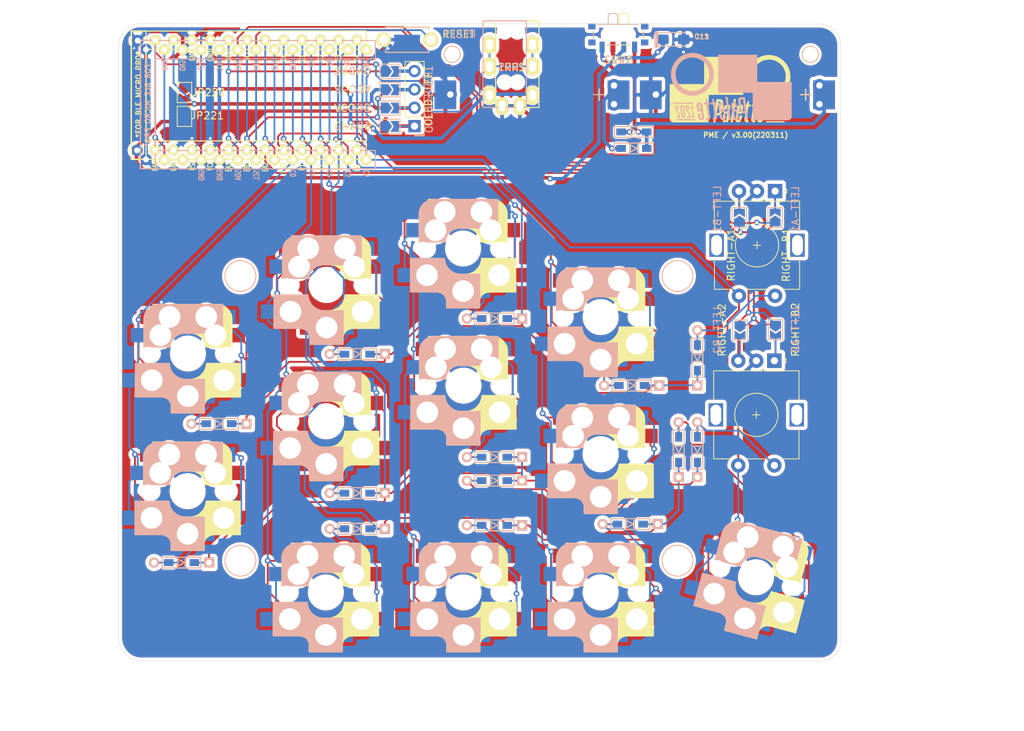
<source format=kicad_pcb>
(kicad_pcb (version 20211014) (generator pcbnew)
  (layers (0 "F.Cu" signal) (31 "B.Cu" signal) (34 "B.Paste" user) (35 "F.Paste" user) (36 "B.SilkS" user "B.Silkscreen") (37 "F.SilkS" user "F.Silkscreen") (38 "B.Mask" user) (39 "F.Mask" user) (44 "Edge.Cuts" user))
  (net 0 "")
  (net 1 "GND")
  (net 2 "Net-(D4-Pad2)")
  (net 3 "Col4")
  (net 4 "Net-(D11-Pad2)")
  (net 5 "Net-(D5-Pad2)")
  (net 6 "Net-(D6-Pad2)")
  (net 7 "Net-(D7-Pad2)")
  (net 8 "Net-(D8-Pad2)")
  (net 9 "Net-(D9-Pad2)")
  (net 10 "Net-(D10-Pad2)")
  (net 11 "Net-(D12-Pad2)")
  (net 12 "Col0")
  (net 13 "Col1")
  (net 14 "Col2")
  (net 15 "Col3")
  (net 16 "RESET")
  (net 17 "Row0")
  (net 18 "RA1")
  (net 19 "RB1")
  (net 20 "RB2")
  (net 21 "RA2")
  (net 22 "Net-(BT1-Pad1)")
  (net 23 "Net-(D1-Pad2)")
  (net 24 "Net-(D2-Pad2)")
  (net 25 "Net-(D3-Pad2)")
  (net 26 "SCL")
  (net 27 "SDA")
  (net 28 "Row1")
  (net 29 "Row2")
  (net 30 "Net-(BT2-Pad1)")
  (net 31 "Net-(D13-Pad2)")
  (net 32 "Net-(D14-Pad2)")
  (net 33 "Net-(D30-Pad1)")
  (net 34 "Net-(EC1-PadB)")
  (net 35 "Net-(EC1-PadA)")
  (net 36 "Net-(EC2-PadB)")
  (net 37 "Net-(EC2-PadA)")
  (net 38 "unconnected-(U2-Pad7)")
  (net 39 "unconnected-(U2-Pad16)")
  (net 40 "unconnected-(U2-Pad24)")
  (net 41 "Net-(J4-Pad1)")
  (net 42 "Net-(J4-Pad2)")
  (net 43 "Net-(J4-Pad3)")
  (net 44 "Net-(J4-Pad4)")
  (net 45 "Vbat")
  (net 46 "LEFT")
  (net 47 "DATA")
  (net 50 "VCC")
  (footprint "Rotary_Encoder:RotaryEncoder_Alps_EC11E-Switch_Vertical_H20mm" (layer "F.Cu") (at 176.8 82.6 -90)
    (fp_text reference "EC2" hide)
    (fp_text value "EC11E18244A5")
  )
  (footprint "nilgiri:CherryMX_Choc_Hotswap" (layer "F.Cu") (at 152.75 95.55)
    (fp_text reference "SW10" hide)
    (fp_text value "SW_PUSH" hide)
  )
  (footprint "nilgiri:CherryMX_Choc_Hotswap" (layer "F.Cu") (at 95.56 100.68)
    (fp_text reference "SW2" hide)
    (fp_text value "SW_PUSH" hide)
  )
  (footprint "nilgiri:CherryMX_Choc_Hotswap" (layer "F.Cu") (at 114.75 91)
    (fp_text reference "SW4" hide)
    (fp_text value "SW_PUSH" hide)
  )
  (footprint "nilgiri:CherryMX_Choc_Hotswap" (layer "F.Cu") (at 133.75 86.05)
    (fp_text reference "SW7" hide)
    (fp_text value "SW_PUSH" hide)
  )
  (footprint "nilgiri:CherryMX_Choc_Hotswap" (layer "F.Cu") (at 152.75 76.55)
    (fp_text reference "SW9" hide)
    (fp_text value "SW_PUSH" hide)
  )
  (footprint "nilgiri:CherryMX_Choc_Hotswap" (layer "F.Cu") (at 95.6 81.6)
    (fp_text reference "SW1" hide)
    (fp_text value "SW_PUSH" hide)
  )
  (footprint "nilgiri:CherryMX_Choc_Hotswap" (layer "F.Cu") (at 152.75 114.7)
    (fp_text reference "SW11" hide)
    (fp_text value "SW_PUSH" hide)
  )
  (footprint "nilgiri:CherryMX_Choc_Hotswap" (layer "F.Cu") (at 174.25 112.6 -15)
    (fp_text reference "SW12" hide)
    (fp_text value "SW_PUSH" hide)
  )
  (footprint "nilgiri:Hole 0.8mm" (layer "F.Cu") (at 88.65 38.25)
    (fp_text reference "J11" hide)
    (fp_text value "BAT-")
  )
  (footprint "nilgiri:Hole 0.8mm" (layer "F.Cu") (at 88.55 53.45)
    (fp_text reference "J10" hide)
    (fp_text value "BAT+")
  )
  (footprint "nilgiri:CherryMX_Choc_Hotswap" (layer "F.Cu") (at 133.7 67.05)
    (fp_text reference "SW6" hide)
    (fp_text value "SW_PUSH" hide)
  )
  (footprint "nilgiri:CherryMX_Choc_Hotswap" (layer "F.Cu") (at 114.7 114.7)
    (fp_text reference "SW5" hide)
    (fp_text value "SW_PUSH" hide)
  )
  (footprint "Button_Switch_SMD:SW_SPDT_PCM12" (layer "F.Cu") (at 155.194 37.7176 180)
    (fp_text reference "SW21")
    (fp_text value "PWR")
  )
  (footprint "nilgiri:M2_vis" (layer "F.Cu") (at 181.784 40.14)
    (fp_text reference "H3" hide)
    (fp_text value "MountingHole" hide)
  )
  (footprint "nilgiri:M2_vis" (layer "F.Cu") (at 132.206 40.14)
    (fp_text reference "H1" hide)
    (fp_text value "MountingHole" hide)
  )
  (footprint "nilgiri:CherryMX_Choc_Hotswap" (layer "F.Cu") (at 114.8 72.1)
    (fp_text reference "SW3" hide)
    (fp_text value "SW_PUSH" hide)
  )
  (footprint "kbd:ResetSW_1side" (layer "F.Cu") (at 125.976 38.124 180)
    (fp_text reference "SW20" hide)
    (fp_text value "SW_RESET")
  )
  (footprint "nilgiri:CherryMX_Choc_Hotswap" (layer "F.Cu") (at 133.75 114.7)
    (fp_text reference "SW8" hide)
    (fp_text value "SW_PUSH" hide)
  )
  (footprint "kbd:ProMicro_v2" (layer "F.Cu") (at 105.55 45.85 90)
    (fp_text reference "U2" hide)
    (fp_text value "ProMicro" hide)
  )
  (footprint "nilgiri:M2_spacer" (layer "F.Cu") (at 102.87 70.866)
    (fp_text reference "H5" hide)
    (fp_text value "MountingHole" hide)
  )
  (footprint "nilgiri:M2_spacer" (layer "F.Cu") (at 102.87 110.3028)
    (fp_text reference "H6" hide)
    (fp_text value "MountingHole" hide)
  )
  (footprint "nilgiri:M2_spacer" (layer "F.Cu") (at 163.3888 110.3028)
    (fp_text reference "H8" hide)
    (fp_text value "MountingHole" hide)
  )
  (footprint "nilgiri:M2_spacer" (layer "F.Cu") (at 163.3888 70.866)
    (fp_text reference "H7" hide)
    (fp_text value "MountingHole" hide)
  )
  (footprint "Connector_PinHeader_2.54mm:PinHeader_1x04_P2.54mm_Vertical" (layer "F.Cu") (at 126.9746 50.0921 180)
    (fp_text reference "OLED-LEFT")
    (fp_text value "OLED")
  )
  (footprint "nilgiri:HU1632" (layer "F.Cu") (at 171.688 45.76 180)
    (fp_text reference "BT1" hide)
    (fp_text value "3V")
  )
  (footprint "nilgiri:HU1632" (layer "F.Cu") (at 143.24 45.76 180)
    (fp_text reference "BT2" hide)
    (fp_text value "3V")
  )
  (footprint "Jumper:SolderJumper-2_P1.3mm_Open_TrianglePad1.0x1.5mm" (layer "F.Cu") (at 176.911 62.7634 90)
    (fp_text reference "JP110" hide)
    (fp_text value "RIGHT-B1")
  )
  (footprint "Jumper:SolderJumper-2_P1.3mm_Open_TrianglePad1.0x1.5mm" (layer "F.Cu") (at 176.9618 78.301001 -90)
    (fp_text reference "JP130" hide)
    (fp_text value "RIGHT-B2")
  )
  (footprint "Jumper:SolderJumper-2_P1.3mm_Open_TrianglePad1.0x1.5mm" (layer "F.Cu") (at 172.0342 78.348501 -90)
    (fp_text reference "JP131" hide)
    (fp_text value "RIGHT-A2")
  )
  (footprint "Jumper:SolderJumper-2_P1.3mm_Open_TrianglePad1.0x1.5mm" (layer "F.Cu") (at 123.571 42.5102)
    (fp_text reference "SDA-R")
    (fp_text value "RIGHT-SDA")
  )
  (footprint "Jumper:SolderJumper-2_P1.3mm_Open_TrianglePad1.0x1.5mm" (layer "F.Cu") (at 123.571 45.0502)
    (fp_text reference "SCL-R")
    (fp_text value "RIGHT-SCL")
  )
  (footprint "Jumper:SolderJumper-2_P1.3mm_Open_TrianglePad1.0x1.5mm" (layer "F.Cu") (at 123.571 47.5902)
    (fp_text reference "VCC-R")
    (fp_text value "RIGHT-VCC")
  )
  (footprint "Jumper:SolderJumper-2_P1.3mm_Open_TrianglePad1.0x1.5mm" (layer "F.Cu") (at 123.571 50.1302)
    (fp_text reference "GND-R")
    (fp_text value "RIGHT-GND")
  )
  (footprint "Capacitor_Tantalum_SMD:CP_EIA-3216-10_Kemet-I_Pad1.58x1.35mm_HandSolder" (layer "F.Cu") (at 162.814 38.0732)
    (fp_text reference "C11")
    (fp_text value "100u")
  )
  (footprint "nilgiri:Hole 0.8mm" (layer "F.Cu") (at 89.797 39.4702)
    (fp_text reference "J20" hide)
    (fp_text value "BAT+")
  )
  (footprint "nilgiri:Hole 0.8mm" (layer "F.Cu") (at 89.797 54.7102)
    (fp_text reference "J21" hide)
    (fp_text value "BAT-")
  )
  (footprint "Jumper:SolderJumper-2_P1.3mm_Open_TrianglePad1.0x1.5mm" (layer "F.Cu") (at 95.123 48.7412 90)
    (fp_text reference "JP221")
    (fp_text value "VCC-BAT")
  )
  (footprint "Jumper:SolderJumper-2_P1.3mm_Open_TrianglePad1.0x1.5mm" (layer "F.Cu") (at 171.958 62.7888 90)
    (fp_text reference "JP111" hide)
    (fp_text value "RIGHT-A1")
  )
  (footprint "Rotary_Encoder:RotaryEncoder_Alps_EC11E-Switch_Vertical_H20mm" (layer "F.Cu") (at 176.9 59.1 -90)
    (fp_text reference "EC1" hide)
    (fp_text value "EC11E18244A5")
  )
  (footprint "Jumper:SolderJumper-2_P1.3mm_Open_TrianglePad1.0x1.5mm" (layer "F.Cu") (at 95.123 45.4392 -90)
    (fp_text reference "JP220")
    (fp_text value "VCC-USB")
  )
  (footprint "kbd:MJ-4PP-9" (layer "F.Cu") (at 141.21 35.51)
    (fp_text reference "J1")
    (fp_text value "MJ-4PP-9" hide)
  )
  (footprint "kbd:D3_TH_SMD" (layer "B.Cu") (at 166.1414 94.9198 90)
    (fp_text reference "D14" hide)
    (fp_text value "1N4148W" hide)
  )
  (footprint "kbd:D3_TH_SMD" (layer "B.Cu") (at 99.8982 91.3384 180)
    (fp_text reference "D1" hide)
    (fp_text value "1N4148W" hide)
  )
  (footprint "kbd:D3_TH_SMD" (layer "B.Cu") (at 119.0498 105.8926 180)
    (fp_text reference "D5" hide)
    (fp_text value "1N4148W" hide)
  )
  (footprint "kbd:D3_TH_SMD" (layer "B.Cu") (at 166.1414 82.1944 90)
    (fp_text reference "D13" hide)
    (fp_text value "1N4148W" hide)
  )
  (footprint "kbd:D3_TH_SMD" (layer "B.Cu") (at 119.0498 100.9396 180)
    (fp_text reference "D4" hide)
    (fp_text value "1N4148W" hide)
  )
  (footprint "kbd:D3_TH_SMD" (layer "B.Cu") (at 138.049 105.41 180)
    (fp_text reference "D8" hide)
    (fp_text value "1N4148W" hide)
  )
  (footprint "kbd:D3_TH_SMD" (layer "B.Cu") (at 138.049 76.7588 180)
    (fp_text reference "D6" hide)
    (fp_text value "1N4148W" hide)
  )
  (footprint "kbd:D3_TH_SMD" (layer "B.Cu") (at 138.049 95.9612 180)
    (fp_text reference "D7" hide)
    (fp_text value "1N4148W" hide)
  )
  (footprint "kbd:D3_TH_SMD" (layer "B.Cu") (at 156.845 105.2322 180)
    (fp_text reference "D11" hide)
    (fp_text value "1N4148W" hide)
  )
  (footprint "kbd:D3_TH_SMD" (layer "B.Cu") (at 157.0482 86.0298 180)
    (fp_text reference "D9" hide)
    (fp_text value "1N4148W" hide)
  )
  (footprint "kbd:D3_TH_SMD" (layer "B.Cu") (at 138.049 99.2124 180)
    (fp_text reference "D10" hide)
    (fp_text value "1N4148W" hide)
  )
  (footprint "kbd:D3_TH_SMD" (layer "B.Cu") (at 163.5506 94.9198 90)
    (fp_text reference "D12" hide)
    (fp_text value "1N4148W" hide)
  )
  (footprint "kbd:D3_SMD" (layer "B.Cu") (at 157.353 50.9002 180)
    (fp_text reference "D31" hide)
    (fp_text value "MBR120" hide)
  )
  (footprint "Capacitor_Tantalum_SMD:CP_EIA-3216-10_Kemet-I_Pad1.58x1.35mm_HandSolder" (layer "B.Cu") (at 162.814 38.0732)
    (fp_text reference "C10")
    (fp_text value "100u")
  )
  (footprint "kbd:D3_TH_SMD" (layer "B.Cu") (at 94.7166 110.5662 180)
    (fp_text reference "D2" hide)
    (fp_text value "1N4148W" hide)
  )
  (footprint "kbd:D3_TH_SMD" (layer "B.Cu") (at 119.0498 81.6864 180)
    (fp_text reference "D3" hide)
    (fp_text value "1N4148W" hide)
  )
  (footprint "kbd:D3_SMD" (layer "B.Cu") (at 157.353 53.1862 180)
    (fp_text reference "D30" hide)
    (fp_text value "MBR120" hide)
  )
  (footprint "Jumper:SolderJumper-2_P1.3mm_Open_TrianglePad1.0x1.5mm" (layer "B.Cu") (at 171.958 62.7888 90)
    (fp_text reference "JP101" hide)
    (fp_text value "LEFT-B1")
  )
  (footprint "Jumper:SolderJumper-2_P1.3mm_Open_TrianglePad1.0x1.5mm" (layer "B.Cu") (at 176.9618 78.301001 -90)
    (fp_text reference "JP120" hide)
    (fp_text value "LEFT-A2")
  )
  (footprint "Jumper:SolderJumper-2_P1.3mm_Open_TrianglePad1.0x1.5mm" (layer "B.Cu") (at 172.0342 78.348501 -90)
    (fp_text reference "JP121" hide)
    (fp_text value "LEFT-B2")
  )
  (footprint "Button_Switch_SMD:SW_SPDT_PCM12" (layer "B.Cu") (at 155.194 37.7176)
    (fp_text reference "SW22")
    (fp_text value "PWR")
  )
  (footprint "Jumper:SolderJumper-2_P1.3mm_Open_TrianglePad1.0x1.5mm" (layer "B.Cu") (at 123.571 50.1302)
    (fp_text reference "SDA-L")
    (fp_text value "LEFT-SDA")
  )
  (footprint "Jumper:SolderJumper-2_P1.3mm_Open_TrianglePad1.0x1.5mm" (layer "B.Cu") (at 123.571 47.5902)
    (fp_text reference "SCL-L")
    (fp_text value "LEFT-SCL")
  )
  (footprint "Jumper:SolderJumper-2_P1.3mm_Open_TrianglePad1.0x1.5mm" (layer "B.Cu") (at 123.571 45.0502)
    (fp_text reference "VCC-L")
    (fp_text value "LEFT-VCC")
  )
  (footprint "Jumper:SolderJumper-2_P1.3mm_Open_TrianglePad1.0x1.5mm" (layer "B.Cu") (at 123.571 42.5102)
    (fp_text reference "GND-L")
    (fp_text value "LEFT-GND")
  )
  (footprint "Jumper:SolderJumper-2_P1.3mm_Open_TrianglePad1.0x1.5mm" (layer "B.Cu") (at 176.911 62.7634 90)
    (fp_text reference "JP100" hide)
    (fp_text value "LEFT-A1")
  )
  (gr_line (start 89.019 55.9646) (end 91.064 55.9646) (layer "B.SilkS") (width 0.2))
  (gr_line (start 91.064 40.7402) (end 91.064 53.4136) (layer "B.SilkS") (width 0.2))
  (gr_line (start 89.019 38.2002) (end 91.064 38.1936) (layer "B.SilkS") (width 0.2))
  (gr_line (start 89.019 55.9646) (end 89.019 38.2002) (layer "B.SilkS") (width 0.2))
  (gr_poly (pts (xy 171.891979 47.296575) (xy 171.794083 46.606013) (xy 171.790209 46.576154) (xy 171.78752 46.547097) (xy 171.786025 46.518838) (xy 171.785732 46.491374) (xy 171.786648 46.4647) (xy 171.788781 46.438814) (xy 171.792139 46.41371) (xy 171.796729 46.389385) (xy 171.802559 46.365836) (xy 171.809638 46.343057) (xy 171.817972 46.321046) (xy 171.827569 46.299799) (xy 171.838438 46.279311) (xy 171.850586 46.259579) (xy 171.864021 46.240599) (xy 171.87875 46.222367) (xy 171.894065 46.205095) (xy 171.910241 46.188994) (xy 171.92727 46.174056) (xy 171.945143 46.160273) (xy 171.963854 46.147636) (xy 171.983394 46.13614) (xy 172.003756 46.125775) (xy 172.024932 46.116534) (xy 172.046914 46.108409) (xy 172.069694 46.101392) (xy 172.093265 46.095477) (xy 172.117619 46.090654) (xy 172.142748 46.086917) (xy 172.168644 46.084257) (xy 172.1953 46.082666) (xy 172.222708 46.082138) (xy 172.72277 46.082138) (xy 173.169916 49.270366) (xy 172.852415 49.270366) (xy 172.720124 48.315221) (xy 172.537561 48.315221) (xy 172.510028 48.314663) (xy 172.482991 48.312993) (xy 172.45645 48.310215) (xy 172.430405 48.306332) (xy 172.404856 48.301349) (xy 172.379803 48.295268) (xy 172.355247 48.288095) (xy 172.331186 48.279833) (xy 172.307622 48.270485) (xy 172.284554 48.260056) (xy 172.261981 48.24855) (xy 172.239905 48.23597) (xy 172.218325 48.22232) (xy 172.197241 48.207604) (xy 172.176653 48.191827) (xy 172.156562 48.174991) (xy 172.137213 48.156759) (xy 172.118853 48.137779) (xy 172.101478 48.118047) (xy 172.085083 48.097559) (xy 172.069665 48.076312) (xy 172.055219 48.054301) (xy 172.041743 48.031523) (xy 172.029231 48.007973) (xy 172.017681 47.983648) (xy 172.007088 47.958545) (xy 171.997448 47.932658) (xy 171.988758 47.905984) (xy 171.981014 47.87852) (xy 171.974211 47.850262) (xy 171.968347 47.821205) (xy 171.963416 47.791345) (xy 171.889333 47.267471) (xy 172.198895 47.201325) (xy 172.283561 47.793992) (xy 172.287624 47.818953) (xy 172.292869 47.842247) (xy 172.299299 47.863883) (xy 172.30296 47.874081) (xy 172.30692 47.883868) (xy 172.311177 47.893243) (xy 172.315734 47.902209) (xy 172.32059 47.910766) (xy 172.325745 47.918915) (xy 172.331202 47.926657) (xy 172.336959 47.933993) (xy 172.343017 47.940924) (xy 172.349377 47.94745) (xy 172.35604 47.953574) (xy 172.363005 47.959296) (xy 172.370274 47.964617) (xy 172.377846 47.969537) (xy 172.385722 47.974058) (xy 172.393904 47.978181) (xy 172.40239 47.981907) (xy 172.411182 47.985236) (xy 172.420281 47.98817) (xy 172.429686 47.99071) (xy 172.439398 47.992857) (xy 172.449418 47.99461) (xy 172.459746 47.995973) (xy 172.470382 47.996945) (xy 172.492583 47.997721) (xy 172.675145 47.997721) (xy 172.452895 46.40493) (xy 172.270333 46.40493) (xy 172.259132 46.405131) (xy 172.248349 46.405735) (xy 172.237982 46.406741) (xy 172.228031 46.408149) (xy 172.218494 46.409958) (xy 172.209372 46.412168) (xy 172.200662 46.414777) (xy 172.192364 46.417787) (xy 172.184476 46.421196) (xy 172.176999 46.425003) (xy 172.16993 46.429208) (xy 172.16327 46.433812) (xy 172.157016 46.438812) (xy 172.151168 46.44421) (xy 172.145726 46.450003) (xy 172.140687 46.456193) (xy 172.136052 46.462777) (xy 172.131818 46.469757) (xy 172.127986 46.477131) (xy 172.124554 46.484899) (xy 172.121521 46.49306) (xy 172.118886 46.501614) (xy 172.116649 46.510561) (xy 172.114807 46.519899) (xy 172.113362 46.529629) (xy 172.11231 46.53975) (xy 172.111652 46.550261) (xy 172.111387 46.561163) (xy 172.111512 46.572454) (xy 172.112029 46.584134) (xy 172.112935 46.596202) (xy 172.114229 46.608659) (xy 172.204187 47.241013) (xy 171.891979 47.296575)) (layer "B.SilkS") (width 0) (fill solid))
  (gr_poly (pts (xy 163.869813 48.196159) (xy 163.763978 47.487076) (xy 163.761838 47.471883) (xy 163.760376 47.457067) (xy 163.759589 47.442631) (xy 163.759472 47.428578) (xy 163.760022 47.414913) (xy 163.761234 47.401639) (xy 163.763105 47.38876) (xy 163.765632 47.376281) (xy 163.768809 47.364205) (xy 163.772634 47.352536) (xy 163.777102 47.341277) (xy 163.78221 47.330434) (xy 163.787953 47.320009) (xy 163.794328 47.310006) (xy 163.80133 47.30043) (xy 163.808957 47.291283) (xy 163.817112 47.282632) (xy 163.825701 47.274535) (xy 163.834724 47.266988) (xy 163.84418 47.259988) (xy 163.854071 47.253531) (xy 163.864396 47.247612) (xy 163.875155 47.242228) (xy 163.886348 47.237375) (xy 163.897976 47.233049) (xy 163.910037 47.229246) (xy 163.922532 47.225962) (xy 163.935462 47.223194) (xy 163.948825 47.220938) (xy 163.962623 47.219189) (xy 163.976855 47.217945) (xy 163.991521 47.2172) (xy 164.00625 47.217479) (xy 164.020677 47.218316) (xy 164.034809 47.219712) (xy 164.048655 47.221665) (xy 164.062221 47.224176) (xy 164.075516 47.227246) (xy 164.088548 47.230874) (xy 164.101323 47.23506) (xy 164.113851 47.239804) (xy 164.126138 47.245106) (xy 164.138192 47.250966) (xy 164.150022 47.257384) (xy 164.161635 47.26436) (xy 164.173038 47.271895) (xy 164.18424 47.279987) (xy 164.195248 47.288638) (xy 164.205418 47.297784) (xy 164.215092 47.30736) (xy 164.22427 47.317363) (xy 164.232952 47.327788) (xy 164.241137 47.338632) (xy 164.248827 47.34989) (xy 164.25602 47.36156) (xy 164.262717 47.373636) (xy 164.268918 47.386115) (xy 164.274623 47.398993) (xy 164.279832 47.412267) (xy 164.284545 47.425932) (xy 164.288762 47.439985) (xy 164.292483 47.454422) (xy 164.295707 47.469238) (xy 164.298436 47.48443) (xy 164.473061 48.648597) (xy 164.475231 48.66379) (xy 164.476777 48.678606) (xy 164.477696 48.693042) (xy 164.477982 48.707095) (xy 164.477632 48.72076) (xy 164.476643 48.734034) (xy 164.475011 48.746913) (xy 164.472731 48.759392) (xy 164.469801 48.771468) (xy 164.466215 48.783137) (xy 164.46197 48.794396) (xy 164.457062 48.805239) (xy 164.451488 48.815664) (xy 164.445244 48.825667) (xy 164.438325 48.835243) (xy 164.430728 48.84439) (xy 164.422573 48.853041) (xy 164.413984 48.861138) (xy 164.404962 48.868684) (xy 164.395505 48.875685) (xy 164.385614 48.882142) (xy 164.375289 48.888061) (xy 164.36453 48.893445) (xy 164.353337 48.898298) (xy 164.34171 48.902624) (xy 164.329648 48.906427) (xy 164.317153 48.90971) (xy 164.304223 48.912478) (xy 164.29086 48.914734) (xy 164.277062 48.916483) (xy 164.26283 48.917727) (xy 164.248164 48.918472) (xy 164.233406 48.918193) (xy 164.2189 48.917356) (xy 164.20465 48.915961) (xy 164.190659 48.914007) (xy 164.176932 48.911496) (xy 164.163472 48.908426) (xy 164.150284 48.904798) (xy 164.137371 48.900613) (xy 164.124737 48.895869) (xy 164.112385 48.890567) (xy 164.100321 48.884707) (xy 164.088547 48.878288) (xy 164.077068 48.871312) (xy 164.065887 48.863778) (xy 164.055009 48.855685) (xy 164.044436 48.847034) (xy 164.034237 48.837888) (xy 164.024479 48.828312) (xy 164.01517 48.818309) (xy 164.00632 48.807884) (xy 163.997934 48.797041) (xy 163.990021 48.785782) (xy 163.982589 48.774113) (xy 163.975645 48.762037) (xy 163.969197 48.749558) (xy 163.963253 48.73668) (xy 163.95782 48.723406) (xy 163.952907 48.709741) (xy 163.948521 48.695688) (xy 163.94467 48.681251) (xy 163.941361 48.666435) (xy 163.938603 48.651243) (xy 163.867165 48.164409) (xy 164.0365 48.161764) (xy 164.110583 48.645952) (xy 164.112907 48.658447) (xy 164.114322 48.664393) (xy 164.115905 48.670136) (xy 164.117655 48.675679) (xy 164.11957 48.681019) (xy 164.12165 48.686159) (xy 164.123894 48.691096) (xy 164.126301 48.695833) (xy 164.128869 48.700367) (xy 164.131599 48.7047) (xy 164.134488 48.708832) (xy 164.137536 48.712762) (xy 164.140742 48.71649) (xy 164.144105 48.720017) (xy 164.147624 48.723342) (xy 164.151298 48.726466) (xy 164.155126 48.729389) (xy 164.159107 48.732109) (xy 164.16324 48.734629) (xy 164.167525 48.736946) (xy 164.171959 48.739063) (xy 164.176543 48.740977) (xy 164.181275 48.74269) (xy 164.186155 48.744202) (xy 164.19118 48.745512) (xy 164.196351 48.74662) (xy 164.201667 48.747527) (xy 164.207126 48.748233) (xy 164.212727 48.748736) (xy 164.224353 48.74914) (xy 164.230183 48.749046) (xy 164.235774 48.748762) (xy 164.241131 48.748285) (xy 164.246264 48.74761) (xy 164.25118 48.746733) (xy 164.255886 48.745651) (xy 164.260391 48.74436) (xy 164.264702 48.742856) (xy 164.268827 48.741134) (xy 164.272774 48.739192) (xy 164.27655 48.737025) (xy 164.280163 48.734629) (xy 164.283622 48.732) (xy 164.286933 48.729135) (xy 164.290105 48.72603) (xy 164.293145 48.722681) (xy 164.295531 48.71958) (xy 164.297724 48.716232) (xy 164.299715 48.712635) (xy 164.301497 48.70879) (xy 164.303061 48.704698) (xy 164.304401 48.700357) (xy 164.305508 48.695768) (xy 164.306375 48.690931) (xy 164.306994 48.685846) (xy 164.307356 48.680513) (xy 164.307456 48.674932) (xy 164.307284 48.669103) (xy 164.306833 48.663026) (xy 164.306095 48.656701) (xy 164.305063 48.650128) (xy 164.303729 48.643306) (xy 164.129103 47.489723) (xy 164.126809 47.477228) (xy 164.123894 47.465538) (xy 164.122204 47.459996) (xy 164.120359 47.454655) (xy 164.118359 47.449516) (xy 164.116205 47.444579) (xy 164.113895 47.439842) (xy 164.11143 47.435308) (xy 164.108809 47.430975) (xy 164.106034 47.426843) (xy 164.103104 47.422913) (xy 164.100019 47.419185) (xy 164.096779 47.415658) (xy 164.093384 47.412332) (xy 164.089834 47.409209) (xy 164.086128 47.406286) (xy 164.082268 47.403565) (xy 164.078253 47.401046) (xy 164.074082 47.398729) (xy 164.069757 47.396612) (xy 164.065277 47.394698) (xy 164.060641 47.392985) (xy 164.055851 47.391473) (xy 164.050906 47.390163) (xy 164.045805 47.389055) (xy 164.04055 47.388148) (xy 164.035139 47.387442) (xy 164.029574 47.386938) (xy 164.023853 47.386636) (xy 164.017977 47.386535) (xy 164.012125 47.386636) (xy 164.006476 47.386938) (xy 164.00103 47.387442) (xy 163.995788 47.388148) (xy 163.990751 47.389055) (xy 163.985922 47.390163) (xy 163.981299 47.391473) (xy 163.976885 47.392985) (xy 163.97268 47.394698) (xy 163.968685 47.396612) (xy 163.964901 47.398729) (xy 163.96133 47.401046) (xy 163.957972 47.403565) (xy 163.954828 47.406286) (xy 163.951899 47.409209) (xy 163.949186 47.412332) (xy 163.946691 47.415658) (xy 163.944413 47.419185) (xy 163.942354 47.422913) (xy 163.940515 47.426843) (xy 163.938897 47.430975) (xy 163.937501 47.435308) (xy 163.936328 47.439842) (xy 163.935379 47.444579) (xy 163.934654 47.449516) (xy 163.934155 47.454655) (xy 163.933883 47.459996) (xy 163.933839 47.465538) (xy 163.934023 47.471282) (xy 163.934437 47.477228) (xy 163.935082 47.483375) (xy 163.935958 47.489723) (xy 164.039145 48.182931) (xy 163.869813 48.196159)) (layer "B.SilkS") (width 0) (fill solid))
  (gr_poly (pts (xy 163.039021 47.495013) (xy 163.045228 47.531223) (xy 163.051961 47.566409) (xy 163.059252 47.600541) (xy 163.067133 47.633588) (xy 163.075633 47.665519) (xy 163.084785 47.696303) (xy 163.094619 47.725908) (xy 163.105166 47.754305) (xy 163.11621 47.782706) (xy 163.127532 47.810363) (xy 163.139165 47.837276) (xy 163.151138 47.863445) (xy 163.163484 47.888869) (xy 163.176233 47.91355) (xy 163.189415 47.937486) (xy 163.203063 47.960679) (xy 163.216959 47.984248) (xy 163.230886 48.007353) (xy 163.244875 48.030023) (xy 163.258956 48.052291) (xy 163.273162 48.074186) (xy 163.287523 48.09574) (xy 163.30207 48.116984) (xy 163.316834 48.13795) (xy 163.331598 48.158909) (xy 163.346145 48.180117) (xy 163.360506 48.201573) (xy 163.374712 48.223277) (xy 163.402783 48.26743) (xy 163.430606 48.312574) (xy 163.456278 48.358793) (xy 163.468882 48.38243) (xy 163.481207 48.406501) (xy 163.49316 48.431068) (xy 163.504647 48.456194) (xy 163.515577 48.481939) (xy 163.525855 48.508366) (xy 163.536397 48.535533) (xy 163.546195 48.563474) (xy 163.555249 48.592222) (xy 163.563558 48.621806) (xy 163.571124 48.652259) (xy 163.577945 48.683611) (xy 163.584022 48.715893) (xy 163.589354 48.749137) (xy 163.226874 48.749137) (xy 163.248042 48.91847) (xy 163.779855 48.915825) (xy 163.758689 48.749137) (xy 163.752482 48.712054) (xy 163.745749 48.676211) (xy 163.738457 48.641609) (xy 163.730576 48.608246) (xy 163.722075 48.576124) (xy 163.712923 48.545242) (xy 163.703089 48.515601) (xy 163.692542 48.4872) (xy 163.681499 48.459666) (xy 163.670176 48.432629) (xy 163.658544 48.406088) (xy 163.64657 48.380043) (xy 163.634225 48.354494) (xy 163.621476 48.329441) (xy 163.608293 48.304885) (xy 163.594645 48.280824) (xy 163.58075 48.257255) (xy 163.566823 48.23415) (xy 163.552834 48.21148) (xy 163.538752 48.189213) (xy 163.524546 48.167317) (xy 163.510185 48.145763) (xy 163.495638 48.124519) (xy 163.480874 48.103554) (xy 163.46611 48.082594) (xy 163.451564 48.061386) (xy 163.437203 48.03993) (xy 163.422997 48.018226) (xy 163.394926 47.974073) (xy 163.367104 47.928929) (xy 163.341432 47.882751) (xy 163.328828 47.859212) (xy 163.316503 47.835333) (xy 163.30455 47.811081) (xy 163.293062 47.786426) (xy 163.282132 47.761337) (xy 163.271853 47.735783) (xy 163.261311 47.709377) (xy 163.251513 47.681792) (xy 163.242459 47.653091) (xy 163.23415 47.623336) (xy 163.226584 47.592588) (xy 163.219763 47.560911) (xy 163.213686 47.528365) (xy 163.208354 47.495013) (xy 163.206833 47.482052) (xy 163.206419 47.475896) (xy 163.206235 47.469955) (xy 163.206279 47.464229) (xy 163.206551 47.458718) (xy 163.20705 47.453422) (xy 163.207775 47.448339) (xy 163.208724 47.443469) (xy 163.209897 47.438811) (xy 163.211293 47.434366) (xy 163.212911 47.430133) (xy 163.21475 47.426111) (xy 163.216809 47.422299) (xy 163.219087 47.418698) (xy 163.221582 47.415307) (xy 163.224295 47.412125) (xy 163.227224 47.409151) (xy 163.230368 47.406386) (xy 163.233726 47.403829) (xy 163.237298 47.40148) (xy 163.241081 47.399337) (xy 163.245076 47.3974) (xy 163.249281 47.39567) (xy 163.253695 47.394144) (xy 163.258318 47.392824) (xy 163.263148 47.391708) (xy 163.268184 47.390796) (xy 163.273426 47.390088) (xy 163.278872 47.389583) (xy 163.290374 47.389179) (xy 163.296249 47.38928) (xy 163.30197 47.389583) (xy 163.307535 47.390088) (xy 163.312946 47.390796) (xy 163.318201 47.391708) (xy 163.323302 47.392824) (xy 163.328247 47.394144) (xy 163.333037 47.39567) (xy 163.337673 47.3974) (xy 163.342153 47.399337) (xy 163.346479 47.40148) (xy 163.350649 47.403829) (xy 163.354664 47.406386) (xy 163.358524 47.409151) (xy 163.36223 47.412125) (xy 163.36578 47.415307) (xy 163.369175 47.418698) (xy 163.372415 47.422299) (xy 163.3755 47.426111) (xy 163.37843 47.430133) (xy 163.381206 47.434366) (xy 163.383826 47.438811) (xy 163.386291 47.443469) (xy 163.388601 47.448339) (xy 163.390756 47.453422) (xy 163.392756 47.458718) (xy 163.3946 47.464229) (xy 163.39629 47.469955) (xy 163.397825 47.475896) (xy 163.399205 47.482052) (xy 163.4015 47.495013) (xy 163.443833 47.778117) (xy 163.613166 47.778117) (xy 163.570832 47.492367) (xy 163.568103 47.476708) (xy 163.564879 47.461484) (xy 163.561158 47.446695) (xy 163.556941 47.432339) (xy 163.552228 47.418417) (xy 163.54702 47.40493) (xy 163.541314 47.391876) (xy 163.535113 47.379257) (xy 163.528416 47.367071) (xy 163.521223 47.35532) (xy 163.513533 47.344003) (xy 163.505348 47.33312) (xy 163.496666 47.322671) (xy 163.487488 47.312656) (xy 163.477814 47.303075) (xy 163.467644 47.293929) (xy 163.457072 47.284813) (xy 163.446193 47.276313) (xy 163.435013 47.268425) (xy 163.423533 47.261146) (xy 163.41176 47.254471) (xy 163.399695 47.248397) (xy 163.387344 47.24292) (xy 163.37471 47.238036) (xy 163.361797 47.233741) (xy 163.348608 47.230031) (xy 163.335149 47.226903) (xy 163.321422 47.224352) (xy 163.307431 47.222374) (xy 163.293181 47.220967) (xy 163.278675 47.220125) (xy 163.263917 47.219845) (xy 163.249251 47.220125) (xy 163.235019 47.220967) (xy 163.221221 47.222374) (xy 163.207858 47.224352) (xy 163.194928 47.226903) (xy 163.182433 47.230031) (xy 163.170372 47.233741) (xy 163.158745 47.238036) (xy 163.147551 47.24292) (xy 163.136792 47.248397) (xy 163.126467 47.254471) (xy 163.116577 47.261146) (xy 163.10712 47.268425) (xy 163.098097 47.276313) (xy 163.089508 47.284813) (xy 163.081353 47.293929) (xy 163.073756 47.303541) (xy 163.066838 47.31353) (xy 163.060593 47.323898) (xy 163.05502 47.33465) (xy 163.050112 47.34579) (xy 163.045868 47.357321) (xy 163.042282 47.369247) (xy 163.039352 47.381572) (xy 163.037072 47.394301) (xy 163.03544 47.407436) (xy 163.034451 47.420983) (xy 163.034102 47.434944) (xy 163.034388 47.449324) (xy 163.035306 47.464126) (xy 163.036851 47.479354) (xy 163.039021 47.495013)) (layer "B.SilkS") (width 0) (fill solid))
  (gr_poly (pts (xy 165.870063 49.286242) (xy 165.846249 49.119554) (xy 163.279792 49.119554) (xy 163.300957 49.286242) (xy 165.870063 49.286242)) (layer "B.SilkS") (width 0) (fill solid))
  (gr_poly (pts (xy 166.089667 47.690805) (xy 166.018229 47.219846) (xy 166.014261 47.194919) (xy 166.011289 47.170739) (xy 166.009317 47.147311) (xy 166.008348 47.124638) (xy 166.008388 47.102726) (xy 166.009438 47.081576) (xy 166.011505 47.061195) (xy 166.014591 47.041584) (xy 166.018699 47.022749) (xy 166.023835 47.004692) (xy 166.030002 46.987419) (xy 166.037204 46.970932) (xy 166.045445 46.955236) (xy 166.054728 46.940334) (xy 166.065058 46.926231) (xy 166.076438 46.91293) (xy 166.088687 46.899969) (xy 166.10163 46.887872) (xy 166.115278 46.876636) (xy 166.129643 46.866256) (xy 166.144737 46.856729) (xy 166.160572 46.84805) (xy 166.177158 46.840217) (xy 166.194507 46.833224) (xy 166.212632 46.827069) (xy 166.231544 46.821747) (xy 166.251254 46.817254) (xy 166.271774 46.813587) (xy 166.293116 46.810741) (xy 166.315291 46.808714) (xy 166.338311 46.8075) (xy 166.362187 46.807096) (xy 166.385752 46.80753) (xy 166.40882 46.808833) (xy 166.431393 46.811003) (xy 166.453469 46.814042) (xy 166.475049 46.817948) (xy 166.496133 46.822723) (xy 166.516721 46.828366) (xy 166.536813 46.834877) (xy 166.556409 46.842257) (xy 166.575508 46.850504) (xy 166.594112 46.85962) (xy 166.612219 46.869604) (xy 166.629831 46.880456) (xy 166.646946 46.892176) (xy 166.663565 46.904765) (xy 166.679688 46.918221) (xy 166.695192 46.932485) (xy 166.709955 46.947501) (xy 166.723982 46.963276) (xy 166.737276 46.979819) (xy 166.749842 46.997137) (xy 166.761683 47.015238) (xy 166.772803 47.03413) (xy 166.783206 47.05382) (xy 166.792896 47.074316) (xy 166.801877 47.095626) (xy 166.810152 47.117758) (xy 166.817726 47.140719) (xy 166.824602 47.164518) (xy 166.830785 47.189161) (xy 166.836278 47.214657) (xy 166.841084 47.241013) (xy 167.076563 48.844389) (xy 167.080036 48.870309) (xy 167.082521 48.895481) (xy 167.084022 48.919901) (xy 167.084542 48.943566) (xy 167.084085 48.96647) (xy 167.082656 48.988612) (xy 167.080257 49.009986) (xy 167.076894 49.030589) (xy 167.072569 49.050416) (xy 167.067287 49.069465) (xy 167.061052 49.08773) (xy 167.053867 49.105209) (xy 167.045736 49.121898) (xy 167.036663 49.137791) (xy 167.026653 49.152887) (xy 167.015709 49.16718) (xy 167.003459 49.180636) (xy 166.990516 49.193225) (xy 166.976868 49.204945) (xy 166.962502 49.215797) (xy 166.947408 49.225781) (xy 166.931574 49.234897) (xy 166.914988 49.243144) (xy 166.897638 49.250524) (xy 166.879513 49.257035) (xy 166.860602 49.262678) (xy 166.840892 49.267453) (xy 166.820372 49.271359) (xy 166.79903 49.274398) (xy 166.776855 49.276568) (xy 166.753835 49.277871) (xy 166.729958 49.278305) (xy 166.706394 49.27784) (xy 166.683326 49.27645) (xy 166.660754 49.274136) (xy 166.638677 49.270905) (xy 166.617097 49.266758) (xy 166.596013 49.261701) (xy 166.575425 49.255737) (xy 166.555334 49.24887) (xy 166.535738 49.241103) (xy 166.516638 49.232442) (xy 166.498035 49.222889) (xy 166.479927 49.212448) (xy 166.462316 49.201124) (xy 166.445201 49.18892) (xy 166.428582 49.175841) (xy 166.412459 49.161889) (xy 166.396986 49.147069) (xy 166.382311 49.131384) (xy 166.368427 49.114839) (xy 166.355325 49.097438) (xy 166.342999 49.079184) (xy 166.331441 49.060081) (xy 166.320642 49.040133) (xy 166.310594 49.019344) (xy 166.301291 48.997718) (xy 166.292725 48.975259) (xy 166.284887 48.95197) (xy 166.277769 48.927856) (xy 166.271365 48.90292) (xy 166.265667 48.877167) (xy 166.260665 48.850599) (xy 166.256354 48.823222) (xy 166.179625 48.299348) (xy 166.475959 48.299348) (xy 166.552687 48.823222) (xy 166.55551 48.842446) (xy 166.559023 48.860429) (xy 166.563233 48.877172) (xy 166.568149 48.892675) (xy 166.573778 48.906938) (xy 166.580127 48.91996) (xy 166.587206 48.931742) (xy 166.59102 48.937168) (xy 166.59502 48.942284) (xy 166.599206 48.94709) (xy 166.603579 48.951586) (xy 166.60814 48.955772) (xy 166.61289 48.959648) (xy 166.61783 48.963213) (xy 166.62296 48.966469) (xy 166.628283 48.969414) (xy 166.633798 48.97205) (xy 166.639507 48.974375) (xy 166.645411 48.976391) (xy 166.651511 48.978096) (xy 166.657807 48.979491) (xy 166.664301 48.980576) (xy 166.670994 48.981351) (xy 166.677886 48.981816) (xy 166.684979 48.981971) (xy 166.692041 48.981816) (xy 166.698839 48.981351) (xy 166.705373 48.980576) (xy 166.711644 48.979491) (xy 166.717651 48.978096) (xy 166.723395 48.97639) (xy 166.728876 48.974375) (xy 166.734092 48.97205) (xy 166.739045 48.969414) (xy 166.743735 48.966469) (xy 166.748161 48.963213) (xy 166.752324 48.959647) (xy 166.756223 48.955772) (xy 166.759858 48.951586) (xy 166.76323 48.94709) (xy 166.766338 48.942284) (xy 166.769183 48.937168) (xy 166.771764 48.931742) (xy 166.774082 48.926006) (xy 166.776136 48.91996) (xy 166.777927 48.913604) (xy 166.779454 48.906937) (xy 166.780717 48.899961) (xy 166.781717 48.892675) (xy 166.782454 48.885078) (xy 166.782927 48.877172) (xy 166.783136 48.868955) (xy 166.783082 48.860429) (xy 166.782764 48.851592) (xy 166.782183 48.842445) (xy 166.781338 48.832989) (xy 166.780229 48.823222) (xy 166.67175 48.071806) (xy 166.147876 48.071806) (xy 166.089667 47.680222) (xy 166.385998 47.669638) (xy 166.401875 47.772826) (xy 166.629416 47.772826) (xy 166.542104 47.238368) (xy 166.53832 47.222028) (xy 166.533913 47.206742) (xy 166.528878 47.19251) (xy 166.523211 47.179333) (xy 166.516908 47.167209) (xy 166.513517 47.161543) (xy 166.509966 47.15614) (xy 166.506254 47.151001) (xy 166.50238 47.146125) (xy 166.498345 47.141513) (xy 166.494148 47.137165) (xy 166.489787 47.13308) (xy 166.485264 47.129258) (xy 166.480576 47.1257) (xy 166.475725 47.122406) (xy 166.470709 47.119375) (xy 166.465527 47.116608) (xy 166.46018 47.114104) (xy 166.454667 47.111864) (xy 166.448987 47.109887) (xy 166.44314 47.108174) (xy 166.437125 47.106725) (xy 166.430942 47.105539) (xy 166.424591 47.104616) (xy 166.418071 47.103958) (xy 166.411381 47.103562) (xy 166.404521 47.10343) (xy 166.398194 47.103554) (xy 166.392108 47.103927) (xy 166.386254 47.104547) (xy 166.380625 47.105415) (xy 166.375213 47.106531) (xy 166.370011 47.107895) (xy 166.36501 47.109508) (xy 166.360202 47.111368) (xy 166.355581 47.113477) (xy 166.351138 47.115833) (xy 166.346866 47.118437) (xy 166.342756 47.12129) (xy 166.338802 47.12439) (xy 166.334994 47.127739) (xy 166.331326 47.131336) (xy 166.32779 47.13518) (xy 166.324473 47.139304) (xy 166.32147 47.143738) (xy 166.318785 47.148482) (xy 166.316422 47.153536) (xy 166.314384 47.1589) (xy 166.312675 47.164574) (xy 166.3113 47.170558) (xy 166.310262 47.176852) (xy 166.309565 47.183456) (xy 166.309213 47.19037) (xy 166.30921 47.197595) (xy 166.30956 47.205129) (xy 166.310266 47.212974) (xy 166.311333 47.221128) (xy 166.312763 47.229593) (xy 166.314563 47.238368) (xy 166.385998 47.68816) (xy 166.089667 47.690805)) (layer "B.SilkS") (width 0) (fill solid))
  (gr_poly (pts (xy 170.317708 46.037159) (xy 170.021374 46.037159) (xy 170.471166 49.270367) (xy 170.7675 49.270367) (xy 170.317708 46.037159)) (layer "B.SilkS") (width 0) (fill solid))
  (gr_poly (pts (xy 169.095333 47.690805) (xy 169.023895 47.219846) (xy 169.019927 47.194919) (xy 169.016955 47.170739) (xy 169.014983 47.147311) (xy 169.014015 47.124638) (xy 169.014054 47.102726) (xy 169.015105 47.081576) (xy 169.017171 47.061195) (xy 169.020257 47.041584) (xy 169.024366 47.022749) (xy 169.029502 47.004692) (xy 169.035669 46.987419) (xy 169.042871 46.970932) (xy 169.051112 46.955236) (xy 169.060395 46.940334) (xy 169.070724 46.926231) (xy 169.082104 46.91293) (xy 169.094354 46.899969) (xy 169.107297 46.887872) (xy 169.120945 46.876636) (xy 169.135311 46.866256) (xy 169.150405 46.856729) (xy 169.166239 46.84805) (xy 169.182825 46.840217) (xy 169.200175 46.833224) (xy 169.2183 46.827069) (xy 169.237211 46.821747) (xy 169.256921 46.817254) (xy 169.277442 46.813587) (xy 169.298783 46.810741) (xy 169.320958 46.808714) (xy 169.343978 46.8075) (xy 169.367855 46.807096) (xy 169.391419 46.80753) (xy 169.414488 46.808833) (xy 169.43706 46.811003) (xy 169.459136 46.814042) (xy 169.480716 46.817948) (xy 169.5018 46.822723) (xy 169.522388 46.828366) (xy 169.54248 46.834877) (xy 169.562075 46.842257) (xy 169.581175 46.850504) (xy 169.599778 46.85962) (xy 169.617886 46.869604) (xy 169.635497 46.880456) (xy 169.652613 46.892176) (xy 169.669232 46.904765) (xy 169.685355 46.918221) (xy 169.700858 46.932485) (xy 169.715622 46.947501) (xy 169.729649 46.963276) (xy 169.742943 46.979819) (xy 169.755509 46.997137) (xy 169.76735 47.015238) (xy 169.77847 47.03413) (xy 169.788873 47.05382) (xy 169.798563 47.074316) (xy 169.807544 47.095626) (xy 169.815819 47.117758) (xy 169.823393 47.140719) (xy 169.830269 47.164518) (xy 169.836452 47.189161) (xy 169.841944 47.214657) (xy 169.846751 47.241013) (xy 170.082229 48.844389) (xy 170.085703 48.870309) (xy 170.088188 48.895481) (xy 170.089689 48.919901) (xy 170.090209 48.943566) (xy 170.089752 48.96647) (xy 170.088323 48.988612) (xy 170.085924 49.009986) (xy 170.082561 49.030589) (xy 170.078236 49.050416) (xy 170.072954 49.069465) (xy 170.066718 49.08773) (xy 170.059533 49.105209) (xy 170.051403 49.121898) (xy 170.04233 49.137791) (xy 170.03232 49.152887) (xy 170.021375 49.16718) (xy 170.009126 49.180636) (xy 169.996183 49.193225) (xy 169.982535 49.204945) (xy 169.968169 49.215797) (xy 169.953075 49.225781) (xy 169.937241 49.234897) (xy 169.920655 49.243144) (xy 169.903305 49.250524) (xy 169.88518 49.257035) (xy 169.866268 49.262678) (xy 169.846558 49.267453) (xy 169.826038 49.271359) (xy 169.804697 49.274398) (xy 169.782522 49.276568) (xy 169.759502 49.277871) (xy 169.735625 49.278305) (xy 169.712061 49.27784) (xy 169.688992 49.27645) (xy 169.66642 49.274136) (xy 169.644344 49.270905) (xy 169.622764 49.266758) (xy 169.60168 49.261701) (xy 169.581092 49.255737) (xy 169.561 49.24887) (xy 169.541404 49.241103) (xy 169.522304 49.232442) (xy 169.503701 49.222889) (xy 169.485594 49.212448) (xy 169.467982 49.201124) (xy 169.450867 49.18892) (xy 169.434248 49.175841) (xy 169.418125 49.161889) (xy 169.402652 49.147069) (xy 169.387977 49.131384) (xy 169.374093 49.114839) (xy 169.360992 49.097438) (xy 169.348666 49.079184) (xy 169.337107 49.060081) (xy 169.326308 49.040133) (xy 169.316261 49.019344) (xy 169.306958 48.997718) (xy 169.298391 48.975259) (xy 169.290553 48.95197) (xy 169.283436 48.927856) (xy 169.277032 48.90292) (xy 169.271333 48.877167) (xy 169.266332 48.850599) (xy 169.262021 48.823222) (xy 169.185291 48.299348) (xy 169.481624 48.299348) (xy 169.558354 48.823222) (xy 169.561177 48.842446) (xy 169.564689 48.860429) (xy 169.5689 48.877172) (xy 169.573815 48.892675) (xy 169.579444 48.906938) (xy 169.585794 48.91996) (xy 169.592872 48.931742) (xy 169.596687 48.937168) (xy 169.600687 48.942284) (xy 169.604873 48.94709) (xy 169.609246 48.951586) (xy 169.613807 48.955772) (xy 169.618557 48.959648) (xy 169.623496 48.963213) (xy 169.628627 48.966469) (xy 169.633949 48.969414) (xy 169.639465 48.97205) (xy 169.645174 48.974375) (xy 169.651078 48.976391) (xy 169.657177 48.978096) (xy 169.663474 48.979491) (xy 169.669968 48.980576) (xy 169.67666 48.981351) (xy 169.683552 48.981816) (xy 169.690645 48.981971) (xy 169.697707 48.981816) (xy 169.704505 48.981351) (xy 169.711039 48.980576) (xy 169.71731 48.979491) (xy 169.723318 48.978096) (xy 169.729061 48.97639) (xy 169.734542 48.974375) (xy 169.739759 48.97205) (xy 169.744712 48.969414) (xy 169.749401 48.966469) (xy 169.753828 48.963213) (xy 169.75799 48.959647) (xy 169.761889 48.955772) (xy 169.765525 48.951586) (xy 169.768896 48.94709) (xy 169.772005 48.942284) (xy 169.77485 48.937168) (xy 169.777431 48.931742) (xy 169.779748 48.926006) (xy 169.781803 48.91996) (xy 169.783593 48.913604) (xy 169.78512 48.906937) (xy 169.786384 48.899961) (xy 169.787384 48.892675) (xy 169.78812 48.885078) (xy 169.788593 48.877172) (xy 169.788802 48.868955) (xy 169.788748 48.860429) (xy 169.78843 48.851592) (xy 169.787849 48.842445) (xy 169.787004 48.832989) (xy 169.785895 48.823222) (xy 169.677417 48.071806) (xy 169.150895 48.071806) (xy 169.092686 47.680222) (xy 169.38902 47.669638) (xy 169.404895 47.772826) (xy 169.632437 47.772826) (xy 169.545124 47.238368) (xy 169.541341 47.222028) (xy 169.536933 47.206742) (xy 169.531898 47.19251) (xy 169.526231 47.179333) (xy 169.519928 47.167209) (xy 169.516538 47.161543) (xy 169.512986 47.15614) (xy 169.509274 47.151001) (xy 169.505401 47.146125) (xy 169.501366 47.141513) (xy 169.497168 47.137165) (xy 169.492808 47.13308) (xy 169.488284 47.129258) (xy 169.483597 47.1257) (xy 169.478745 47.122406) (xy 169.473729 47.119375) (xy 169.468548 47.116608) (xy 169.4632 47.114104) (xy 169.457687 47.111864) (xy 169.452007 47.109887) (xy 169.44616 47.108174) (xy 169.440145 47.106725) (xy 169.433962 47.105539) (xy 169.427611 47.104616) (xy 169.42109 47.103958) (xy 169.4144 47.103562) (xy 169.40754 47.10343) (xy 169.401214 47.103554) (xy 169.395127 47.103927) (xy 169.389274 47.104547) (xy 169.383645 47.105415) (xy 169.378233 47.106531) (xy 169.37303 47.107895) (xy 169.368029 47.109508) (xy 169.363222 47.111368) (xy 169.358601 47.113477) (xy 169.354158 47.115833) (xy 169.349886 47.118437) (xy 169.345776 47.12129) (xy 169.341822 47.12439) (xy 169.338015 47.127739) (xy 169.334347 47.131336) (xy 169.330811 47.13518) (xy 169.327494 47.139304) (xy 169.324491 47.143738) (xy 169.321806 47.148482) (xy 169.319442 47.153536) (xy 169.317404 47.1589) (xy 169.315695 47.164574) (xy 169.31432 47.170558) (xy 169.313282 47.176852) (xy 169.312585 47.183456) (xy 169.312233 47.19037) (xy 169.31223 47.197595) (xy 169.312579 47.205129) (xy 169.313285 47.212974) (xy 169.314352 47.221128) (xy 169.315783 47.229593) (xy 169.317582 47.238368) (xy 169.38902 47.68816) (xy 169.095333 47.690805)) (layer "B.SilkS") (width 0) (fill solid))
  (gr_poly (pts (xy 168.783125 47.108721) (xy 168.743437 46.812388) (xy 168.560875 46.812388) (xy 168.373021 46.312326) (xy 168.190458 46.312326) (xy 168.264541 46.812388) (xy 167.968208 46.812388) (xy 168.007896 47.108721) (xy 168.304229 47.108721) (xy 168.539707 48.815283) (xy 168.542528 48.834507) (xy 168.544043 48.852491) (xy 168.544309 48.861017) (xy 168.544248 48.869234) (xy 168.543858 48.87714) (xy 168.543139 48.884737) (xy 168.54209 48.892023) (xy 168.540712 48.899) (xy 168.539003 48.905666) (xy 168.536963 48.912022) (xy 168.534592 48.918068) (xy 168.531889 48.923804) (xy 168.528854 48.92923) (xy 168.525486 48.934346) (xy 168.521785 48.939152) (xy 168.517749 48.943648) (xy 168.51338 48.947833) (xy 168.508676 48.951709) (xy 168.503636 48.955275) (xy 168.498261 48.95853) (xy 168.492549 48.961476) (xy 168.486501 48.964111) (xy 168.480116 48.966437) (xy 168.473393 48.968452) (xy 168.466332 48.970157) (xy 168.458932 48.971553) (xy 168.451193 48.972638) (xy 168.443114 48.973413) (xy 168.434696 48.973878) (xy 168.425936 48.974033) (xy 168.267187 48.974033) (xy 168.306875 49.270366) (xy 168.465625 49.270366) (xy 168.490988 49.269902) (xy 168.515487 49.268511) (xy 168.539126 49.266198) (xy 168.561908 49.262966) (xy 168.583837 49.25882) (xy 168.604918 49.253763) (xy 168.625154 49.247799) (xy 168.644549 49.240931) (xy 168.663106 49.233165) (xy 168.680831 49.224503) (xy 168.697726 49.21495) (xy 168.713795 49.20451) (xy 168.729043 49.193186) (xy 168.743473 49.180982) (xy 168.757089 49.167902) (xy 168.769895 49.15395) (xy 168.781771 49.13913) (xy 168.792592 49.123446) (xy 168.802359 49.106901) (xy 168.811071 49.089499) (xy 168.81873 49.071245) (xy 168.825334 49.052142) (xy 168.830884 49.032195) (xy 168.83538 49.011406) (xy 168.838822 48.98978) (xy 168.841209 48.967321) (xy 168.842543 48.944032) (xy 168.842822 48.919918) (xy 168.842047 48.894982) (xy 168.840217 48.869229) (xy 168.837334 48.842661) (xy 168.833396 48.815283) (xy 168.595271 47.108721) (xy 168.783125 47.108721)) (layer "B.SilkS") (width 0) (fill solid))
  (gr_poly (pts (xy 163.123688 42.915075) (xy 163.126726 43.034655) (xy 163.135739 43.152693) (xy 163.15058 43.26904) (xy 163.171102 43.383548) (xy 163.197156 43.496069) (xy 163.228595 43.606457) (xy 163.265271 43.714563) (xy 163.307036 43.820239) (xy 163.353743 43.923338) (xy 163.405244 44.023712) (xy 163.461391 44.121213) (xy 163.522036 44.215693) (xy 163.587032 44.307005) (xy 163.65623 44.395001) (xy 163.729483 44.479532) (xy 163.806644 44.560452) (xy 163.887564 44.637613) (xy 163.972095 44.710866) (xy 164.060091 44.780065) (xy 164.151403 44.84506) (xy 164.245883 44.905705) (xy 164.343384 44.961852) (xy 164.443758 45.013353) (xy 164.546857 45.06006) (xy 164.652533 45.101825) (xy 164.760639 45.138502) (xy 164.871027 45.169941) (xy 164.983548 45.195995) (xy 165.098057 45.216516) (xy 165.214403 45.231358) (xy 165.332441 45.240371) (xy 165.452021 45.243408) (xy 165.571602 45.240371) (xy 165.68964 45.231358) (xy 165.805986 45.216516) (xy 165.920495 45.195995) (xy 166.033016 45.169941) (xy 166.143404 45.138502) (xy 166.25151 45.101825) (xy 166.357186 45.06006) (xy 166.460285 45.013353) (xy 166.560659 44.961852) (xy 166.65816 44.905705) (xy 166.75264 44.84506) (xy 166.843952 44.780065) (xy 166.931948 44.710866) (xy 167.016479 44.637613) (xy 167.097399 44.560452) (xy 167.17456 44.479532) (xy 167.247813 44.395001) (xy 167.317011 44.307005) (xy 167.382007 44.215693) (xy 167.442652 44.121213) (xy 167.498799 44.023712) (xy 167.5503 43.923338) (xy 167.597007 43.820239) (xy 167.638772 43.714563) (xy 167.675448 43.606457) (xy 167.706887 43.496069) (xy 167.732941 43.383548) (xy 167.753463 43.26904) (xy 167.768304 43.152693) (xy 167.777317 43.034655) (xy 167.780354 42.915075) (xy 167.777317 42.795495) (xy 167.768304 42.677457) (xy 167.753463 42.561111) (xy 167.732941 42.446602) (xy 167.706887 42.334081) (xy 167.675448 42.223693) (xy 167.638772 42.115587) (xy 167.597006 42.009911) (xy 167.550299 41.906812) (xy 167.498798 41.806438) (xy 167.442652 41.708937) (xy 167.382007 41.614457) (xy 167.317011 41.523145) (xy 167.247813 41.43515) (xy 167.174559 41.350618) (xy 167.097399 41.269698) (xy 167.016479 41.192537) (xy 166.931947 41.119284) (xy 166.843951 41.050085) (xy 166.752639 40.98509) (xy 166.658159 40.924445) (xy 166.560658 40.868298) (xy 166.460284 40.816797) (xy 166.357186 40.77009) (xy 166.251509 40.728325) (xy 166.143403 40.691648) (xy 166.033016 40.660209) (xy 165.920494 40.634155) (xy 165.805986 40.613634) (xy 165.689639 40.598792) (xy 165.571602 40.589779) (xy 165.452021 40.586742) (xy 165.452021 39.951742) (xy 165.604384 39.955595) (xy 165.754761 39.967029) (xy 165.902966 39.985859) (xy 166.048812 40.011899) (xy 166.192111 40.044964) (xy 166.332677 40.084868) (xy 166.470322 40.131426) (xy 166.604861 40.184452) (xy 166.736104 40.24376) (xy 166.863867 40.309166) (xy 166.987961 40.380483) (xy 167.108199 40.457525) (xy 167.224396 40.540109) (xy 167.336362 40.628047) (xy 167.443913 40.721154) (xy 167.54686 40.819245) (xy 167.645016 40.922134) (xy 167.738196 41.029636) (xy 167.826211 41.141565) (xy 167.908874 41.257735) (xy 167.985999 41.377961) (xy 168.057398 41.502058) (xy 168.122885 41.629839) (xy 168.182273 41.76112) (xy 168.235374 41.895715) (xy 168.282002 42.033437) (xy 168.32197 42.174103) (xy 168.355089 42.317525) (xy 168.381175 42.463519) (xy 168.400039 42.611899) (xy 168.411494 42.76248) (xy 168.415354 42.915075) (xy 168.411502 43.067438) (xy 168.400068 43.217815) (xy 168.381238 43.36602) (xy 168.355198 43.511866) (xy 168.322133 43.655165) (xy 168.282229 43.795731) (xy 168.235671 43.933376) (xy 168.182645 44.067914) (xy 168.123337 44.199158) (xy 168.057931 44.32692) (xy 167.986615 44.451014) (xy 167.909572 44.571253) (xy 167.826988 44.687449) (xy 167.73905 44.799416) (xy 167.645943 44.906966) (xy 167.547852 45.009914) (xy 167.444963 45.10807) (xy 167.337461 45.201249) (xy 167.225533 45.289264) (xy 167.109362 45.371928) (xy 166.989136 45.449053) (xy 166.865039 45.520452) (xy 166.737258 45.585939) (xy 166.605977 45.645327) (xy 166.471382 45.698428) (xy 166.33366 45.745056) (xy 166.192994 45.785023) (xy 166.049572 45.818143) (xy 165.903578 45.844229) (xy 165.755197 45.863093) (xy 165.604617 45.874548) (xy 165.452021 45.878408) (xy 165.299659 45.874556) (xy 165.149282 45.863122) (xy 165.001077 45.844292) (xy 164.855231 45.818252) (xy 164.711932 45.785187) (xy 164.571366 45.745283) (xy 164.433721 45.698725) (xy 164.299183 45.645699) (xy 164.167939 45.58639) (xy 164.040176 45.520985) (xy 163.916082 45.449668) (xy 163.795844 45.372625) (xy 163.679648 45.290042) (xy 163.567681 45.202104) (xy 163.46013 45.108997) (xy 163.357183 45.010906) (xy 163.259027 44.908016) (xy 163.165847 44.800515) (xy 163.077833 44.688586) (xy 162.995169 44.572416) (xy 162.918044 44.452189) (xy 162.846645 44.328093) (xy 162.781157 44.200311) (xy 162.72177 44.06903) (xy 162.668668 43.934436) (xy 162.622041 43.796713) (xy 162.582073 43.656048) (xy 162.548953 43.512625) (xy 162.522868 43.366631) (xy 162.504004 43.218251) (xy 162.492548 43.06767) (xy 162.488688 42.915075) (xy 163.123688 42.915075)) (layer "B.SilkS") (width 0) (fill solid))
  (gr_poly (pts (xy 165.547271 47.005534) (xy 165.523457 46.8362) (xy 162.957 46.8362) (xy 162.978165 47.005534) (xy 165.547271 47.005534)) (layer "B.SilkS") (width 0) (fill solid))
  (gr_poly (pts (xy 169.661541 42.198055) (xy 169.661541 44.833304) (xy 173.799624 44.833304) (xy 173.799624 40.83545) (xy 169.661541 40.83545) (xy 169.661541 42.3912) (xy 169.026541 42.383263) (xy 169.026541 40.203097) (xy 174.431978 40.203097) (xy 174.431978 43.9787) (xy 179.202415 43.9787) (xy 179.202415 46.838846) (xy 178.567415 46.492242) (xy 178.567415 44.613701) (xy 174.429332 44.613701) (xy 174.429332 48.648596) (xy 178.339874 48.648596) (xy 178.3517 48.648297) (xy 178.363358 48.647407) (xy 178.374834 48.645943) (xy 178.386114 48.64392) (xy 178.397184 48.641352) (xy 178.408032 48.638254) (xy 178.418644 48.634642) (xy 178.429005 48.63053) (xy 178.439103 48.625934) (xy 178.448924 48.620869) (xy 178.458454 48.615349) (xy 178.46768 48.60939) (xy 178.476588 48.603006) (xy 178.485164 48.596213) (xy 178.493396 48.589025) (xy 178.501269 48.581458) (xy 178.508771 48.573527) (xy 178.515886 48.565247) (xy 178.522603 48.556632) (xy 178.528906 48.547698) (xy 178.534783 48.53846) (xy 178.540221 48.528932) (xy 178.545205 48.519131) (xy 178.549721 48.50907) (xy 178.553758 48.498765) (xy 178.5573 48.488231) (xy 178.560334 48.477482) (xy 178.562847 48.466535) (xy 178.564826 48.455404) (xy 178.566255 48.444103) (xy 178.567123 48.432648) (xy 178.567415 48.421055) (xy 178.567415 46.4552) (xy 179.202415 46.815034) (xy 179.202415 48.775596) (xy 179.201754 48.801729) (xy 179.199792 48.82752) (xy 179.19656 48.852936) (xy 179.192091 48.877947) (xy 179.186416 48.902519) (xy 179.179568 48.926622) (xy 179.171579 48.950223) (xy 179.16248 48.97329) (xy 179.152304 48.995791) (xy 179.141082 49.017694) (xy 179.128847 49.038967) (xy 179.11563 49.059579) (xy 179.101464 49.079497) (xy 179.08638 49.098689) (xy 179.07041 49.117123) (xy 179.053587 49.134768) (xy 179.035943 49.151591) (xy 179.017508 49.16756) (xy 178.998316 49.182644) (xy 178.978398 49.196811) (xy 178.957787 49.210027) (xy 178.936513 49.222262) (xy 178.91461 49.233484) (xy 178.892109 49.24366) (xy 178.869042 49.252759) (xy 178.845441 49.260748) (xy 178.821338 49.267596) (xy 178.796766 49.273271) (xy 178.771755 49.27774) (xy 178.746339 49.280972) (xy 178.720548 49.282934) (xy 178.694416 49.283596) (xy 173.796978 49.283596) (xy 173.796978 45.473596) (xy 169.026541 45.473596) (xy 169.026541 42.187471) (xy 169.661541 42.198055)) (layer "B.SilkS") (width 0) (fill solid))
  (gr_poly (pts (xy 165.452019 45.878408) (xy 165.299657 45.874556) (xy 165.14928 45.863122) (xy 165.001075 45.844292) (xy 164.855229 45.818252) (xy 164.71193 45.785187) (xy 164.571364 45.745283) (xy 164.433719 45.698725) (xy 164.299181 45.645699) (xy 164.167937 45.58639) (xy 164.040175 45.520985) (xy 163.916081 45.449668) (xy 163.795842 45.372625) (xy 163.679646 45.290042) (xy 163.567679 45.202104) (xy 163.460128 45.108997) (xy 163.357181 45.010906) (xy 163.259025 44.908016) (xy 163.165845 44.800515) (xy 163.077831 44.688586) (xy 162.995167 44.572416) (xy 162.918042 44.452189) (xy 162.846643 44.328093) (xy 162.781155 44.200311) (xy 162.721768 44.06903) (xy 162.668667 43.934436) (xy 162.622039 43.796713) (xy 162.582071 43.656048) (xy 162.548951 43.512625) (xy 162.522866 43.366631) (xy 162.504002 43.218251) (xy 162.492546 43.06767) (xy 162.488686 42.915075) (xy 162.492539 42.762712) (xy 162.503973 42.612335) (xy 162.522803 42.46413) (xy 162.548843 42.318285) (xy 162.581908 42.174985) (xy 162.621812 42.034419) (xy 162.66837 41.896774) (xy 162.721396 41.762236) (xy 162.780704 41.630992) (xy 162.84611 41.50323) (xy 162.917427 41.379136) (xy 162.99447 41.258897) (xy 163.077053 41.142701) (xy 163.164991 41.030734) (xy 163.258098 40.923184) (xy 163.356189 40.820237) (xy 163.459078 40.72208) (xy 163.56658 40.628901) (xy 163.678509 40.540886) (xy 163.794679 40.458222) (xy 163.914906 40.381098) (xy 164.039002 40.309698) (xy 164.166784 40.244211) (xy 164.298065 40.184823) (xy 164.432659 40.131722) (xy 164.570382 40.085094) (xy 164.711047 40.045127) (xy 164.85447 40.012007) (xy 165.000464 39.985921) (xy 165.148844 39.967057) (xy 165.299424 39.955602) (xy 165.452019 39.951742) (xy 165.604382 39.955594) (xy 165.754759 39.967028) (xy 165.902964 39.985858) (xy 166.04881 40.011898) (xy 166.192109 40.044963) (xy 166.332675 40.084867) (xy 166.470321 40.131425) (xy 166.604859 40.184451) (xy 166.736102 40.24376) (xy 166.863865 40.309165) (xy 166.987959 40.380482) (xy 167.108197 40.457525) (xy 167.224394 40.540108) (xy 167.33636 40.628046) (xy 167.443911 40.721153) (xy 167.546858 40.819244) (xy 167.645015 40.922134) (xy 167.738194 41.029635) (xy 167.826209 41.141564) (xy 167.908872 41.257734) (xy 167.985997 41.377961) (xy 168.057396 41.502057) (xy 168.122884 41.629839) (xy 168.182271 41.76112) (xy 168.235372 41.895714) (xy 168.282 42.033437) (xy 168.321968 42.174102) (xy 168.355088 42.317525) (xy 168.381173 42.463519) (xy 168.400037 42.611899) (xy 168.411493 42.76248) (xy 168.415353 42.915075) (xy 167.780352 42.915075) (xy 167.777315 42.795495) (xy 167.768302 42.677457) (xy 167.753461 42.56111) (xy 167.732939 42.446602) (xy 167.706885 42.33408) (xy 167.675446 42.223693) (xy 167.63877 42.115587) (xy 167.597004 42.009911) (xy 167.550297 41.906812) (xy 167.498797 41.806438) (xy 167.44265 41.708937) (xy 167.382005 41.614457) (xy 167.317009 41.523145) (xy 167.247811 41.435149) (xy 167.174557 41.350618) (xy 167.097397 41.269698) (xy 167.016477 41.192537) (xy 166.931945 41.119284) (xy 166.843949 41.050085) (xy 166.752637 40.98509) (xy 166.658157 40.924445) (xy 166.560656 40.868298) (xy 166.460283 40.816797) (xy 166.357184 40.77009) (xy 166.251507 40.728325) (xy 166.143402 40.691648) (xy 166.033014 40.660209) (xy 165.920492 40.634155) (xy 165.805984 40.613634) (xy 165.689637 40.598792) (xy 165.5716 40.589779) (xy 165.452019 40.586742) (xy 165.332439 40.589779) (xy 165.214402 40.598792) (xy 165.098055 40.613634) (xy 164.983547 40.634155) (xy 164.871025 40.660209) (xy 164.760638 40.691648) (xy 164.652532 40.728325) (xy 164.546855 40.77009) (xy 164.443756 40.816797) (xy 164.343383 40.868298) (xy 164.245882 40.924445) (xy 164.151401 40.98509) (xy 164.060089 41.050085) (xy 163.972094 41.119284) (xy 163.887562 41.192537) (xy 163.806642 41.269698) (xy 163.729481 41.350618) (xy 163.656227 41.43515) (xy 163.587029 41.523145) (xy 163.522033 41.614457) (xy 163.461388 41.708937) (xy 163.405241 41.806438) (xy 163.35374 41.906812) (xy 163.307033 42.009911) (xy 163.265267 42.115587) (xy 163.228591 42.223693) (xy 163.197152 42.334081) (xy 163.171098 42.446602) (xy 163.150576 42.561111) (xy 163.135735 42.677457) (xy 163.126722 42.795495) (xy 163.123685 42.915075) (xy 163.126722 43.034655) (xy 163.135735 43.152693) (xy 163.150576 43.26904) (xy 163.171098 43.383548) (xy 163.197152 43.496069) (xy 163.228591 43.606457) (xy 163.265267 43.714563) (xy 163.307033 43.820239) (xy 163.35374 43.923338) (xy 163.405241 44.023712) (xy 163.461388 44.121213) (xy 163.522033 44.215693) (xy 163.587028 44.307005) (xy 163.656227 44.395001) (xy 163.72948 44.479532) (xy 163.806641 44.560452) (xy 163.887561 44.637613) (xy 163.972093 44.710866) (xy 164.060088 44.780065) (xy 164.1514 44.84506) (xy 164.245881 44.905705) (xy 164.343382 44.961852) (xy 164.443756 45.013353) (xy 164.546855 45.06006) (xy 164.652531 45.101825) (xy 164.760637 45.138502) (xy 164.871025 45.169941) (xy 164.983547 45.195995) (xy 165.098055 45.216516) (xy 165.214401 45.231358) (xy 165.332439 45.240371) (xy 165.452019 45.243408) (xy 165.452019 45.878408)) (layer "B.SilkS") (width 0) (fill solid))
  (gr_poly (pts (xy 167.849146 47.108721) (xy 167.809458 46.812388) (xy 167.626896 46.812388) (xy 167.439042 46.312326) (xy 167.25648 46.312326) (xy 167.330562 46.812388) (xy 167.034229 46.812388) (xy 167.073916 47.108721) (xy 167.37025 47.108721) (xy 167.605729 48.815283) (xy 167.60855 48.834507) (xy 167.610064 48.852491) (xy 167.610331 48.861017) (xy 167.610269 48.869234) (xy 167.609879 48.87714) (xy 167.60916 48.884737) (xy 167.608111 48.892023) (xy 167.606733 48.899) (xy 167.605024 48.905666) (xy 167.602984 48.912022) (xy 167.600613 48.918068) (xy 167.59791 48.923804) (xy 167.594875 48.92923) (xy 167.591507 48.934346) (xy 167.587806 48.939152) (xy 167.58377 48.943648) (xy 167.579401 48.947833) (xy 167.574697 48.951709) (xy 167.569657 48.955275) (xy 167.564282 48.95853) (xy 167.55857 48.961476) (xy 167.552522 48.964111) (xy 167.546137 48.966437) (xy 167.539414 48.968452) (xy 167.532353 48.970157) (xy 167.524953 48.971553) (xy 167.517214 48.972638) (xy 167.509135 48.973413) (xy 167.500717 48.973878) (xy 167.491957 48.974033) (xy 167.333208 48.974033) (xy 167.372896 49.270366) (xy 167.531646 49.270366) (xy 167.557009 49.269902) (xy 167.581508 49.268511) (xy 167.605147 49.266198) (xy 167.627929 49.262966) (xy 167.649859 49.25882) (xy 167.67094 49.253763) (xy 167.691176 49.247799) (xy 167.710571 49.240931) (xy 167.729128 49.233165) (xy 167.746853 49.224503) (xy 167.763748 49.21495) (xy 167.779817 49.20451) (xy 167.795065 49.193186) (xy 167.809495 49.180982) (xy 167.823111 49.167902) (xy 167.835917 49.15395) (xy 167.847792 49.13913) (xy 167.858613 49.123446) (xy 167.86838 49.106901) (xy 167.877093 49.089499) (xy 167.884751 49.071245) (xy 167.891355 49.052142) (xy 167.896905 49.032195) (xy 167.901401 49.011406) (xy 167.904843 48.98978) (xy 167.907231 48.967321) (xy 167.908564 48.944032) (xy 167.908843 48.919918) (xy 167.908068 48.894982) (xy 167.906239 48.869229) (xy 167.903355 48.842661) (xy 167.899418 48.815283) (xy 167.661292 47.108721) (xy 167.849146 47.108721)) (layer "B.SilkS") (width 0) (fill solid))
  (gr_poly (pts (xy 165.8145 48.910533) (xy 165.793332 48.7412) (xy 165.66104 48.7412) (xy 165.483771 47.518825) (xy 165.497 47.518825) (xy 165.499046 47.520779) (xy 165.501207 47.52267) (xy 165.503477 47.524499) (xy 165.505847 47.526267) (xy 165.508311 47.527972) (xy 165.51086 47.529615) (xy 165.513486 47.531197) (xy 165.516182 47.532716) (xy 165.518941 47.534173) (xy 165.521753 47.535568) (xy 165.524612 47.536901) (xy 165.52751 47.538173) (xy 165.530439 47.539382) (xy 165.533391 47.540529) (xy 165.536359 47.541614) (xy 165.539334 47.542638) (xy 165.545292 47.544731) (xy 165.551282 47.546979) (xy 165.563478 47.551568) (xy 165.569747 47.553723) (xy 165.572937 47.554724) (xy 165.57617 47.55566) (xy 165.57945 47.556519) (xy 165.58278 47.557288) (xy 165.586164 47.557957) (xy 165.589606 47.558513) (xy 165.593141 47.559475) (xy 165.596799 47.560374) (xy 165.600582 47.561211) (xy 165.604489 47.561986) (xy 165.612674 47.56335) (xy 165.621356 47.564466) (xy 165.630533 47.565334) (xy 165.640207 47.565954) (xy 165.650377 47.566326) (xy 165.661042 47.56645) (xy 165.642522 47.444742) (xy 165.632165 47.444494) (xy 165.621928 47.44375) (xy 165.611808 47.442509) (xy 165.6018 47.440773) (xy 165.591901 47.438541) (xy 165.582107 47.435812) (xy 165.572413 47.432588) (xy 165.562816 47.428867) (xy 165.553312 47.42465) (xy 165.543897 47.419937) (xy 165.534568 47.414728) (xy 165.52532 47.409023) (xy 165.516149 47.402822) (xy 165.507052 47.396124) (xy 165.498025 47.388931) (xy 165.489064 47.381242) (xy 165.480352 47.373149) (xy 165.472077 47.364747) (xy 165.464245 47.356034) (xy 165.456858 47.347011) (xy 165.449921 47.337679) (xy 165.443438 47.328036) (xy 165.437412 47.318083) (xy 165.431847 47.30782) (xy 165.426747 47.297247) (xy 165.422116 47.286364) (xy 165.417958 47.275171) (xy 165.414277 47.263667) (xy 165.411076 47.251854) (xy 165.40836 47.239731) (xy 165.406132 47.227297) (xy 165.404397 47.214554) (xy 165.272105 47.214554) (xy 165.491709 48.738554) (xy 165.359418 48.738554) (xy 165.380585 48.907886) (xy 165.8145 48.910533)) (layer "B.SilkS") (width 0) (fill solid))
  (gr_poly (pts (xy 164.491584 47.489721) (xy 164.497789 47.525931) (xy 164.504522 47.561117) (xy 164.511814 47.595249) (xy 164.519694 47.628296) (xy 164.528195 47.660227) (xy 164.537347 47.691011) (xy 164.547181 47.720616) (xy 164.557729 47.749013) (xy 164.568772 47.777414) (xy 164.580094 47.805071) (xy 164.591727 47.831984) (xy 164.603701 47.858153) (xy 164.616046 47.883578) (xy 164.628795 47.908258) (xy 164.641978 47.932195) (xy 164.655625 47.955387) (xy 164.669521 47.978957) (xy 164.683447 48.002061) (xy 164.697436 48.024732) (xy 164.711518 48.046999) (xy 164.725724 48.068894) (xy 164.740085 48.090448) (xy 164.754632 48.111692) (xy 164.769397 48.132658) (xy 164.784161 48.153618) (xy 164.798708 48.174825) (xy 164.813068 48.196281) (xy 164.827274 48.217985) (xy 164.855344 48.262138) (xy 164.883166 48.307282) (xy 164.896809 48.330237) (xy 164.909956 48.353502) (xy 164.922606 48.377138) (xy 164.934761 48.401209) (xy 164.946419 48.425776) (xy 164.957581 48.450902) (xy 164.968247 48.476647) (xy 164.978417 48.503074) (xy 164.988959 48.530241) (xy 164.998757 48.558182) (xy 165.007811 48.58693) (xy 165.016121 48.616515) (xy 165.023686 48.646967) (xy 165.030507 48.67832) (xy 165.036584 48.710602) (xy 165.041917 48.743846) (xy 164.679436 48.743846) (xy 164.700604 48.913178) (xy 165.232417 48.910533) (xy 165.211249 48.743846) (xy 165.205043 48.706763) (xy 165.19831 48.67092) (xy 165.191019 48.636317) (xy 165.183138 48.602955) (xy 165.174638 48.570832) (xy 165.165486 48.539951) (xy 165.155651 48.510309) (xy 165.145104 48.481908) (xy 165.134061 48.454374) (xy 165.122738 48.427337) (xy 165.111106 48.400796) (xy 165.099132 48.374751) (xy 165.086786 48.349202) (xy 165.074038 48.324149) (xy 165.060855 48.299593) (xy 165.047208 48.275532) (xy 165.033312 48.251963) (xy 165.019385 48.228858) (xy 165.005396 48.206188) (xy 164.991314 48.183921) (xy 164.977108 48.162025) (xy 164.962747 48.140471) (xy 164.9482 48.119227) (xy 164.933436 48.098263) (xy 164.918672 48.077303) (xy 164.904125 48.056095) (xy 164.889764 48.034639) (xy 164.875558 48.012934) (xy 164.847488 47.968782) (xy 164.819665 47.923637) (xy 164.793992 47.877459) (xy 164.781388 47.85392) (xy 164.769063 47.830041) (xy 164.75711 47.805789) (xy 164.745623 47.781134) (xy 164.734694 47.756045) (xy 164.724416 47.730491) (xy 164.713873 47.704085) (xy 164.704076 47.6765) (xy 164.695022 47.647799) (xy 164.686712 47.618044) (xy 164.679147 47.587297) (xy 164.672325 47.555619) (xy 164.666249 47.523073) (xy 164.660916 47.489721) (xy 164.659395 47.47676) (xy 164.658981 47.470604) (xy 164.658797 47.464663) (xy 164.658842 47.458937) (xy 164.659114 47.453427) (xy 164.659612 47.44813) (xy 164.660337 47.443047) (xy 164.661286 47.438177) (xy 164.66246 47.433519) (xy 164.663856 47.429074) (xy 164.665474 47.424841) (xy 164.667312 47.420819) (xy 164.669371 47.417007) (xy 164.671649 47.413406) (xy 164.674145 47.410015) (xy 164.676858 47.406833) (xy 164.679786 47.403859) (xy 164.68293 47.401095) (xy 164.686289 47.398537) (xy 164.68986 47.396188) (xy 164.693643 47.394045) (xy 164.697638 47.392108) (xy 164.701843 47.390378) (xy 164.706257 47.388852) (xy 164.71088 47.387532) (xy 164.71571 47.386416) (xy 164.720746 47.385504) (xy 164.725988 47.384796) (xy 164.731434 47.384291) (xy 164.742936 47.383887) (xy 164.748811 47.383988) (xy 164.754532 47.384291) (xy 164.760098 47.384796) (xy 164.765508 47.385504) (xy 164.770763 47.386416) (xy 164.775864 47.387532) (xy 164.780809 47.388852) (xy 164.7856 47.390378) (xy 164.790235 47.392108) (xy 164.794715 47.394045) (xy 164.799041 47.396188) (xy 164.803211 47.398537) (xy 164.807226 47.401095) (xy 164.811087 47.403859) (xy 164.814792 47.406833) (xy 164.818342 47.410015) (xy 164.821737 47.413406) (xy 164.824977 47.417007) (xy 164.828062 47.420819) (xy 164.830992 47.424841) (xy 164.833767 47.429074) (xy 164.836387 47.433519) (xy 164.838852 47.438177) (xy 164.841162 47.443047) (xy 164.843317 47.44813) (xy 164.845317 47.453427) (xy 164.847162 47.458937) (xy 164.848851 47.464663) (xy 164.850386 47.470604) (xy 164.851766 47.47676) (xy 164.85406 47.489721) (xy 164.896395 47.772825) (xy 165.065728 47.772825) (xy 165.023394 47.487075) (xy 165.020665 47.471417) (xy 165.017441 47.456193) (xy 165.01372 47.441403) (xy 165.009503 47.427047) (xy 165.00479 47.413126) (xy 164.999581 47.399638) (xy 164.993875 47.386585) (xy 164.987674 47.373965) (xy 164.980977 47.36178) (xy 164.973784 47.350029) (xy 164.966094 47.338712) (xy 164.957909 47.327829) (xy 164.949228 47.31738) (xy 164.94005 47.307365) (xy 164.930376 47.297784) (xy 164.920207 47.288637) (xy 164.909634 47.279521) (xy 164.898756 47.271021) (xy 164.887575 47.263133) (xy 164.876095 47.255854) (xy 164.864322 47.249179) (xy 164.852257 47.243105) (xy 164.839906 47.237628) (xy 164.827271 47.232744) (xy 164.814358 47.228449) (xy 164.80117 47.224739) (xy 164.78771 47.221611) (xy 164.773983 47.21906) (xy 164.759993 47.217083) (xy 164.745743 47.215675) (xy 164.731237 47.214833) (xy 164.716479 47.214554) (xy 164.701813 47.214833) (xy 164.687581 47.215675) (xy 164.673783 47.217083) (xy 164.66042 47.21906) (xy 164.64749 47.221611) (xy 164.634995 47.224739) (xy 164.622933 47.228449) (xy 164.611306 47.232744) (xy 164.600113 47.237628) (xy 164.589354 47.243105) (xy 164.579029 47.249179) (xy 164.569138 47.255854) (xy 164.559681 47.263133) (xy 164.550659 47.271021) (xy 164.54207 47.279521) (xy 164.533915 47.288637) (xy 164.526318 47.29825) (xy 164.5194 47.308238) (xy 164.513156 47.318607) (xy 164.507582 47.329359) (xy 164.502674 47.340498) (xy 164.49843 47.352029) (xy 164.494844 47.363956) (xy 164.491913 47.376281) (xy 164.489634 47.38901) (xy 164.488001 47.402145) (xy 164.487012 47.415692) (xy 164.486663 47.429653) (xy 164.486949 47.444032) (xy 164.487867 47.458834) (xy 164.489413 47.474062) (xy 164.491584 47.489721)) (layer "B.SilkS") (width 0) (fill solid))
  (gr_poly (pts (xy 171.267562 48.206741) (xy 171.354874 48.88672) (xy 171.359835 48.896518) (xy 171.364796 48.906068) (xy 171.369757 48.91537) (xy 171.374718 48.924423) (xy 171.379679 48.933229) (xy 171.38464 48.941787) (xy 171.389601 48.950097) (xy 171.394562 48.958158) (xy 171.40651 48.971966) (xy 171.412562 48.978715) (xy 171.418706 48.985278) (xy 171.424974 48.991593) (xy 171.428165 48.994638) (xy 171.431398 48.997597) (xy 171.434677 49.000464) (xy 171.438007 49.00323) (xy 171.441391 49.005887) (xy 171.444834 49.008428) (xy 171.448337 49.010846) (xy 171.451903 49.013136) (xy 171.45553 49.015294) (xy 171.45922 49.017317) (xy 171.462972 49.0192) (xy 171.466785 49.02094) (xy 171.470661 49.022532) (xy 171.474599 49.023973) (xy 171.478599 49.025259) (xy 171.48266 49.026387) (xy 171.486784 49.027351) (xy 171.49097 49.028149) (xy 171.495218 49.028776) (xy 171.499528 49.029229) (xy 171.5039 49.029504) (xy 171.508334 49.029596) (xy 171.512766 49.029441) (xy 171.517129 49.028976) (xy 171.521414 49.028201) (xy 171.525614 49.027116) (xy 171.529721 49.02572) (xy 171.533727 49.024015) (xy 171.537625 49.021999) (xy 171.541406 49.019674) (xy 171.545064 49.017038) (xy 171.548589 49.014093) (xy 171.551976 49.010837) (xy 171.555214 49.007271) (xy 171.558298 49.003396) (xy 171.561219 48.99921) (xy 171.56397 48.994714) (xy 171.566542 48.989908) (xy 171.569365 48.98476) (xy 171.571886 48.979237) (xy 171.574112 48.973334) (xy 171.576051 48.967047) (xy 171.577711 48.960372) (xy 171.5791 48.953306) (xy 171.580225 48.945844) (xy 171.581094 48.937984) (xy 171.581716 48.92972) (xy 171.582097 48.921049) (xy 171.582245 48.911968) (xy 171.582169 48.902471) (xy 171.581875 48.892557) (xy 171.581373 48.882219) (xy 171.580669 48.871456) (xy 171.579771 48.860262) (xy 171.492458 48.212032) (xy 171.488675 48.191818) (xy 171.484268 48.172851) (xy 171.479232 48.155141) (xy 171.473565 48.138693) (xy 171.467263 48.123517) (xy 171.460321 48.10962) (xy 171.452735 48.09701) (xy 171.444502 48.085694) (xy 171.440142 48.080524) (xy 171.435618 48.075681) (xy 171.430931 48.071165) (xy 171.42608 48.066977) (xy 171.421063 48.063119) (xy 171.415882 48.059591) (xy 171.410535 48.056395) (xy 171.405021 48.053531) (xy 171.399341 48.051) (xy 171.393494 48.048804) (xy 171.387479 48.046943) (xy 171.381297 48.045418) (xy 171.374945 48.04423) (xy 171.368425 48.04338) (xy 171.361735 48.04287) (xy 171.354874 48.0427) (xy 171.241104 48.0427) (xy 171.283437 48.370783) (xy 170.979166 48.39195) (xy 170.81777 47.24895) (xy 170.813802 47.222097) (xy 170.81083 47.196106) (xy 170.808858 47.170966) (xy 170.807889 47.146672) (xy 170.807929 47.123215) (xy 170.80898 47.100587) (xy 170.811046 47.078781) (xy 170.814132 47.057789) (xy 170.818241 47.037603) (xy 170.823377 47.018215) (xy 170.829544 46.999618) (xy 170.836745 46.981804) (xy 170.844986 46.964765) (xy 170.854269 46.948493) (xy 170.864598 46.932981) (xy 170.875978 46.918221) (xy 170.888228 46.904299) (xy 170.901171 46.891303) (xy 170.914819 46.879229) (xy 170.929184 46.868074) (xy 170.944279 46.857834) (xy 170.960113 46.848504) (xy 170.976699 46.840081) (xy 170.994049 46.832562) (xy 171.012174 46.825941) (xy 171.031085 46.820216) (xy 171.050795 46.815383) (xy 171.071315 46.811436) (xy 171.092657 46.808374) (xy 171.114832 46.806191) (xy 171.137852 46.804884) (xy 171.161729 46.80445) (xy 171.18334 46.804853) (xy 171.204522 46.806062) (xy 171.225277 46.808077) (xy 171.24561 46.810899) (xy 171.265524 46.814527) (xy 171.285024 46.818961) (xy 171.304112 46.824201) (xy 171.322794 46.830247) (xy 171.341073 46.837099) (xy 171.358952 46.844758) (xy 171.376436 46.853222) (xy 171.393529 46.862493) (xy 171.410234 46.87257) (xy 171.426555 46.883453) (xy 171.442497 46.895142) (xy 171.458062 46.907637) (xy 171.4731 46.920908) (xy 171.487456 46.934928) (xy 171.501129 46.949699) (xy 171.514121 46.965225) (xy 171.52643 46.981512) (xy 171.538057 46.998562) (xy 171.549002 47.016379) (xy 171.559265 47.034968) (xy 171.568846 47.054332) (xy 171.577745 47.074475) (xy 171.585961 47.095401) (xy 171.593495 47.117113) (xy 171.600348 47.139617) (xy 171.606518 47.162914) (xy 171.612006 47.187011) (xy 171.616812 47.211909) (xy 171.667083 47.537346) (xy 171.370749 47.537346) (xy 171.320478 47.233075) (xy 171.318898 47.2243) (xy 171.317135 47.215835) (xy 171.315194 47.207681) (xy 171.313079 47.199836) (xy 171.310793 47.192302) (xy 171.30834 47.185077) (xy 171.305725 47.178163) (xy 171.30295 47.171559) (xy 171.300021 47.165264) (xy 171.29694 47.15928) (xy 171.293712 47.153606) (xy 171.290341 47.148242) (xy 171.28683 47.143188) (xy 171.283184 47.138445) (xy 171.279406 47.134011) (xy 171.2755 47.129887) (xy 171.271501 47.126043) (xy 171.267444 47.122446) (xy 171.263332 47.119097) (xy 171.25917 47.115997) (xy 171.254962 47.113144) (xy 171.250711 47.11054) (xy 171.246421 47.108183) (xy 171.242096 47.106075) (xy 171.237741 47.104215) (xy 171.233358 47.102602) (xy 171.228952 47.101238) (xy 171.224527 47.100122) (xy 171.220086 47.099254) (xy 171.215633 47.098634) (xy 171.211173 47.098262) (xy 171.206709 47.098138) (xy 171.200382 47.098262) (xy 171.194296 47.098634) (xy 171.188442 47.099254) (xy 171.182813 47.100122) (xy 171.177401 47.101238) (xy 171.172199 47.102603) (xy 171.167198 47.104215) (xy 171.162391 47.106075) (xy 171.15777 47.108184) (xy 171.153327 47.11054) (xy 171.149054 47.113145) (xy 171.144945 47.115997) (xy 171.14099 47.119098) (xy 171.137183 47.122446) (xy 171.133515 47.126043) (xy 171.129979 47.129887) (xy 171.126662 47.134011) (xy 171.123659 47.138445) (xy 171.120974 47.143189) (xy 171.11861 47.148243) (xy 171.116572 47.153607) (xy 171.114864 47.159281) (xy 171.113489 47.165265) (xy 171.112451 47.171559) (xy 171.111754 47.178163) (xy 171.111402 47.185078) (xy 171.111398 47.192302) (xy 171.111748 47.199836) (xy 171.112454 47.207681) (xy 171.113521 47.215835) (xy 171.114951 47.2243) (xy 171.11675 47.233075) (xy 171.204063 47.746366) (xy 171.320478 47.746366) (xy 171.344042 47.746831) (xy 171.367106 47.748221) (xy 171.389666 47.750535) (xy 171.411718 47.753766) (xy 171.433259 47.757913) (xy 171.454284 47.76297) (xy 171.47479 47.768934) (xy 171.494773 47.775801) (xy 171.514228 47.783568) (xy 171.533153 47.792229) (xy 171.551543 47.801782) (xy 171.569394 47.812223) (xy 171.586702 47.823547) (xy 171.603464 47.835751) (xy 171.619676 47.84883) (xy 171.635333 47.862782) (xy 171.650371 47.877602) (xy 171.664726 47.893287) (xy 171.6784 47.909832) (xy 171.691391 47.927233) (xy 171.7037 47.945487) (xy 171.715328 47.96459) (xy 171.726273 47.984538) (xy 171.736535 48.005327) (xy 171.746116 48.026953) (xy 171.755015 48.049412) (xy 171.763231 48.072701) (xy 171.770766 48.096815) (xy 171.777618 48.121751) (xy 171.783788 48.147504) (xy 171.789276 48.174072) (xy 171.794082 48.201449) (xy 171.881395 48.815282) (xy 171.884899 48.842659) (xy 171.887477 48.869227) (xy 171.889133 48.894981) (xy 171.88987 48.919917) (xy 171.889692 48.944031) (xy 171.888604 48.967319) (xy 171.886609 48.989779) (xy 171.88371 49.011405) (xy 171.879913 49.032193) (xy 171.87522 49.052141) (xy 171.869635 49.071244) (xy 171.863164 49.089498) (xy 171.855808 49.106899) (xy 171.847573 49.123444) (xy 171.838462 49.139128) (xy 171.828479 49.153949) (xy 171.817906 49.1679) (xy 171.807028 49.18098) (xy 171.795847 49.193184) (xy 171.784367 49.204508) (xy 171.772593 49.214949) (xy 171.760529 49.224502) (xy 171.748177 49.233164) (xy 171.735543 49.24093) (xy 171.72263 49.247797) (xy 171.709441 49.253761) (xy 171.695981 49.258818) (xy 171.682254 49.262964) (xy 171.668263 49.266196) (xy 171.654013 49.268509) (xy 171.639507 49.2699) (xy 171.624749 49.270364) (xy 171.612093 49.270122) (xy 171.599903 49.269414) (xy 171.588146 49.268272) (xy 171.576793 49.266726) (xy 171.565812 49.264809) (xy 171.555172 49.262551) (xy 171.544842 49.259982) (xy 171.534791 49.257135) (xy 171.524988 49.253156) (xy 171.515402 49.249115) (xy 171.506002 49.24495) (xy 171.496757 49.240599) (xy 171.487636 49.236) (xy 171.478608 49.231091) (xy 171.469642 49.225809) (xy 171.460707 49.220094) (xy 171.451902 49.215009) (xy 171.443344 49.209676) (xy 171.435035 49.204095) (xy 171.426973 49.198266) (xy 171.41916 49.192189) (xy 171.411594 49.185864) (xy 171.404277 49.17929) (xy 171.397207 49.172469) (xy 171.373395 49.172469) (xy 171.381331 49.267719) (xy 171.108811 49.267719) (xy 170.957999 48.20674) (xy 171.267562 48.206741)) (layer "B.SilkS") (width 0) (fill solid))
  (gr_line (start 160.4518 37.2364) (end 160.4518 39.0398) (layer "B.SilkS") (width 0.5))
  (gr_line (start 122.9868 36.3982) (end 128.9812 36.3982) (layer "B.SilkS") (width 0.12))
  (gr_line (start 128.9812 36.3982) (end 128.9812 36.6522) (layer "B.SilkS") (width 0.12))
  (gr_line (start 122.9868 36.6268) (end 122.9868 36.3982) (layer "B.SilkS") (width 0.12))
  (gr_line (start 181.2036 45.0088) (end 181.2036 46.482) (layer "B.SilkS") (width 0.12))
  (gr_line (start 122.9868 39.878) (end 122.9868 39.624) (layer "B.SilkS") (width 0.12))
  (gr_line (start 128.9812 39.5986) (end 128.9812 39.878) (layer "B.SilkS") (width 0.12))
  (gr_line (start 128.9812 39.878) (end 122.9868 39.878) (layer "B.SilkS") (width 0.12))
  (gr_line (start 152.5778 45.0088) (end 152.5778 46.5836) (layer "B.SilkS") (width 0.12))
  (gr_line (start 180.4416 45.7708) (end 181.9656 45.7708) (layer "B.SilkS") (width 0.12))
  (gr_line (start 151.8158 45.72) (end 153.3398 45.72) (layer "B.SilkS") (width 0.12))
  (gr_line (start 87.757 54.6946) (end 87.757 36.9302) (layer "F.SilkS") (width 0.2))
  (gr_poly (pts (xy 175.691208 49.201574) (xy 175.712376 49.032241) (xy 175.844668 49.032241) (xy 176.021937 47.809866) (xy 176.008708 47.809866) (xy 176.006662 47.81182) (xy 176.004501 47.813711) (xy 176.002231 47.81554) (xy 175.999861 47.817308) (xy 175.997397 47.819013) (xy 175.994848 47.820656) (xy 175.992222 47.822238) (xy 175.989526 47.823757) (xy 175.986767 47.825214) (xy 175.983955 47.826609) (xy 175.981096 47.827942) (xy 175.978198 47.829214) (xy 175.975269 47.830423) (xy 175.972317 47.83157) (xy 175.969349 47.832655) (xy 175.966374 47.833679) (xy 175.960416 47.835772) (xy 175.954426 47.83802) (xy 175.94223 47.842609) (xy 175.935961 47.844764) (xy 175.932771 47.845765) (xy 175.929538 47.846701) (xy 175.926258 47.84756) (xy 175.922928 47.848329) (xy 175.919544 47.848998) (xy 175.916102 47.849554) (xy 175.912567 47.850516) (xy 175.908909 47.851415) (xy 175.905126 47.852252) (xy 175.901219 47.853027) (xy 175.893034 47.854391) (xy 175.884352 47.855507) (xy 175.875175 47.856375) (xy 175.865501 47.856995) (xy 175.855331 47.857367) (xy 175.844666 47.857491) (xy 175.863186 47.735783) (xy 175.873543 47.735535) (xy 175.88378 47.734791) (xy 175.8939 47.73355) (xy 175.903908 47.731814) (xy 175.913807 47.729582) (xy 175.923601 47.726853) (xy 175.933295 47.723629) (xy 175.942892 47.719908) (xy 175.952396 47.715691) (xy 175.961811 47.710978) (xy 175.97114 47.705769) (xy 175.980388 47.700064) (xy 175.989559 47.693863) (xy 175.998656 47.687165) (xy 176.007683 47.679972) (xy 176.016644 47.672283) (xy 176.025356 47.66419) (xy 176.033631 47.655788) (xy 176.041463 47.647075) (xy 176.04885 47.638052) (xy 176.055787 47.62872) (xy 176.06227 47.619077) (xy 176.068296 47.609124) (xy 176.073861 47.598861) (xy 176.078961 47.588288) (xy 176.083592 47.577405) (xy 176.08775 47.566212) (xy 176.091431 47.554708) (xy 176.094632 47.542895) (xy 176.097348 47.530772) (xy 176.099576 47.518338) (xy 176.101311 47.505595) (xy 176.233603 47.505595) (xy 176.013999 49.029595) (xy 176.14629 49.029595) (xy 176.125123 49.198927) (xy 175.691208 49.201574)) (layer "F.SilkS") (width 0) (fill solid))
  (gr_poly (pts (xy 175.635645 49.577283) (xy 175.659459 49.410595) (xy 178.225916 49.410595) (xy 178.204751 49.577283) (xy 175.635645 49.577283)) (layer "F.SilkS") (width 0) (fill solid))
  (gr_line (start 87.757 36.9302) (end 89.802 36.9236) (layer "F.SilkS") (width 0.2))
  (gr_line (start 89.802 39.4702) (end 89.802 52.1436) (layer "F.SilkS") (width 0.2))
  (gr_line (start 160.4518 37.1856) (end 160.4518 38.989) (layer "F.SilkS") (width 0.5))
  (gr_poly (pts (xy 170.238146 48.497782) (xy 170.150834 49.177761) (xy 170.145873 49.187559) (xy 170.140912 49.197109) (xy 170.135951 49.206411) (xy 170.13099 49.215464) (xy 170.126029 49.22427) (xy 170.121068 49.232828) (xy 170.116107 49.241138) (xy 170.111146 49.249199) (xy 170.099198 49.263007) (xy 170.093146 49.269756) (xy 170.087002 49.276319) (xy 170.080734 49.282634) (xy 170.077543 49.285679) (xy 170.07431 49.288638) (xy 170.071031 49.291505) (xy 170.067701 49.294271) (xy 170.064317 49.296928) (xy 170.060874 49.299469) (xy 170.057371 49.301887) (xy 170.053805 49.304177) (xy 170.050178 49.306335) (xy 170.046488 49.308358) (xy 170.042736 49.310241) (xy 170.038923 49.311981) (xy 170.035047 49.313573) (xy 170.031109 49.315014) (xy 170.027109 49.3163) (xy 170.023048 49.317428) (xy 170.018924 49.318392) (xy 170.014738 49.31919) (xy 170.01049 49.319817) (xy 170.00618 49.32027) (xy 170.001808 49.320545) (xy 169.997374 49.320637) (xy 169.992942 49.320482) (xy 169.988579 49.320017) (xy 169.984294 49.319242) (xy 169.980094 49.318157) (xy 169.975987 49.316761) (xy 169.971981 49.315056) (xy 169.968083 49.31304) (xy 169.964302 49.310715) (xy 169.960644 49.308079) (xy 169.957119 49.305134) (xy 169.953732 49.301878) (xy 169.950494 49.298312) (xy 169.94741 49.294437) (xy 169.944489 49.290251) (xy 169.941738 49.285755) (xy 169.939166 49.280949) (xy 169.936343 49.275801) (xy 169.933822 49.270278) (xy 169.931596 49.264375) (xy 169.929657 49.258088) (xy 169.927997 49.251413) (xy 169.926608 49.244347) (xy 169.925483 49.236885) (xy 169.924614 49.229025) (xy 169.923992 49.220761) (xy 169.923611 49.21209) (xy 169.923463 49.203009) (xy 169.923539 49.193512) (xy 169.923833 49.183598) (xy 169.924335 49.17326) (xy 169.925039 49.162497) (xy 169.925937 49.151303) (xy 170.01325 48.503073) (xy 170.017033 48.482859) (xy 170.02144 48.463892) (xy 170.026476 48.446182) (xy 170.032143 48.429734) (xy 170.038445 48.414558) (xy 170.045387 48.400661) (xy 170.052973 48.388051) (xy 170.061206 48.376735) (xy 170.065566 48.371565) (xy 170.07009 48.366722) (xy 170.074777 48.362206) (xy 170.079628 48.358018) (xy 170.084645 48.35416) (xy 170.089826 48.350632) (xy 170.095173 48.347436) (xy 170.100687 48.344572) (xy 170.106367 48.342041) (xy 170.112214 48.339845) (xy 170.118229 48.337984) (xy 170.124411 48.336459) (xy 170.130763 48.335271) (xy 170.137283 48.334421) (xy 170.143973 48.333911) (xy 170.150834 48.333741) (xy 170.264604 48.333741) (xy 170.222271 48.661824) (xy 170.526542 48.682991) (xy 170.687938 47.539991) (xy 170.691906 47.513138) (xy 170.694878 47.487147) (xy 170.69685 47.462007) (xy 170.697819 47.437713) (xy 170.697779 47.414256) (xy 170.696728 47.391628) (xy 170.694662 47.369822) (xy 170.691576 47.34883) (xy 170.687467 47.328644) (xy 170.682331 47.309256) (xy 170.676164 47.290659) (xy 170.668963 47.272845) (xy 170.660722 47.255806) (xy 170.651439 47.239534) (xy 170.64111 47.224022) (xy 170.62973 47.209262) (xy 170.61748 47.19534) (xy 170.604537 47.182344) (xy 170.590889 47.17027) (xy 170.576524 47.159115) (xy 170.561429 47.148875) (xy 170.545595 47.139545) (xy 170.529009 47.131122) (xy 170.511659 47.123603) (xy 170.493534 47.116982) (xy 170.474623 47.111257) (xy 170.454913 47.106424) (xy 170.434393 47.102477) (xy 170.413051 47.099415) (xy 170.390876 47.097232) (xy 170.367856 47.095925) (xy 170.343979 47.095491) (xy 170.322368 47.095894) (xy 170.301186 47.097103) (xy 170.280431 47.099118) (xy 170.260098 47.10194) (xy 170.240184 47.105568) (xy 170.220684 47.110002) (xy 170.201596 47.115242) (xy 170.182914 47.121288) (xy 170.164635 47.12814) (xy 170.146756 47.135799) (xy 170.129272 47.144263) (xy 170.112179 47.153534) (xy 170.095474 47.163611) (xy 170.079153 47.174494) (xy 170.063211 47.186183) (xy 170.047646 47.198678) (xy 170.032608 47.211949) (xy 170.018252 47.225969) (xy 170.004579 47.24074) (xy 169.991587 47.256266) (xy 169.979278 47.272553) (xy 169.967651 47.289603) (xy 169.956706 47.30742) (xy 169.946443 47.326009) (xy 169.936862 47.345373) (xy 169.927963 47.365516) (xy 169.919747 47.386442) (xy 169.912213 47.408154) (xy 169.90536 47.430658) (xy 169.89919 47.453955) (xy 169.893702 47.478052) (xy 169.888896 47.50295) (xy 169.838625 47.828387) (xy 170.134959 47.828387) (xy 170.18523 47.524116) (xy 170.18681 47.515341) (xy 170.188573 47.506876) (xy 170.190514 47.498722) (xy 170.192629 47.490877) (xy 170.194915 47.483343) (xy 170.197368 47.476118) (xy 170.199983 47.469204) (xy 170.202758 47.4626) (xy 170.205687 47.456305) (xy 170.208768 47.450321) (xy 170.211996 47.444647) (xy 170.215367 47.439283) (xy 170.218878 47.434229) (xy 170.222524 47.429486) (xy 170.226302 47.425052) (xy 170.230208 47.420928) (xy 170.234207 47.417084) (xy 170.238264 47.413487) (xy 170.242376 47.410138) (xy 170.246538 47.407038) (xy 170.250746 47.404185) (xy 170.254997 47.401581) (xy 170.259287 47.399224) (xy 170.263612 47.397116) (xy 170.267967 47.395256) (xy 170.27235 47.393643) (xy 170.276756 47.392279) (xy 170.281181 47.391163) (xy 170.285622 47.390295) (xy 170.290075 47.389675) (xy 170.294535 47.389303) (xy 170.298999 47.389179) (xy 170.305326 47.389303) (xy 170.311412 47.389675) (xy 170.317266 47.390295) (xy 170.322895 47.391163) (xy 170.328307 47.392279) (xy 170.333509 47.393644) (xy 170.33851 47.395256) (xy 170.343317 47.397116) (xy 170.347938 47.399225) (xy 170.352381 47.401581) (xy 170.356654 47.404186) (xy 170.360763 47.407038) (xy 170.364718 47.410139) (xy 170.368525 47.413487) (xy 170.372193 47.417084) (xy 170.375729 47.420928) (xy 170.379046 47.425052) (xy 170.382049 47.429486) (xy 170.384734 47.43423) (xy 170.387098 47.439284) (xy 170.389136 47.444648) (xy 170.390844 47.450322) (xy 170.392219 47.456306) (xy 170.393257 47.4626) (xy 170.393954 47.469204) (xy 170.394306 47.476119) (xy 170.39431 47.483343) (xy 170.39396 47.490877) (xy 170.393254 47.498722) (xy 170.392187 47.506876) (xy 170.390757 47.515341) (xy 170.388958 47.524116) (xy 170.301645 48.037407) (xy 170.18523 48.037407) (xy 170.161666 48.037872) (xy 170.138602 48.039262) (xy 170.116042 48.041576) (xy 170.09399 48.044807) (xy 170.072449 48.048954) (xy 170.051424 48.054011) (xy 170.030918 48.059975) (xy 170.010935 48.066842) (xy 169.99148 48.074609) (xy 169.972555 48.08327) (xy 169.954165 48.092823) (xy 169.936314 48.103264) (xy 169.919006 48.114588) (xy 169.902244 48.126792) (xy 169.886032 48.139871) (xy 169.870375 48.153823) (xy 169.855337 48.168643) (xy 169.840982 48.184328) (xy 169.827308 48.200873) (xy 169.814317 48.218274) (xy 169.802008 48.236528) (xy 169.79038 48.255631) (xy 169.779435 48.275579) (xy 169.769173 48.296368) (xy 169.759592 48.317994) (xy 169.750693 48.340453) (xy 169.742477 48.363742) (xy 169.734942 48.387856) (xy 169.72809 48.412792) (xy 169.72192 48.438545) (xy 169.716432 48.465113) (xy 169.711626 48.49249) (xy 169.624313 49.106323) (xy 169.620809 49.1337) (xy 169.618231 49.160268) (xy 169.616575 49.186022) (xy 169.615838 49.210958) (xy 169.616016 49.235072) (xy 169.617104 49.25836) (xy 169.619099 49.28082) (xy 169.621998 49.302446) (xy 169.625795 49.323234) (xy 169.630488 49.343182) (xy 169.636073 49.362285) (xy 169.642544 49.380539) (xy 169.6499 49.39794) (xy 169.658135 49.414485) (xy 169.667246 49.430169) (xy 169.677229 49.44499) (xy 169.687802 49.458941) (xy 169.69868 49.472021) (xy 169.709861 49.484225) (xy 169.721341 49.495549) (xy 169.733115 49.50599) (xy 169.745179 49.515543) (xy 169.757531 49.524205) (xy 169.770165 49.531971) (xy 169.783078 49.538838) (xy 169.796267 49.544802) (xy 169.809727 49.549859) (xy 169.823454 49.554005) (xy 169.837445 49.557237) (xy 169.851695 49.55955) (xy 169.866201 49.560941) (xy 169.880959 49.561405) (xy 169.893615 49.561163) (xy 169.905805 49.560455) (xy 169.917562 49.559313) (xy 169.928915 49.557767) (xy 169.939896 49.55585) (xy 169.950536 49.553592) (xy 169.960866 49.551023) (xy 169.970917 49.548176) (xy 169.98072 49.544197) (xy 169.990306 49.540156) (xy 169.999706 49.535991) (xy 170.008951 49.53164) (xy 170.018072 49.527041) (xy 170.0271 49.522132) (xy 170.036066 49.51685) (xy 170.045001 49.511135) (xy 170.053806 49.50605) (xy 170.062364 49.500717) (xy 170.070673 49.495136) (xy 170.078735 49.489307) (xy 170.086548 49.48323) (xy 170.094114 49.476905) (xy 170.101431 49.470331) (xy 170.108501 49.46351) (xy 170.132313 49.46351) (xy 170.124377 49.55876) (xy 170.396897 49.55876) (xy 170.547709 48.497781) (xy 170.238146 48.497782)) (layer "F.SilkS") (width 0) (fill solid))
  (gr_poly (pts (xy 177.014124 47.780762) (xy 177.007919 47.816972) (xy 177.001186 47.852158) (xy 176.993894 47.88629) (xy 176.986014 47.919337) (xy 176.977513 47.951268) (xy 176.968361 47.982052) (xy 176.958527 48.011657) (xy 176.947979 48.040054) (xy 176.936936 48.068455) (xy 176.925614 48.096112) (xy 176.913981 48.123025) (xy 176.902007 48.149194) (xy 176.889662 48.174619) (xy 176.876913 48.199299) (xy 176.86373 48.223236) (xy 176.850083 48.246428) (xy 176.836187 48.269998) (xy 176.822261 48.293102) (xy 176.808272 48.315773) (xy 176.79419 48.33804) (xy 176.779984 48.359935) (xy 176.765623 48.381489) (xy 176.751076 48.402733) (xy 176.736311 48.423699) (xy 176.721547 48.444659) (xy 176.707 48.465866) (xy 176.69264 48.487322) (xy 176.678434 48.509026) (xy 176.650364 48.553179) (xy 176.622542 48.598323) (xy 176.608899 48.621278) (xy 176.595752 48.644543) (xy 176.583102 48.668179) (xy 176.570947 48.69225) (xy 176.559289 48.716817) (xy 176.548127 48.741943) (xy 176.537461 48.767688) (xy 176.527291 48.794115) (xy 176.516749 48.821282) (xy 176.506951 48.849223) (xy 176.497897 48.877971) (xy 176.489587 48.907556) (xy 176.482022 48.938008) (xy 176.475201 48.969361) (xy 176.469124 49.001643) (xy 176.463791 49.034887) (xy 176.826272 49.034887) (xy 176.805104 49.204219) (xy 176.273291 49.201574) (xy 176.294459 49.034887) (xy 176.300665 48.997804) (xy 176.307398 48.961961) (xy 176.314689 48.927358) (xy 176.32257 48.893996) (xy 176.33107 48.861873) (xy 176.340222 48.830992) (xy 176.350057 48.80135) (xy 176.360604 48.772949) (xy 176.371647 48.745415) (xy 176.38297 48.718378) (xy 176.394602 48.691837) (xy 176.406576 48.665792) (xy 176.418922 48.640243) (xy 176.43167 48.61519) (xy 176.444853 48.590634) (xy 176.4585 48.566573) (xy 176.472396 48.543004) (xy 176.486323 48.519899) (xy 176.500312 48.497229) (xy 176.514394 48.474962) (xy 176.5286 48.453066) (xy 176.542961 48.431512) (xy 176.557508 48.410268) (xy 176.572272 48.389304) (xy 176.587036 48.368344) (xy 176.601583 48.347136) (xy 176.615944 48.32568) (xy 176.63015 48.303975) (xy 176.65822 48.259823) (xy 176.686043 48.214678) (xy 176.711716 48.1685) (xy 176.72432 48.144961) (xy 176.736645 48.121082) (xy 176.748598 48.09683) (xy 176.760085 48.072175) (xy 176.771014 48.047086) (xy 176.781292 48.021532) (xy 176.791835 47.995126) (xy 176.801632 47.967541) (xy 176.810686 47.93884) (xy 176.818996 47.909085) (xy 176.826561 47.878338) (xy 176.833383 47.84666) (xy 176.839459 47.814114) (xy 176.844792 47.780762) (xy 176.846313 47.767801) (xy 176.846727 47.761645) (xy 176.846911 47.755704) (xy 176.846866 47.749978) (xy 176.846594 47.744468) (xy 176.846096 47.739171) (xy 176.845371 47.734088) (xy 176.844422 47.729218) (xy 176.843248 47.72456) (xy 176.841852 47.720115) (xy 176.840234 47.715882) (xy 176.838396 47.71186) (xy 176.836337 47.708048) (xy 176.834059 47.704447) (xy 176.831563 47.701056) (xy 176.82885 47.697874) (xy 176.825922 47.6949) (xy 176.822778 47.692136) (xy 176.819419 47.689578) (xy 176.815848 47.687229) (xy 176.812065 47.685086) (xy 176.80807 47.683149) (xy 176.803865 47.681419) (xy 176.799451 47.679893) (xy 176.794828 47.678573) (xy 176.789998 47.677457) (xy 176.784962 47.676545) (xy 176.77972 47.675837) (xy 176.774274 47.675332) (xy 176.762772 47.674928) (xy 176.756897 47.675029) (xy 176.751176 47.675332) (xy 176.74561 47.675837) (xy 176.7402 47.676545) (xy 176.734945 47.677457) (xy 176.729844 47.678573) (xy 176.724899 47.679893) (xy 176.720108 47.681419) (xy 176.715473 47.683149) (xy 176.710993 47.685086) (xy 176.706667 47.687229) (xy 176.702497 47.689578) (xy 176.698482 47.692136) (xy 176.694621 47.6949) (xy 176.690916 47.697874) (xy 176.687366 47.701056) (xy 176.683971 47.704447) (xy 176.680731 47.708048) (xy 176.677646 47.71186) (xy 176.674716 47.715882) (xy 176.671941 47.720115) (xy 176.669321 47.72456) (xy 176.666856 47.729218) (xy 176.664546 47.734088) (xy 176.662391 47.739171) (xy 176.660391 47.744468) (xy 176.658546 47.749978) (xy 176.656857 47.755704) (xy 176.655322 47.761645) (xy 176.653942 47.767801) (xy 176.651648 47.780762) (xy 176.609313 48.063866) (xy 176.43998 48.063866) (xy 176.482314 47.778116) (xy 176.485043 47.762458) (xy 176.488267 47.747234) (xy 176.491988 47.732444) (xy 176.496205 47.718088) (xy 176.500918 47.704167) (xy 176.506127 47.690679) (xy 176.511833 47.677626) (xy 176.518034 47.665006) (xy 176.524731 47.652821) (xy 176.531924 47.64107) (xy 176.539614 47.629753) (xy 176.547799 47.61887) (xy 176.55648 47.608421) (xy 176.565658 47.598406) (xy 176.575332 47.588825) (xy 176.585501 47.579678) (xy 176.596074 47.570562) (xy 176.606952 47.562062) (xy 176.618133 47.554174) (xy 176.629613 47.546895) (xy 176.641386 47.54022) (xy 176.653451 47.534146) (xy 176.665802 47.528669) (xy 176.678437 47.523785) (xy 176.69135 47.51949) (xy 176.704538 47.51578) (xy 176.717998 47.512652) (xy 176.731725 47.510101) (xy 176.745715 47.508124) (xy 176.759965 47.506716) (xy 176.774471 47.505874) (xy 176.789229 47.505595) (xy 176.803895 47.505874) (xy 176.818127 47.506716) (xy 176.831925 47.508124) (xy 176.845288 47.510101) (xy 176.858218 47.512652) (xy 176.870713 47.51578) (xy 176.882775 47.51949) (xy 176.894402 47.523785) (xy 176.905595 47.528669) (xy 176.916354 47.534146) (xy 176.926679 47.54022) (xy 176.93657 47.546895) (xy 176.946027 47.554174) (xy 176.955049 47.562062) (xy 176.963638 47.570562) (xy 176.971793 47.579678) (xy 176.97939 47.589291) (xy 176.986308 47.599279) (xy 176.992552 47.609648) (xy 176.998126 47.6204) (xy 177.003034 47.631539) (xy 177.007278 47.64307) (xy 177.010864 47.654997) (xy 177.013795 47.667322) (xy 177.016074 47.680051) (xy 177.017707 47.693186) (xy 177.018696 47.706733) (xy 177.019045 47.720694) (xy 177.018759 47.735073) (xy 177.017841 47.749875) (xy 177.016295 47.765103) (xy 177.014124 47.780762)) (layer "F.SilkS") (width 0) (fill solid))
  (gr_line (start 87.757 54.6946) (end 89.802 54.6836) (layer "F.SilkS") (width 0.2))
  (gr_poly (pts (xy 178.466687 47.786054) (xy 178.46048 47.822264) (xy 178.453747 47.85745) (xy 178.446456 47.891582) (xy 178.438575 47.924629) (xy 178.430075 47.95656) (xy 178.420923 47.987344) (xy 178.411089 48.016949) (xy 178.400542 48.045346) (xy 178.389498 48.073747) (xy 178.378176 48.101404) (xy 178.366543 48.128317) (xy 178.35457 48.154486) (xy 178.342224 48.17991) (xy 178.329475 48.204591) (xy 178.316293 48.228527) (xy 178.302645 48.25172) (xy 178.288749 48.275289) (xy 178.274822 48.298394) (xy 178.260833 48.321064) (xy 178.246752 48.343332) (xy 178.232546 48.365227) (xy 178.218185 48.386781) (xy 178.203638 48.408025) (xy 178.188874 48.428991) (xy 178.17411 48.44995) (xy 178.159563 48.471158) (xy 178.145202 48.492614) (xy 178.130996 48.514318) (xy 178.102925 48.558471) (xy 178.075102 48.603615) (xy 178.04943 48.649834) (xy 178.036826 48.673471) (xy 178.024501 48.697542) (xy 178.012548 48.722109) (xy 178.001061 48.747235) (xy 177.990131 48.77298) (xy 177.979853 48.799407) (xy 177.969311 48.826574) (xy 177.959513 48.854515) (xy 177.950459 48.883263) (xy 177.94215 48.912847) (xy 177.934584 48.9433) (xy 177.927763 48.974652) (xy 177.921686 49.006934) (xy 177.916354 49.040178) (xy 178.278834 49.040178) (xy 178.257666 49.209511) (xy 177.725853 49.206866) (xy 177.747019 49.040178) (xy 177.753226 49.003095) (xy 177.759959 48.967252) (xy 177.767251 48.93265) (xy 177.775132 48.899287) (xy 177.783633 48.867165) (xy 177.792785 48.836283) (xy 177.802619 48.806642) (xy 177.813166 48.778241) (xy 177.824209 48.750707) (xy 177.835532 48.72367) (xy 177.847164 48.697129) (xy 177.859138 48.671084) (xy 177.871483 48.645535) (xy 177.884232 48.620482) (xy 177.897415 48.595926) (xy 177.911063 48.571865) (xy 177.924958 48.548296) (xy 177.938885 48.525191) (xy 177.952874 48.502521) (xy 177.966956 48.480254) (xy 177.981162 48.458358) (xy 177.995523 48.436804) (xy 178.01007 48.41556) (xy 178.024834 48.394595) (xy 178.039598 48.373635) (xy 178.054144 48.352427) (xy 178.068505 48.330971) (xy 178.082711 48.309267) (xy 178.110782 48.265114) (xy 178.138604 48.21997) (xy 178.164276 48.173792) (xy 178.17688 48.150253) (xy 178.189205 48.126374) (xy 178.201158 48.102122) (xy 178.212646 48.077467) (xy 178.223576 48.052378) (xy 178.233855 48.026824) (xy 178.244397 48.000418) (xy 178.254195 47.972833) (xy 178.263249 47.944132) (xy 178.271558 47.914377) (xy 178.279124 47.883629) (xy 178.285945 47.851952) (xy 178.292022 47.819406) (xy 178.297354 47.786054) (xy 178.298875 47.773093) (xy 178.299289 47.766937) (xy 178.299473 47.760996) (xy 178.299429 47.75527) (xy 178.299157 47.749759) (xy 178.298658 47.744463) (xy 178.297933 47.73938) (xy 178.296984 47.73451) (xy 178.295811 47.729852) (xy 178.294415 47.725407) (xy 178.292797 47.721174) (xy 178.290958 47.717152) (xy 178.288899 47.71334) (xy 178.286621 47.709739) (xy 178.284126 47.706348) (xy 178.281413 47.703166) (xy 178.278484 47.700192) (xy 178.27534 47.697427) (xy 178.271982 47.69487) (xy 178.26841 47.692521) (xy 178.264627 47.690378) (xy 178.260632 47.688441) (xy 178.256427 47.686711) (xy 178.252013 47.685185) (xy 178.24739 47.683865) (xy 178.24256 47.682749) (xy 178.237524 47.681837) (xy 178.232282 47.681129) (xy 178.226836 47.680624) (xy 178.215334 47.68022) (xy 178.209459 47.680321) (xy 178.203738 47.680624) (xy 178.198173 47.681129) (xy 178.192762 47.681837) (xy 178.187507 47.682749) (xy 178.182406 47.683865) (xy 178.177461 47.685185) (xy 178.172671 47.686711) (xy 178.168035 47.688441) (xy 178.163555 47.690378) (xy 178.159229 47.692521) (xy 178.155059 47.69487) (xy 178.151044 47.697427) (xy 178.147184 47.700192) (xy 178.143478 47.703166) (xy 178.139928 47.706348) (xy 178.136533 47.709739) (xy 178.133293 47.71334) (xy 178.130208 47.717152) (xy 178.127278 47.721174) (xy 178.124502 47.725407) (xy 178.121882 47.729852) (xy 178.119417 47.73451) (xy 178.117107 47.73938) (xy 178.114952 47.744463) (xy 178.112952 47.749759) (xy 178.111108 47.75527) (xy 178.109418 47.760996) (xy 178.107883 47.766937) (xy 178.106503 47.773093) (xy 178.104208 47.786054) (xy 178.061875 48.069158) (xy 177.892542 48.069158) (xy 177.934876 47.783408) (xy 177.937605 47.767749) (xy 177.940829 47.752525) (xy 177.94455 47.737736) (xy 177.948767 47.72338) (xy 177.95348 47.709458) (xy 177.958688 47.695971) (xy 177.964394 47.682917) (xy 177.970595 47.670298) (xy 177.977292 47.658112) (xy 177.984485 47.646361) (xy 177.992175 47.635044) (xy 178.00036 47.624161) (xy 178.009042 47.613712) (xy 178.01822 47.603697) (xy 178.027894 47.594116) (xy 178.038064 47.58497) (xy 178.048636 47.575854) (xy 178.059515 47.567354) (xy 178.070695 47.559466) (xy 178.082175 47.552187) (xy 178.093948 47.545512) (xy 178.106013 47.539438) (xy 178.118364 47.533961) (xy 178.130998 47.529077) (xy 178.143911 47.524782) (xy 178.1571 47.521072) (xy 178.170559 47.517944) (xy 178.184286 47.515393) (xy 178.198277 47.513415) (xy 178.212527 47.512008) (xy 178.227033 47.511166) (xy 178.241791 47.510886) (xy 178.256457 47.511166) (xy 178.270689 47.512008) (xy 178.284487 47.513415) (xy 178.29785 47.515393) (xy 178.31078 47.517944) (xy 178.323275 47.521072) (xy 178.335336 47.524782) (xy 178.346963 47.529077) (xy 178.358157 47.533961) (xy 178.368916 47.539438) (xy 178.379241 47.545512) (xy 178.389131 47.552187) (xy 178.398588 47.559466) (xy 178.407611 47.567354) (xy 178.4162 47.575854) (xy 178.424355 47.58497) (xy 178.431952 47.594582) (xy 178.43887 47.604571) (xy 178.445115 47.614939) (xy 178.450688 47.625691) (xy 178.455596 47.636831) (xy 178.45984 47.648362) (xy 178.463426 47.660288) (xy 178.466356 47.672613) (xy 178.468636 47.685342) (xy 178.470268 47.698477) (xy 178.471257 47.712024) (xy 178.471606 47.725985) (xy 178.47132 47.740365) (xy 178.470402 47.755167) (xy 178.468857 47.770395) (xy 178.466687 47.786054)) (layer "F.SilkS") (width 0) (fill solid))
  (gr_poly (pts (xy 172.410375 47.981846) (xy 172.481813 47.510887) (xy 172.485781 47.48596) (xy 172.488753 47.46178) (xy 172.490725 47.438352) (xy 172.491693 47.415679) (xy 172.491654 47.393767) (xy 172.490603 47.372617) (xy 172.488537 47.352236) (xy 172.485451 47.332625) (xy 172.481342 47.31379) (xy 172.476206 47.295733) (xy 172.470039 47.27846) (xy 172.462837 47.261973) (xy 172.454596 47.246277) (xy 172.445313 47.231375) (xy 172.434984 47.217272) (xy 172.423604 47.203971) (xy 172.411354 47.19101) (xy 172.398411 47.178913) (xy 172.384763 47.167677) (xy 172.370397 47.157297) (xy 172.355303 47.14777) (xy 172.339469 47.139091) (xy 172.322883 47.131258) (xy 172.305533 47.124265) (xy 172.287408 47.11811) (xy 172.268497 47.112788) (xy 172.248787 47.108295) (xy 172.228266 47.104628) (xy 172.206925 47.101782) (xy 172.18475 47.099755) (xy 172.16173 47.098541) (xy 172.137853 47.098137) (xy 172.114289 47.098571) (xy 172.09122 47.099874) (xy 172.068648 47.102044) (xy 172.046572 47.105083) (xy 172.024992 47.108989) (xy 172.003908 47.113764) (xy 171.98332 47.119407) (xy 171.963228 47.125918) (xy 171.943633 47.133298) (xy 171.924533 47.141545) (xy 171.90593 47.150661) (xy 171.887822 47.160645) (xy 171.870211 47.171497) (xy 171.853095 47.183217) (xy 171.836476 47.195806) (xy 171.820353 47.209262) (xy 171.80485 47.223526) (xy 171.790086 47.238542) (xy 171.776059 47.254317) (xy 171.762765 47.27086) (xy 171.750199 47.288178) (xy 171.738358 47.306279) (xy 171.727238 47.325171) (xy 171.716835 47.344861) (xy 171.707145 47.365357) (xy 171.698164 47.386667) (xy 171.689889 47.408799) (xy 171.682315 47.43176) (xy 171.675439 47.455559) (xy 171.669256 47.480202) (xy 171.663764 47.505698) (xy 171.658957 47.532054) (xy 171.423479 49.13543) (xy 171.420005 49.16135) (xy 171.41752 49.186522) (xy 171.416019 49.210942) (xy 171.415499 49.234607) (xy 171.415956 49.257511) (xy 171.417385 49.279653) (xy 171.419784 49.301027) (xy 171.423147 49.32163) (xy 171.427472 49.341457) (xy 171.432754 49.360506) (xy 171.43899 49.378771) (xy 171.446175 49.39625) (xy 171.454305 49.412939) (xy 171.463378 49.428832) (xy 171.473388 49.443928) (xy 171.484333 49.458221) (xy 171.496582 49.471677) (xy 171.509525 49.484266) (xy 171.523173 49.495986) (xy 171.537539 49.506838) (xy 171.552633 49.516822) (xy 171.568467 49.525938) (xy 171.585053 49.534185) (xy 171.602403 49.541565) (xy 171.620528 49.548076) (xy 171.63944 49.553719) (xy 171.65915 49.558494) (xy 171.67967 49.5624) (xy 171.701011 49.565439) (xy 171.723186 49.567609) (xy 171.746206 49.568912) (xy 171.770083 49.569346) (xy 171.793647 49.568881) (xy 171.816716 49.567491) (xy 171.839288 49.565177) (xy 171.861364 49.561946) (xy 171.882944 49.557799) (xy 171.904028 49.552742) (xy 171.924616 49.546778) (xy 171.944708 49.539911) (xy 171.964304 49.532144) (xy 171.983404 49.523483) (xy 172.002007 49.51393) (xy 172.020114 49.503489) (xy 172.037726 49.492165) (xy 172.054841 49.479961) (xy 172.07146 49.466882) (xy 172.087583 49.45293) (xy 172.103056 49.43811) (xy 172.117731 49.422425) (xy 172.131615 49.40588) (xy 172.144716 49.388479) (xy 172.157042 49.370225) (xy 172.168601 49.351122) (xy 172.1794 49.331174) (xy 172.189447 49.310385) (xy 172.19875 49.288759) (xy 172.207317 49.2663) (xy 172.215155 49.243011) (xy 172.222272 49.218897) (xy 172.228676 49.193961) (xy 172.234375 49.168208) (xy 172.239376 49.14164) (xy 172.243687 49.114263) (xy 172.320417 48.590389) (xy 172.024084 48.590389) (xy 171.947354 49.114263) (xy 171.944531 49.133487) (xy 171.941019 49.15147) (xy 171.936808 49.168213) (xy 171.931893 49.183716) (xy 171.926264 49.197979) (xy 171.919914 49.211001) (xy 171.912836 49.222783) (xy 171.909021 49.228209) (xy 171.905021 49.233325) (xy 171.900835 49.238131) (xy 171.896462 49.242627) (xy 171.891901 49.246813) (xy 171.887151 49.250689) (xy 171.882212 49.254254) (xy 171.877081 49.25751) (xy 171.871759 49.260455) (xy 171.866243 49.263091) (xy 171.860534 49.265416) (xy 171.85463 49.267432) (xy 171.848531 49.269137) (xy 171.842234 49.270532) (xy 171.83574 49.271617) (xy 171.829048 49.272392) (xy 171.822156 49.272857) (xy 171.815063 49.273012) (xy 171.808001 49.272857) (xy 171.801203 49.272392) (xy 171.794669 49.271617) (xy 171.788398 49.270532) (xy 171.78239 49.269137) (xy 171.776647 49.267431) (xy 171.771166 49.265416) (xy 171.765949 49.263091) (xy 171.760996 49.260455) (xy 171.756307 49.25751) (xy 171.75188 49.254254) (xy 171.747718 49.250688) (xy 171.743819 49.246813) (xy 171.740183 49.242627) (xy 171.736812 49.238131) (xy 171.733703 49.233325) (xy 171.730858 49.228209) (xy 171.728277 49.222783) (xy 171.72596 49.217047) (xy 171.723905 49.211001) (xy 171.722115 49.204645) (xy 171.720588 49.197978) (xy 171.719324 49.191002) (xy 171.718324 49.183716) (xy 171.717588 49.176119) (xy 171.717115 49.168213) (xy 171.716906 49.159996) (xy 171.71696 49.15147) (xy 171.717278 49.142633) (xy 171.717859 49.133486) (xy 171.718704 49.12403) (xy 171.719813 49.114263) (xy 171.828291 48.362847) (xy 172.354813 48.362847) (xy 172.413022 47.971263) (xy 172.116688 47.960679) (xy 172.100813 48.063867) (xy 171.873271 48.063867) (xy 171.960584 47.529409) (xy 171.964367 47.513069) (xy 171.968775 47.497783) (xy 171.97381 47.483551) (xy 171.979477 47.470374) (xy 171.98578 47.45825) (xy 171.98917 47.452584) (xy 171.992722 47.447181) (xy 171.996434 47.442042) (xy 172.000307 47.437166) (xy 172.004342 47.432554) (xy 172.00854 47.428206) (xy 172.0129 47.424121) (xy 172.017424 47.420299) (xy 172.022111 47.416741) (xy 172.026963 47.413447) (xy 172.031979 47.410416) (xy 172.03716 47.407649) (xy 172.042508 47.405145) (xy 172.048021 47.402905) (xy 172.053701 47.400928) (xy 172.059548 47.399215) (xy 172.065563 47.397766) (xy 172.071746 47.39658) (xy 172.078097 47.395657) (xy 172.084618 47.394999) (xy 172.091308 47.394603) (xy 172.098168 47.394471) (xy 172.104494 47.394595) (xy 172.110581 47.394968) (xy 172.116434 47.395588) (xy 172.122063 47.396456) (xy 172.127475 47.397572) (xy 172.132678 47.398936) (xy 172.137679 47.400549) (xy 172.142486 47.402409) (xy 172.147107 47.404518) (xy 172.15155 47.406874) (xy 172.155822 47.409478) (xy 172.159932 47.412331) (xy 172.163886 47.415431) (xy 172.167693 47.41878) (xy 172.171361 47.422377) (xy 172.174897 47.426221) (xy 172.178214 47.430345) (xy 172.181217 47.434779) (xy 172.183902 47.439523) (xy 172.186266 47.444577) (xy 172.188304 47.449941) (xy 172.190013 47.455615) (xy 172.191388 47.461599) (xy 172.192426 47.467893) (xy 172.193123 47.474497) (xy 172.193475 47.481411) (xy 172.193478 47.488636) (xy 172.193129 47.49617) (xy 172.192423 47.504015) (xy 172.191356 47.512169) (xy 172.189925 47.520634) (xy 172.188126 47.529409) (xy 172.116688 47.979201) (xy 172.410375 47.981846)) (layer "F.SilkS") (width 0) (fill solid))
  (gr_poly (pts (xy 175.958437 47.296575) (xy 175.982251 47.127241) (xy 178.548708 47.127241) (xy 178.527543 47.296575) (xy 175.958437 47.296575)) (layer "F.SilkS") (width 0) (fill solid))
  (gr_poly (pts (xy 176.053689 46.169449) (xy 176.206051 46.165597) (xy 176.356428 46.154163) (xy 176.504633 46.135333) (xy 176.650479 46.109293) (xy 176.793778 46.076228) (xy 176.934344 46.036324) (xy 177.071989 45.989766) (xy 177.206527 45.93674) (xy 177.337771 45.877431) (xy 177.465533 45.812026) (xy 177.589627 45.740709) (xy 177.709866 45.663666) (xy 177.826062 45.581083) (xy 177.938029 45.493145) (xy 178.04558 45.400038) (xy 178.148527 45.301947) (xy 178.246683 45.199057) (xy 178.339863 45.091556) (xy 178.427877 44.979627) (xy 178.510541 44.863457) (xy 178.587666 44.74323) (xy 178.659065 44.619134) (xy 178.724553 44.491352) (xy 178.78394 44.360071) (xy 178.837041 44.225477) (xy 178.883669 44.087754) (xy 178.923637 43.947089) (xy 178.956757 43.803666) (xy 178.982842 43.657672) (xy 179.001706 43.509292) (xy 179.013162 43.358711) (xy 179.017022 43.206116) (xy 179.013169 43.053753) (xy 179.001735 42.903376) (xy 178.982905 42.755171) (xy 178.956865 42.609326) (xy 178.9238 42.466026) (xy 178.883896 42.32546) (xy 178.837338 42.187815) (xy 178.784312 42.053277) (xy 178.725004 41.922033) (xy 178.659598 41.794271) (xy 178.588281 41.670177) (xy 178.511238 41.549938) (xy 178.428655 41.433742) (xy 178.340717 41.321775) (xy 178.24761 41.214225) (xy 178.149519 41.111278) (xy 178.04663 41.013121) (xy 177.939128 40.919942) (xy 177.827199 40.831927) (xy 177.711029 40.749263) (xy 177.590802 40.672139) (xy 177.466706 40.600739) (xy 177.338924 40.535252) (xy 177.207643 40.475864) (xy 177.073049 40.422763) (xy 176.935326 40.376135) (xy 176.794661 40.336168) (xy 176.651238 40.303048) (xy 176.505244 40.276962) (xy 176.356864 40.258098) (xy 176.206284 40.246643) (xy 176.053689 40.242783) (xy 175.901326 40.246635) (xy 175.750949 40.258069) (xy 175.602744 40.276899) (xy 175.456898 40.302939) (xy 175.313599 40.336004) (xy 175.173033 40.375908) (xy 175.035387 40.422466) (xy 174.900849 40.475492) (xy 174.769606 40.534801) (xy 174.641843 40.600206) (xy 174.517749 40.671523) (xy 174.397511 40.748566) (xy 174.281314 40.831149) (xy 174.169348 40.919087) (xy 174.061797 41.012194) (xy 173.95885 41.110285) (xy 173.860693 41.213175) (xy 173.767514 41.320676) (xy 173.679499 41.432605) (xy 173.596836 41.548775) (xy 173.519711 41.669002) (xy 173.448312 41.793098) (xy 173.382824 41.92088) (xy 173.323437 42.052161) (xy 173.270336 42.186755) (xy 173.223708 42.324478) (xy 173.18374 42.465143) (xy 173.15062 42.608566) (xy 173.124535 42.75456) (xy 173.105671 42.90294) (xy 173.094215 43.053521) (xy 173.090355 43.206116) (xy 173.725356 43.206116) (xy 173.728393 43.086536) (xy 173.737406 42.968498) (xy 173.752247 42.852151) (xy 173.772769 42.737643) (xy 173.798823 42.625121) (xy 173.830262 42.514734) (xy 173.866938 42.406628) (xy 173.908704 42.300952) (xy 173.955411 42.197853) (xy 174.006911 42.097479) (xy 174.063058 41.999978) (xy 174.123703 41.905498) (xy 174.188699 41.814186) (xy 174.257897 41.72619) (xy 174.331151 41.641659) (xy 174.408311 41.560739) (xy 174.489231 41.483578) (xy 174.573763 41.410325) (xy 174.661759 41.341126) (xy 174.753071 41.276131) (xy 174.847551 41.215486) (xy 174.945052 41.159339) (xy 175.045425 41.107838) (xy 175.148524 41.061131) (xy 175.254201 41.019366) (xy 175.362306 40.982689) (xy 175.472694 40.95125) (xy 175.585216 40.925196) (xy 175.699724 40.904675) (xy 175.816071 40.889833) (xy 175.934108 40.88082) (xy 176.053689 40.877783) (xy 176.173269 40.88082) (xy 176.291306 40.889833) (xy 176.407653 40.904675) (xy 176.522161 40.925196) (xy 176.634683 40.95125) (xy 176.74507 40.982689) (xy 176.853176 41.019366) (xy 176.958853 41.061131) (xy 177.061952 41.107838) (xy 177.162325 41.159339) (xy 177.259826 41.215486) (xy 177.354307 41.276131) (xy 177.445619 41.341126) (xy 177.533614 41.410325) (xy 177.618146 41.483578) (xy 177.699066 41.560739) (xy 177.776227 41.641659) (xy 177.849481 41.726191) (xy 177.918679 41.814186) (xy 177.983675 41.905498) (xy 178.04432 41.999978) (xy 178.100467 42.097479) (xy 178.151968 42.197853) (xy 178.198675 42.300952) (xy 178.240441 42.406628) (xy 178.277117 42.514734) (xy 178.308556 42.625122) (xy 178.33461 42.737643) (xy 178.355132 42.852152) (xy 178.369973 42.968498) (xy 178.378986 43.086536) (xy 178.382023 43.206116) (xy 178.378986 43.325696) (xy 178.369973 43.443734) (xy 178.355132 43.560081) (xy 178.33461 43.674589) (xy 178.308556 43.78711) (xy 178.277117 43.897498) (xy 178.240441 44.005604) (xy 178.198675 44.11128) (xy 178.151968 44.214379) (xy 178.100467 44.314753) (xy 178.04432 44.412254) (xy 177.983675 44.506734) (xy 177.91868 44.598046) (xy 177.849481 44.686042) (xy 177.776228 44.770573) (xy 177.699067 44.851493) (xy 177.618147 44.928654) (xy 177.533615 45.001907) (xy 177.44562 45.071106) (xy 177.354308 45.136101) (xy 177.259827 45.196746) (xy 177.162326 45.252893) (xy 177.061952 45.304394) (xy 176.958853 45.351101) (xy 176.853177 45.392866) (xy 176.745071 45.429543) (xy 176.634683 45.460982) (xy 176.522161 45.487036) (xy 176.407653 45.507557) (xy 176.291307 45.522399) (xy 176.173269 45.531412) (xy 176.053689 45.534449) (xy 176.053689 46.169449)) (layer "F.SilkS") (width 0) (fill solid))
  (gr_poly (pts (xy 171.844167 42.489096) (xy 171.844167 45.124345) (xy 167.706084 45.124345) (xy 167.706084 41.126491) (xy 171.844167 41.126491) (xy 171.844167 42.682241) (xy 172.479167 42.674304) (xy 172.479167 40.494138) (xy 167.07373 40.494138) (xy 167.07373 44.269741) (xy 162.303293 44.269741) (xy 162.303293 47.129887) (xy 162.938293 46.783283) (xy 162.938293 44.904742) (xy 167.076376 44.904742) (xy 167.076376 48.939637) (xy 163.165834 48.939637) (xy 163.154008 48.939338) (xy 163.14235 48.938448) (xy 163.130874 48.936984) (xy 163.119594 48.934961) (xy 163.108524 48.932393) (xy 163.097676 48.929295) (xy 163.087064 48.925683) (xy 163.076703 48.921571) (xy 163.066605 48.916975) (xy 163.056784 48.91191) (xy 163.047254 48.90639) (xy 163.038028 48.900431) (xy 163.02912 48.894047) (xy 163.020544 48.887254) (xy 163.012312 48.880066) (xy 163.004439 48.872499) (xy 162.996937 48.864568) (xy 162.989822 48.856288) (xy 162.983105 48.847673) (xy 162.976802 48.838739) (xy 162.970925 48.829501) (xy 162.965487 48.819973) (xy 162.960503 48.810172) (xy 162.955987 48.800111) (xy 162.95195 48.789806) (xy 162.948408 48.779272) (xy 162.945374 48.768523) (xy 162.942861 48.757576) (xy 162.940882 48.746445) (xy 162.939453 48.735144) (xy 162.938585 48.723689) (xy 162.938293 48.712096) (xy 162.938293 46.746241) (xy 162.303293 47.106075) (xy 162.303293 49.066637) (xy 162.303954 49.09277) (xy 162.305916 49.118561) (xy 162.309148 49.143977) (xy 162.313617 49.168988) (xy 162.319292 49.19356) (xy 162.32614 49.217663) (xy 162.334129 49.241264) (xy 162.343228 49.264331) (xy 162.353404 49.286832) (xy 162.364626 49.308735) (xy 162.376861 49.330008) (xy 162.390078 49.35062) (xy 162.404244 49.370538) (xy 162.419328 49.38973) (xy 162.435298 49.408164) (xy 162.452121 49.425809) (xy 162.469765 49.442632) (xy 162.4882 49.458601) (xy 162.507392 49.473685) (xy 162.52731 49.487852) (xy 162.547921 49.501068) (xy 162.569195 49.513303) (xy 162.591098 49.524525) (xy 162.613599 49.534701) (xy 162.636666 49.5438) (xy 162.660267 49.551789) (xy 162.68437 49.558637) (xy 162.708942 49.564312) (xy 162.733953 49.568781) (xy 162.759369 49.572013) (xy 162.78516 49.573975) (xy 162.811292 49.574637) (xy 167.70873 49.574637) (xy 167.70873 45.764637) (xy 172.479167 45.764637) (xy 172.479167 42.478512) (xy 171.844167 42.489096)) (layer "F.SilkS") (width 0) (fill solid))
  (gr_poly (pts (xy 169.613729 47.587616) (xy 169.711625 46.897054) (xy 169.715499 46.867195) (xy 169.718188 46.838138) (xy 169.719683 46.809879) (xy 169.719976 46.782415) (xy 169.71906 46.755741) (xy 169.716927 46.729855) (xy 169.713569 46.704751) (xy 169.708979 46.680426) (xy 169.703149 46.656877) (xy 169.69607 46.634098) (xy 169.687736 46.612087) (xy 169.678139 46.59084) (xy 169.66727 46.570352) (xy 169.655122 46.55062) (xy 169.641687 46.53164) (xy 169.626958 46.513408) (xy 169.611643 46.496136) (xy 169.595467 46.480035) (xy 169.578438 46.465097) (xy 169.560565 46.451314) (xy 169.541854 46.438677) (xy 169.522314 46.427181) (xy 169.501952 46.416816) (xy 169.480776 46.407575) (xy 169.458794 46.39945) (xy 169.436014 46.392433) (xy 169.412443 46.386518) (xy 169.388089 46.381695) (xy 169.36296 46.377958) (xy 169.337064 46.375298) (xy 169.310408 46.373707) (xy 169.283 46.373179) (xy 168.782938 46.373179) (xy 168.335792 49.561407) (xy 168.653293 49.561407) (xy 168.785584 48.606262) (xy 168.968147 48.606262) (xy 168.99568 48.605704) (xy 169.022717 48.604034) (xy 169.049258 48.601256) (xy 169.075303 48.597373) (xy 169.100852 48.59239) (xy 169.125905 48.586309) (xy 169.150461 48.579136) (xy 169.174522 48.570874) (xy 169.198086 48.561526) (xy 169.221154 48.551097) (xy 169.243727 48.539591) (xy 169.265803 48.527011) (xy 169.287383 48.513361) (xy 169.308467 48.498645) (xy 169.329055 48.482868) (xy 169.349146 48.466032) (xy 169.368495 48.4478) (xy 169.386855 48.42882) (xy 169.40423 48.409088) (xy 169.420625 48.3886) (xy 169.436043 48.367353) (xy 169.450489 48.345342) (xy 169.463965 48.322564) (xy 169.476477 48.299014) (xy 169.488027 48.274689) (xy 169.49862 48.249586) (xy 169.50826 48.223699) (xy 169.51695 48.197025) (xy 169.524694 48.169561) (xy 169.531497 48.141303) (xy 169.537361 48.112246) (xy 169.542292 48.082386) (xy 169.616375 47.558512) (xy 169.306813 47.492366) (xy 169.222147 48.085033) (xy 169.218084 48.109994) (xy 169.212839 48.133288) (xy 169.206409 48.154924) (xy 169.202748 48.165122) (xy 169.198788 48.174909) (xy 169.194531 48.184284) (xy 169.189974 48.19325) (xy 169.185118 48.201807) (xy 169.179963 48.209956) (xy 169.174506 48.217698) (xy 169.168749 48.225034) (xy 169.162691 48.231965) (xy 169.156331 48.238491) (xy 169.149668 48.244615) (xy 169.142703 48.250337) (xy 169.135434 48.255658) (xy 169.127862 48.260578) (xy 169.119986 48.265099) (xy 169.111804 48.269222) (xy 169.103318 48.272948) (xy 169.094526 48.276277) (xy 169.085427 48.279211) (xy 169.076022 48.281751) (xy 169.06631 48.283898) (xy 169.05629 48.285651) (xy 169.045962 48.287014) (xy 169.035326 48.287986) (xy 169.013125 48.288762) (xy 168.830563 48.288762) (xy 169.052813 46.695971) (xy 169.235375 46.695971) (xy 169.246576 46.696172) (xy 169.257359 46.696776) (xy 169.267726 46.697782) (xy 169.277677 46.69919) (xy 169.287214 46.700999) (xy 169.296336 46.703209) (xy 169.305046 46.705818) (xy 169.313344 46.708828) (xy 169.321232 46.712237) (xy 169.328709 46.716044) (xy 169.335778 46.720249) (xy 169.342438 46.724853) (xy 169.348692 46.729853) (xy 169.35454 46.735251) (xy 169.359982 46.741044) (xy 169.365021 46.747234) (xy 169.369656 46.753818) (xy 169.37389 46.760798) (xy 169.377722 46.768172) (xy 169.381154 46.77594) (xy 169.384187 46.784101) (xy 169.386822 46.792655) (xy 169.389059 46.801602) (xy 169.390901 46.81094) (xy 169.392346 46.82067) (xy 169.393398 46.830791) (xy 169.394056 46.841302) (xy 169.394321 46.852204) (xy 169.394196 46.863495) (xy 169.393679 46.875175) (xy 169.392773 46.887243) (xy 169.391479 46.8997) (xy 169.301521 47.532054) (xy 169.613729 47.587616)) (layer "F.SilkS") (width 0) (fill solid))
  (gr_poly (pts (xy 178.38202 43.206116) (xy 178.378982 43.325696) (xy 178.369969 43.443734) (xy 178.355128 43.560081) (xy 178.334606 43.674589) (xy 178.308552 43.78711) (xy 178.277113 43.897498) (xy 178.240437 44.005604) (xy 178.198672 44.11128) (xy 178.151965 44.214379) (xy 178.100464 44.314753) (xy 178.044317 44.412254) (xy 177.983672 44.506734) (xy 177.918676 44.598046) (xy 177.849478 44.686042) (xy 177.776225 44.770573) (xy 177.699064 44.851493) (xy 177.618144 44.928654) (xy 177.533613 45.001907) (xy 177.445617 45.071106) (xy 177.354305 45.136101) (xy 177.259825 45.196746) (xy 177.162324 45.252893) (xy 177.06195 45.304394) (xy 176.958851 45.351101) (xy 176.853175 45.392866) (xy 176.745069 45.429543) (xy 176.634681 45.460982) (xy 176.52216 45.487036) (xy 176.407651 45.507557) (xy 176.291305 45.522399) (xy 176.173267 45.531412) (xy 176.053687 45.534449) (xy 175.934106 45.531412) (xy 175.816068 45.522399) (xy 175.699722 45.507557) (xy 175.585213 45.487036) (xy 175.472692 45.460982) (xy 175.362304 45.429543) (xy 175.254198 45.392866) (xy 175.148522 45.351101) (xy 175.045423 45.304394) (xy 174.945049 45.252893) (xy 174.847548 45.196746) (xy 174.753068 45.136101) (xy 174.661756 45.071106) (xy 174.57376 45.001907) (xy 174.489229 44.928654) (xy 174.408309 44.851493) (xy 174.331148 44.770573) (xy 174.257895 44.686042) (xy 174.188697 44.598046) (xy 174.123701 44.506734) (xy 174.063056 44.412254) (xy 174.006909 44.314753) (xy 173.955408 44.214379) (xy 173.908701 44.11128) (xy 173.866936 44.005604) (xy 173.83026 43.897498) (xy 173.798821 43.78711) (xy 173.772767 43.674589) (xy 173.752245 43.560081) (xy 173.737404 43.443734) (xy 173.728391 43.325696) (xy 173.725354 43.206116) (xy 173.728391 43.086536) (xy 173.737404 42.968498) (xy 173.752245 42.852152) (xy 173.772767 42.737643) (xy 173.798821 42.625122) (xy 173.83026 42.514734) (xy 173.866936 42.406628) (xy 173.908702 42.300952) (xy 173.955409 42.197853) (xy 174.00691 42.097479) (xy 174.063056 41.999978) (xy 174.123701 41.905498) (xy 174.188697 41.814186) (xy 174.257895 41.726191) (xy 174.331149 41.641659) (xy 174.408309 41.560739) (xy 174.489229 41.483578) (xy 174.573761 41.410325) (xy 174.661757 41.341126) (xy 174.753069 41.276131) (xy 174.847549 41.215486) (xy 174.94505 41.159339) (xy 175.045424 41.107838) (xy 175.148522 41.061131) (xy 175.254199 41.019366) (xy 175.362305 40.982689) (xy 175.472692 40.95125) (xy 175.585214 40.925196) (xy 175.699722 40.904675) (xy 175.816069 40.889833) (xy 175.934106 40.88082) (xy 176.053687 40.877783) (xy 176.053687 40.242783) (xy 175.901324 40.246636) (xy 175.750947 40.25807) (xy 175.602742 40.2769) (xy 175.456896 40.30294) (xy 175.313597 40.336005) (xy 175.173031 40.375909) (xy 175.035386 40.422467) (xy 174.900847 40.475493) (xy 174.769604 40.534801) (xy 174.641841 40.600207) (xy 174.517747 40.671524) (xy 174.397509 40.748566) (xy 174.281312 40.83115) (xy 174.169346 40.919088) (xy 174.061795 41.012195) (xy 173.958848 41.110286) (xy 173.860692 41.213175) (xy 173.767512 41.320677) (xy 173.679497 41.432606) (xy 173.596834 41.548776) (xy 173.519709 41.669002) (xy 173.44831 41.793099) (xy 173.382823 41.92088) (xy 173.323435 42.052161) (xy 173.270334 42.186756) (xy 173.223706 42.324478) (xy 173.183738 42.465144) (xy 173.150619 42.608566) (xy 173.124533 42.75456) (xy 173.105669 42.90294) (xy 173.094214 43.053521) (xy 173.090354 43.206116) (xy 173.094206 43.358479) (xy 173.10564 43.508856) (xy 173.12447 43.657061) (xy 173.15051 43.802907) (xy 173.183575 43.946206) (xy 173.223479 44.086772) (xy 173.270037 44.224417) (xy 173.323063 44.358955) (xy 173.382371 44.490199) (xy 173.447777 44.617961) (xy 173.519093 44.742055) (xy 173.596136 44.862294) (xy 173.67872 44.97849) (xy 173.766658 45.090457) (xy 173.859765 45.198007) (xy 173.957856 45.300955) (xy 174.060745 45.399111) (xy 174.168247 45.49229) (xy 174.280175 45.580305) (xy 174.396346 45.662969) (xy 174.516572 45.740094) (xy 174.640669 45.811493) (xy 174.76845 45.87698) (xy 174.899731 45.936368) (xy 175.034326 45.989469) (xy 175.172048 46.036097) (xy 175.312714 46.076064) (xy 175.456136 46.109184) (xy 175.60213 46.13527) (xy 175.750511 46.154134) (xy 175.901091 46.165589) (xy 176.053687 46.169449) (xy 176.206049 46.165597) (xy 176.356426 46.154163) (xy 176.504631 46.135333) (xy 176.650477 46.109293) (xy 176.793776 46.076228) (xy 176.934342 46.036324) (xy 177.071987 45.989766) (xy 177.206525 45.93674) (xy 177.337769 45.877431) (xy 177.465532 45.812026) (xy 177.589626 45.740709) (xy 177.709864 45.663666) (xy 177.82606 45.581083) (xy 177.938027 45.493145) (xy 178.045578 45.400038) (xy 178.148525 45.301947) (xy 178.246681 45.199057) (xy 178.339861 45.091556) (xy 178.427875 44.979627) (xy 178.510539 44.863457) (xy 178.587664 44.74323) (xy 178.659063 44.619134) (xy 178.724551 44.491352) (xy 178.783938 44.360071) (xy 178.83704 44.225477) (xy 178.883667 44.087754) (xy 178.923635 43.947089) (xy 178.956755 43.803666) (xy 178.98284 43.657672) (xy 179.001704 43.509292) (xy 179.01316 43.358711) (xy 179.01702 43.206116) (xy 178.38202 43.206116)) (layer "F.SilkS") (width 0) (fill solid))
  (gr_poly (pts (xy 173.656562 47.399762) (xy 173.69625 47.103429) (xy 173.878812 47.103429) (xy 174.066666 46.603367) (xy 174.249228 46.603367) (xy 174.175146 47.103429) (xy 174.471479 47.103429) (xy 174.431792 47.399762) (xy 174.135458 47.399762) (xy 173.899979 49.106324) (xy 173.897158 49.125548) (xy 173.895644 49.143532) (xy 173.895377 49.152058) (xy 173.895439 49.160275) (xy 173.895829 49.168181) (xy 173.896548 49.175778) (xy 173.897597 49.183064) (xy 173.898975 49.190041) (xy 173.900684 49.196707) (xy 173.902724 49.203063) (xy 173.905095 49.209109) (xy 173.907798 49.214845) (xy 173.910833 49.220271) (xy 173.914201 49.225387) (xy 173.917902 49.230193) (xy 173.921938 49.234689) (xy 173.926307 49.238874) (xy 173.931011 49.24275) (xy 173.936051 49.246316) (xy 173.941426 49.249571) (xy 173.947138 49.252517) (xy 173.953186 49.255152) (xy 173.959571 49.257478) (xy 173.966294 49.259493) (xy 173.973355 49.261198) (xy 173.980755 49.262594) (xy 173.988494 49.263679) (xy 173.996573 49.264454) (xy 174.004991 49.264919) (xy 174.013751 49.265074) (xy 174.1725 49.265074) (xy 174.132812 49.561407) (xy 173.974062 49.561407) (xy 173.948699 49.560943) (xy 173.9242 49.559552) (xy 173.900561 49.557239) (xy 173.877779 49.554007) (xy 173.855849 49.549861) (xy 173.834768 49.544804) (xy 173.814532 49.53884) (xy 173.795137 49.531972) (xy 173.77658 49.524206) (xy 173.758855 49.515544) (xy 173.74196 49.505991) (xy 173.725891 49.495551) (xy 173.710643 49.484227) (xy 173.696213 49.472023) (xy 173.682597 49.458943) (xy 173.669791 49.444991) (xy 173.657916 49.430171) (xy 173.647095 49.414487) (xy 173.637328 49.397942) (xy 173.628615 49.38054) (xy 173.620957 49.362286) (xy 173.614353 49.343183) (xy 173.608803 49.323236) (xy 173.604307 49.302447) (xy 173.600865 49.280821) (xy 173.598477 49.258362) (xy 173.597144 49.235073) (xy 173.596865 49.210959) (xy 173.59764 49.186023) (xy 173.599469 49.16027) (xy 173.602353 49.133702) (xy 173.60629 49.106324) (xy 173.844416 47.399762) (xy 173.656562 47.399762)) (layer "F.SilkS") (width 0) (fill solid))
  (gr_poly (pts (xy 177.635895 48.4872) (xy 177.74173 47.778117) (xy 177.74387 47.762924) (xy 177.745332 47.748108) (xy 177.746119 47.733672) (xy 177.746236 47.719619) (xy 177.745686 47.705954) (xy 177.744474 47.69268) (xy 177.742603 47.679801) (xy 177.740076 47.667322) (xy 177.736899 47.655246) (xy 177.733074 47.643577) (xy 177.728606 47.632318) (xy 177.723498 47.621475) (xy 177.717755 47.61105) (xy 177.71138 47.601047) (xy 177.704378 47.591471) (xy 177.696751 47.582324) (xy 177.688596 47.573673) (xy 177.680007 47.565576) (xy 177.670984 47.558029) (xy 177.661528 47.551029) (xy 177.651637 47.544572) (xy 177.641312 47.538653) (xy 177.630553 47.533269) (xy 177.61936 47.528416) (xy 177.607732 47.52409) (xy 177.595671 47.520287) (xy 177.583176 47.517003) (xy 177.570246 47.514235) (xy 177.556883 47.511979) (xy 177.543085 47.51023) (xy 177.528853 47.508986) (xy 177.514187 47.508241) (xy 177.499458 47.50852) (xy 177.485031 47.509357) (xy 177.470899 47.510753) (xy 177.457053 47.512706) (xy 177.443487 47.515217) (xy 177.430192 47.518287) (xy 177.41716 47.521915) (xy 177.404385 47.526101) (xy 177.391857 47.530845) (xy 177.37957 47.536147) (xy 177.367516 47.542007) (xy 177.355686 47.548425) (xy 177.344073 47.555401) (xy 177.33267 47.562936) (xy 177.321468 47.571028) (xy 177.31046 47.579679) (xy 177.30029 47.588825) (xy 177.290616 47.598401) (xy 177.281438 47.608404) (xy 177.272756 47.618829) (xy 177.264571 47.629673) (xy 177.256881 47.640931) (xy 177.249688 47.652601) (xy 177.242991 47.664677) (xy 177.23679 47.677156) (xy 177.231085 47.690034) (xy 177.225876 47.703308) (xy 177.221163 47.716973) (xy 177.216946 47.731026) (xy 177.213225 47.745463) (xy 177.210001 47.760279) (xy 177.207272 47.775471) (xy 177.032647 48.939638) (xy 177.030477 48.954831) (xy 177.028931 48.969647) (xy 177.028012 48.984083) (xy 177.027726 48.998136) (xy 177.028076 49.011801) (xy 177.029065 49.025075) (xy 177.030697 49.037954) (xy 177.032977 49.050433) (xy 177.035907 49.062509) (xy 177.039493 49.074178) (xy 177.043738 49.085437) (xy 177.048646 49.09628) (xy 177.05422 49.106705) (xy 177.060464 49.116708) (xy 177.067383 49.126284) (xy 177.07498 49.135431) (xy 177.083135 49.144082) (xy 177.091724 49.152179) (xy 177.100746 49.159725) (xy 177.110203 49.166726) (xy 177.120094 49.173183) (xy 177.130419 49.179102) (xy 177.141178 49.184486) (xy 177.152371 49.189339) (xy 177.163998 49.193665) (xy 177.17606 49.197468) (xy 177.188555 49.200751) (xy 177.201485 49.203519) (xy 177.214848 49.205775) (xy 177.228646 49.207524) (xy 177.242878 49.208768) (xy 177.257544 49.209513) (xy 177.272302 49.209234) (xy 177.286808 49.208397) (xy 177.301058 49.207002) (xy 177.315049 49.205048) (xy 177.328776 49.202537) (xy 177.342236 49.199467) (xy 177.355424 49.195839) (xy 177.368337 49.191654) (xy 177.380971 49.18691) (xy 177.393323 49.181608) (xy 177.405387 49.175748) (xy 177.417161 49.169329) (xy 177.42864 49.162353) (xy 177.439821 49.154819) (xy 177.450699 49.146726) (xy 177.461272 49.138075) (xy 177.471471 49.128929) (xy 177.481229 49.119353) (xy 177.490538 49.10935) (xy 177.499388 49.098925) (xy 177.507774 49.088082) (xy 177.515687 49.076823) (xy 177.523119 49.065154) (xy 177.530063 49.053078) (xy 177.536511 49.040599) (xy 177.542455 49.027721) (xy 177.547888 49.014447) (xy 177.552801 49.000782) (xy 177.557187 48.986729) (xy 177.561038 48.972292) (xy 177.564347 48.957476) (xy 177.567105 48.942284) (xy 177.638543 48.45545) (xy 177.469208 48.452805) (xy 177.395125 48.936993) (xy 177.392801 48.949488) (xy 177.391386 48.955434) (xy 177.389803 48.961177) (xy 177.388053 48.96672) (xy 177.386138 48.97206) (xy 177.384058 48.9772) (xy 177.381814 48.982137) (xy 177.379407 48.986874) (xy 177.376839 48.991408) (xy 177.374109 48.995741) (xy 177.37122 48.999873) (xy 177.368172 49.003803) (xy 177.364966 49.007531) (xy 177.361603 49.011058) (xy 177.358084 49.014383) (xy 177.35441 49.017507) (xy 177.350582 49.02043) (xy 177.346601 49.02315) (xy 177.342468 49.02567) (xy 177.338183 49.027987) (xy 177.333749 49.030104) (xy 177.329165 49.032018) (xy 177.324433 49.033731) (xy 177.319553 49.035243) (xy 177.314528 49.036553) (xy 177.309357 49.037661) (xy 177.304041 49.038568) (xy 177.298582 49.039274) (xy 177.292981 49.039777) (xy 177.281355 49.040181) (xy 177.275525 49.040087) (xy 177.269934 49.039803) (xy 177.264577 49.039326) (xy 177.259444 49.038651) (xy 177.254528 49.037774) (xy 177.249822 49.036692) (xy 177.245317 49.035401) (xy 177.241006 49.033897) (xy 177.236881 49.032175) (xy 177.232934 49.030233) (xy 177.229158 49.028066) (xy 177.225545 49.02567) (xy 177.222086 49.023041) (xy 177.218775 49.020176) (xy 177.215603 49.017071) (xy 177.212563 49.013722) (xy 177.210177 49.010621) (xy 177.207984 49.007273) (xy 177.205993 49.003676) (xy 177.204211 48.999831) (xy 177.202647 48.995739) (xy 177.201307 48.991398) (xy 177.2002 48.986809) (xy 177.199333 48.981972) (xy 177.198714 48.976887) (xy 177.198352 48.971554) (xy 177.198252 48.965973) (xy 177.198424 48.960144) (xy 177.198875 48.954067) (xy 177.199613 48.947742) (xy 177.200645 48.941169) (xy 177.201979 48.934347) (xy 177.376605 47.780764) (xy 177.378899 47.768269) (xy 177.381814 47.756579) (xy 177.383504 47.751037) (xy 177.385349 47.745696) (xy 177.387349 47.740557) (xy 177.389503 47.73562) (xy 177.391813 47.730883) (xy 177.394278 47.726349) (xy 177.396899 47.722016) (xy 177.399674 47.717884) (xy 177.402604 47.713954) (xy 177.405689 47.710226) (xy 177.408929 47.706699) (xy 177.412324 47.703373) (xy 177.415874 47.70025) (xy 177.41958 47.697327) (xy 177.42344 47.694606) (xy 177.427455 47.692087) (xy 177.431626 47.68977) (xy 177.435951 47.687653) (xy 177.440431 47.685739) (xy 177.445067 47.684026) (xy 177.449857 47.682514) (xy 177.454802 47.681204) (xy 177.459903 47.680096) (xy 177.465158 47.679189) (xy 177.470569 47.678483) (xy 177.476134 47.677979) (xy 177.481855 47.677677) (xy 177.487731 47.677576) (xy 177.493583 47.677677) (xy 177.499232 47.677979) (xy 177.504678 47.678483) (xy 177.50992 47.679189) (xy 177.514957 47.680096) (xy 177.519786 47.681204) (xy 177.524409 47.682514) (xy 177.528823 47.684026) (xy 177.533028 47.685739) (xy 177.537023 47.687653) (xy 177.540807 47.68977) (xy 177.544378 47.692087) (xy 177.547736 47.694606) (xy 177.55088 47.697327) (xy 177.553809 47.70025) (xy 177.556522 47.703373) (xy 177.559017 47.706699) (xy 177.561295 47.710226) (xy 177.563354 47.713954) (xy 177.565193 47.717884) (xy 177.566811 47.722016) (xy 177.568207 47.726349) (xy 177.56938 47.730883) (xy 177.570329 47.73562) (xy 177.571054 47.740557) (xy 177.571553 47.745696) (xy 177.571825 47.751037) (xy 177.571869 47.756579) (xy 177.571685 47.762323) (xy 177.571271 47.768269) (xy 177.570626 47.774416) (xy 177.56975 47.780764) (xy 177.466563 48.473972) (xy 177.635895 48.4872)) (layer "F.SilkS") (width 0) (fill solid))
  (gr_poly (pts (xy 171.188 46.3282) (xy 171.484334 46.3282) (xy 171.034542 49.561408) (xy 170.738208 49.561408) (xy 171.188 46.3282)) (layer "F.SilkS") (width 0) (fill solid))
  (gr_poly (pts (xy 175.416041 47.981846) (xy 175.487479 47.510887) (xy 175.491447 47.48596) (xy 175.494419 47.46178) (xy 175.496391 47.438352) (xy 175.49736 47.415679) (xy 175.49732 47.393767) (xy 175.49627 47.372617) (xy 175.494203 47.352236) (xy 175.491117 47.332625) (xy 175.487009 47.31379) (xy 175.481873 47.295733) (xy 175.475706 47.27846) (xy 175.468504 47.261973) (xy 175.460263 47.246277) (xy 175.45098 47.231375) (xy 175.44065 47.217272) (xy 175.42927 47.203971) (xy 175.417021 47.19101) (xy 175.404078 47.178913) (xy 175.39043 47.167677) (xy 175.376065 47.157297) (xy 175.360971 47.14777) (xy 175.345136 47.139091) (xy 175.32855 47.131258) (xy 175.311201 47.124265) (xy 175.293076 47.11811) (xy 175.274164 47.112788) (xy 175.254454 47.108295) (xy 175.233934 47.104628) (xy 175.212592 47.101782) (xy 175.190417 47.099755) (xy 175.167397 47.098541) (xy 175.143521 47.098137) (xy 175.119956 47.098571) (xy 175.096888 47.099874) (xy 175.074315 47.102044) (xy 175.052239 47.105083) (xy 175.030659 47.108989) (xy 175.009575 47.113764) (xy 174.988987 47.119407) (xy 174.968895 47.125918) (xy 174.949299 47.133298) (xy 174.9302 47.141545) (xy 174.911596 47.150661) (xy 174.893489 47.160645) (xy 174.875877 47.171497) (xy 174.858762 47.183217) (xy 174.842143 47.195806) (xy 174.82602 47.209262) (xy 174.810516 47.223526) (xy 174.795753 47.238542) (xy 174.781726 47.254317) (xy 174.768432 47.27086) (xy 174.755866 47.288178) (xy 174.744025 47.306279) (xy 174.732905 47.325171) (xy 174.722502 47.344861) (xy 174.712812 47.365357) (xy 174.703831 47.386667) (xy 174.695556 47.408799) (xy 174.687982 47.43176) (xy 174.681106 47.455559) (xy 174.674923 47.480202) (xy 174.66943 47.505698) (xy 174.664624 47.532054) (xy 174.429145 49.13543) (xy 174.425672 49.16135) (xy 174.423187 49.186522) (xy 174.421686 49.210942) (xy 174.421166 49.234607) (xy 174.421623 49.257511) (xy 174.423052 49.279653) (xy 174.425451 49.301027) (xy 174.428814 49.32163) (xy 174.433139 49.341457) (xy 174.438421 49.360506) (xy 174.444656 49.378771) (xy 174.451841 49.39625) (xy 174.459972 49.412939) (xy 174.469045 49.428832) (xy 174.479055 49.443928) (xy 174.489999 49.458221) (xy 174.502249 49.471677) (xy 174.515192 49.484266) (xy 174.52884 49.495986) (xy 174.543206 49.506838) (xy 174.5583 49.516822) (xy 174.574134 49.525938) (xy 174.59072 49.534185) (xy 174.60807 49.541565) (xy 174.626195 49.548076) (xy 174.645106 49.553719) (xy 174.664816 49.558494) (xy 174.685336 49.5624) (xy 174.706678 49.565439) (xy 174.728853 49.567609) (xy 174.751873 49.568912) (xy 174.77575 49.569346) (xy 174.799314 49.568881) (xy 174.822382 49.567491) (xy 174.844954 49.565177) (xy 174.867031 49.561946) (xy 174.888611 49.557799) (xy 174.909695 49.552742) (xy 174.930283 49.546778) (xy 174.950374 49.539911) (xy 174.96997 49.532144) (xy 174.98907 49.523483) (xy 175.007673 49.51393) (xy 175.025781 49.503489) (xy 175.043392 49.492165) (xy 175.060507 49.479961) (xy 175.077126 49.466882) (xy 175.093249 49.45293) (xy 175.108722 49.43811) (xy 175.123397 49.422425) (xy 175.137281 49.40588) (xy 175.150383 49.388479) (xy 175.162709 49.370225) (xy 175.174267 49.351122) (xy 175.185066 49.331174) (xy 175.195114 49.310385) (xy 175.204417 49.288759) (xy 175.212983 49.2663) (xy 175.220821 49.243011) (xy 175.227939 49.218897) (xy 175.234343 49.193961) (xy 175.240041 49.168208) (xy 175.245043 49.14164) (xy 175.249354 49.114263) (xy 175.326083 48.590389) (xy 175.029749 48.590389) (xy 174.953021 49.114263) (xy 174.950198 49.133487) (xy 174.946685 49.15147) (xy 174.942475 49.168213) (xy 174.937559 49.183716) (xy 174.93193 49.197979) (xy 174.925581 49.211001) (xy 174.918502 49.222783) (xy 174.914688 49.228209) (xy 174.910688 49.233325) (xy 174.906502 49.238131) (xy 174.902129 49.242627) (xy 174.897568 49.246813) (xy 174.892818 49.250689) (xy 174.887878 49.254254) (xy 174.882748 49.25751) (xy 174.877425 49.260455) (xy 174.87191 49.263091) (xy 174.866201 49.265416) (xy 174.860297 49.267432) (xy 174.854197 49.269137) (xy 174.847901 49.270532) (xy 174.841407 49.271617) (xy 174.834714 49.272392) (xy 174.827822 49.272857) (xy 174.820729 49.273012) (xy 174.813667 49.272857) (xy 174.806869 49.272392) (xy 174.800335 49.271617) (xy 174.794064 49.270532) (xy 174.788057 49.269137) (xy 174.782313 49.267431) (xy 174.776832 49.265416) (xy 174.771616 49.263091) (xy 174.766663 49.260455) (xy 174.761973 49.25751) (xy 174.757547 49.254254) (xy 174.753384 49.250688) (xy 174.749485 49.246813) (xy 174.74585 49.242627) (xy 174.742478 49.238131) (xy 174.73937 49.233325) (xy 174.736525 49.228209) (xy 174.733944 49.222783) (xy 174.731626 49.217047) (xy 174.729572 49.211001) (xy 174.727781 49.204645) (xy 174.726254 49.197978) (xy 174.724991 49.191002) (xy 174.723991 49.183716) (xy 174.723254 49.176119) (xy 174.722781 49.168213) (xy 174.722572 49.159996) (xy 174.722626 49.15147) (xy 174.722944 49.142633) (xy 174.723525 49.133486) (xy 174.72437 49.12403) (xy 174.725479 49.114263) (xy 174.833958 48.362847) (xy 175.357832 48.362847) (xy 175.416041 47.971263) (xy 175.11971 47.960679) (xy 175.103833 48.063867) (xy 174.876292 48.063867) (xy 174.963604 47.529409) (xy 174.967388 47.513069) (xy 174.971795 47.497783) (xy 174.97683 47.483551) (xy 174.982497 47.470374) (xy 174.9888 47.45825) (xy 174.992191 47.452584) (xy 174.995742 47.447181) (xy 174.999454 47.442042) (xy 175.003328 47.437166) (xy 175.007363 47.432554) (xy 175.01156 47.428206) (xy 175.015921 47.424121) (xy 175.020444 47.420299) (xy 175.025132 47.416741) (xy 175.029983 47.413447) (xy 175.034999 47.410416) (xy 175.040181 47.407649) (xy 175.045528 47.405145) (xy 175.051041 47.402905) (xy 175.056721 47.400928) (xy 175.062568 47.399215) (xy 175.068583 47.397766) (xy 175.074766 47.39658) (xy 175.081117 47.395657) (xy 175.087637 47.394999) (xy 175.094327 47.394603) (xy 175.101187 47.394471) (xy 175.107514 47.394595) (xy 175.1136 47.394968) (xy 175.119454 47.395588) (xy 175.125083 47.396456) (xy 175.130495 47.397572) (xy 175.135697 47.398936) (xy 175.140698 47.400549) (xy 175.145506 47.402409) (xy 175.150127 47.404518) (xy 175.15457 47.406874) (xy 175.158842 47.409478) (xy 175.162952 47.412331) (xy 175.166906 47.415431) (xy 175.170714 47.41878) (xy 175.174382 47.422377) (xy 175.177918 47.426221) (xy 175.181235 47.430345) (xy 175.184238 47.434779) (xy 175.186923 47.439523) (xy 175.189286 47.444577) (xy 175.191324 47.449941) (xy 175.193033 47.455615) (xy 175.194408 47.461599) (xy 175.195446 47.467893) (xy 175.196143 47.474497) (xy 175.196495 47.481411) (xy 175.196498 47.488636) (xy 175.196148 47.49617) (xy 175.195442 47.504015) (xy 175.194375 47.512169) (xy 175.192945 47.520634) (xy 175.191145 47.529409) (xy 175.11971 47.979201) (xy 175.416041 47.981846)) (layer "F.SilkS") (width 0) (fill solid))
  (gr_poly (pts (xy 172.722583 47.399762) (xy 172.762271 47.103429) (xy 172.944833 47.103429) (xy 173.132687 46.603367) (xy 173.31525 46.603367) (xy 173.241167 47.103429) (xy 173.5375 47.103429) (xy 173.497812 47.399762) (xy 173.201479 47.399762) (xy 172.966001 49.106324) (xy 172.96318 49.125548) (xy 172.961665 49.143532) (xy 172.961399 49.152058) (xy 172.96146 49.160275) (xy 172.96185 49.168181) (xy 172.962569 49.175778) (xy 172.963618 49.183064) (xy 172.964996 49.190041) (xy 172.966705 49.196707) (xy 172.968745 49.203063) (xy 172.971116 49.209109) (xy 172.973819 49.214845) (xy 172.976854 49.220271) (xy 172.980222 49.225387) (xy 172.983923 49.230193) (xy 172.987959 49.234689) (xy 172.992328 49.238874) (xy 172.997032 49.24275) (xy 173.002072 49.246316) (xy 173.007447 49.249571) (xy 173.013159 49.252517) (xy 173.019207 49.255152) (xy 173.025592 49.257478) (xy 173.032315 49.259493) (xy 173.039376 49.261198) (xy 173.046776 49.262594) (xy 173.054515 49.263679) (xy 173.062594 49.264454) (xy 173.071012 49.264919) (xy 173.079772 49.265074) (xy 173.238521 49.265074) (xy 173.198833 49.561407) (xy 173.040083 49.561407) (xy 173.01472 49.560943) (xy 172.990221 49.559552) (xy 172.966582 49.557239) (xy 172.9438 49.554007) (xy 172.921871 49.549861) (xy 172.90079 49.544804) (xy 172.880554 49.53884) (xy 172.861159 49.531972) (xy 172.842602 49.524206) (xy 172.824877 49.515544) (xy 172.807982 49.505991) (xy 172.791913 49.495551) (xy 172.776665 49.484227) (xy 172.762235 49.472023) (xy 172.748619 49.458943) (xy 172.735813 49.444991) (xy 172.723937 49.430171) (xy 172.713116 49.414487) (xy 172.703349 49.397942) (xy 172.694637 49.38054) (xy 172.686978 49.362286) (xy 172.680374 49.343183) (xy 172.674824 49.323236) (xy 172.670328 49.302447) (xy 172.666886 49.280821) (xy 172.664499 49.258362) (xy 172.663165 49.235073) (xy 172.662886 49.210959) (xy 172.663661 49.186023) (xy 172.665491 49.16027) (xy 172.668374 49.133702) (xy 172.672312 49.106324) (xy 172.910437 47.399762) (xy 172.722583 47.399762)) (layer "F.SilkS") (width 0) (fill solid))
  (gr_line (start 89 35.902269) (end 183.054716 35.945629) (layer "Edge.Cuts") (width 0.05))
  (gr_line (start 186 38.94424) (end 186 121.210692) (layer "Edge.Cuts") (width 0.05))
  (gr_line (start 86 121.210692) (end 86 38.94424) (layer "Edge.Cuts") (width 0.05))
  (gr_curve (pts (xy 89 35.902269) (xy 87.381124 35.902269) (xy 86.040572 37.246351) (xy 86 38.94424)) (layer "Edge.Cuts") (width 0.05))
  (gr_curve (pts (xy 186 38.94424) (xy 186.053327 37.28618) (xy 184.709244 35.945629) (xy 183.054716 35.945629)) (layer "Edge.Cuts") (width 0.05))
  (gr_line (start 89.145183 124.209303) (end 183.15 124.209303) (layer "Edge.Cuts") (width 0.05))
  (gr_curve (pts (xy 86 121.210692) (xy 86.146572 122.868752) (xy 87.490655 124.209303) (xy 89.145183 124.209303)) (layer "Edge.Cuts") (width 0.05))
  (gr_curve (pts (xy 183.146336 124.209303) (xy 184.804396 124.209303) (xy 186.0042 122.9106) (xy 186 121.210692)) (layer "Edge.Cuts") (width 0.05))
  (gr_text "OLED-RIGHT" (at 128.905 46.4185 -90) (layer "B.SilkS") (effects (font (size 1 1)) (justify mirror)))
  (gr_text "*FOR BLE MICRO PRO*" (at 90.043 46.9632 90) (layer "B.SilkS") (effects (font (size 0.7 0.7)) (justify mirror)))
  (gr_text "RESET" (at 133.2484 37.3634) (layer "B.SilkS") (effects (font (size 1 1)) (justify mirror)))
  (gr_text "*FOR BLE MICRO PRO*" (at 88.773 45.6932 90) (layer "F.SilkS") (effects (font (size 0.7 0.7))))
  (gr_text "PME / v3.00(220311)" (at 178.7906 51.3334) (layer "F.SilkS") (effects (font (size 0.7 0.7)) (justify right)))
  (segment (start 98.692 51.804838) (end 98.692 51.804838) (width 0.25) (layer "F.Cu") (net 1))
  (segment (start 96.152 51.804838) (end 96.152 51.804838) (width 0.25) (layer "F.Cu") (net 1))
  (segment (start 94.193761 36.981599) (end 94.882 37.669838) (width 0.5) (layer "F.Cu") (net 1))
  (segment (start 94.882 37.669838) (end 94.882 38.42237) (width 0.5) (layer "F.Cu") (net 1))
  (segment (start 97.422 53.074838) (end 97.422 53.66237) (width 0.25) (layer "F.Cu") (net 1))
  (segment (start 160.388 53.861202) (end 160.388 45.71) (width 0.5) (layer "F.Cu") (net 1))
  (segment (start 160.138001 54.111201) (end 148.361201 54.111201) (width 0.5) (layer "F.Cu") (net 1))
  (segment (start 160.138001 54.111201) (end 160.388 53.861202) (width 0.5) (layer "F.Cu") (net 1))
  (segment (start 164.2515 39.810704) (end 164.211004 39.8512) (width 0.5) (layer "F.Cu") (net 1))
  (segment (start 141.56 47.31) (end 139.11 47.31) (width 0.25) (layer "F.Cu") (net 1))
  (segment (start 98.692 40.023762) (end 99.380239 40.712001) (width 0.5) (layer "F.Cu") (net 1))
  (segment (start 121.313199 40.712001) (end 122.726 39.2992) (width 0.5) (layer "F.Cu") (net 1))
  (segment (start 94.882 39.5) (end 94.882 39.4636) (width 0.25) (layer "F.Cu") (net 1))
  (segment (start 98.692 38.1936) (end 98.692 40.023762) (width 0.5) (layer "F.Cu") (net 1))
  (segment (start 96.152 51.804838) (end 98.692 51.804838) (width 0.25) (layer "F.Cu") (net 1))
  (segment (start 131.24 45.76) (end 131.24 48.491962) (width 0.5) (layer "F.Cu") (net 1))
  (segment (start 88.65 38.25) (end 89.918401 36.981599) (width 0.5) (layer "F.Cu") (net 1))
  (segment (start 97.422 53.66237) (end 97.422 54.74) (width 0.25) (layer "F.Cu") (net 1))
  (segment (start 99.962 53.074838) (end 99.962 53.66237) (width 0.25) (layer "F.Cu") (net 1))
  (segment (start 122.726 39.2992) (end 122.726 38.124) (width 0.5) (layer "F.Cu") (net 1))
  (segment (start 98.692 38.1936) (end 97.61437 38.1936) (width 0.25) (layer "F.Cu") (net 1))
  (segment (start 123.07062 51.2017) (end 123.07062 50.1302) (width 0.5) (layer "F.Cu") (net 1))
  (segment (start 97.61437 38.1936) (end 96.152 38.1936) (width 0.25) (layer "F.Cu") (net 1))
  (segment (start 94.882 38.42237) (end 94.882 39.5) (width 0.5) (layer "F.Cu") (net 1))
  (segment (start 123.39612 51.5272) (end 123.07062 51.2017) (width 0.5) (layer "F.Cu") (net 1))
  (segment (start 98.692 51.804838) (end 99.962 53.074838) (width 0.25) (layer "F.Cu") (net 1))
  (segment (start 164.2515 38.0732) (end 164.2515 39.810704) (width 0.5) (layer "F.Cu") (net 1))
  (segment (start 148.361201 54.111201) (end 141.56 47.31) (width 0.5) (layer "F.Cu") (net 1))
  (segment (start 89.918401 36.981599) (end 94.193761 36.981599) (width 0.5) (layer "F.Cu") (net 1))
  (segment (start 96.152 51.804838) (end 97.422 53.074838) (width 0.25) (layer "F.Cu") (net 1))
  (segment (start 94.882 39.4636) (end 96.152 38.1936) (width 0.25) (layer "F.Cu") (net 1))
  (segment (start 131.24 48.491962) (end 128.204762 51.5272) (width 0.5) (layer "F.Cu") (net 1))
  (segment (start 99.962 53.66237) (end 99.962 54.74) (width 0.25) (layer "F.Cu") (net 1))
  (segment (start 99.380239 40.712001) (end 121.313199 40.712001) (width 0.5) (layer "F.Cu") (net 1))
  (segment (start 128.204762 51.5272) (end 123.39612 51.5272) (width 0.5) (layer "F.Cu") (net 1))
  (via (at 98.692 51.804838) (size 0.8) (drill 0.4) (layers "F.Cu" "B.Cu") (net 1))
  (via (at 164.211004 39.8512) (size 0.8) (drill 0.4) (layers "F.Cu" "B.Cu") (net 1))
  (via (at 91.948 74.4982) (size 0.8) (drill 0.4) (layers "F.Cu" "B.Cu") (net 1))
  (via (at 96.152 51.804838) (size 0.8) (drill 0.4) (layers "F.Cu" "B.Cu") (net 1))
  (segment (start 164.211 42.8498) (end 161.3008 45.76) (width 0.5) (layer "B.Cu") (net 1))
  (segment (start 94.882 52.1436) (end 94.623 52.4242) (width 0.25) (layer "B.Cu") (net 1))
  (segment (start 88.4936 41.2148) (end 89.800101 42.521301) (width 0.5) (layer "B.Cu") (net 1))
  (segment (start 88.65 38.25) (end 88.4936 38.4064) (width 0.5) (layer "B.Cu") (net 1))
  (segment (start 164.211 39.8512) (end 164.211 42.8498) (width 0.5) (layer "B.Cu") (net 1))
  (segment (start 96.152 51.804838) (end 95.242362 51.804838) (width 0.25) (layer "B.Cu") (net 1))
  (segment (start 98.692 38.1936) (end 98.9344 38.1936) (width 0.5) (layer "B.Cu") (net 1))
  (segment (start 89.797 53.578688) (end 89.797 54.7102) (width 0.5) (layer "B.Cu") (net 1))
  (segment (start 164.2515 38.0732) (end 164.211 39.8512) (width 0.5) (layer "B.Cu") (net 1))
  (segment (start 89.800101 53.575587) (end 89.797 53.578688) (width 0.5) (layer "B.Cu") (net 1))
  (segment (start 88.65 38.25) (end 88.5768 38.25) (width 0.5) (layer "B.Cu") (net 1))
  (segment (start 164.211 39.8512) (end 164.211004 39.8512) (width 0.5) (layer "B.Cu") (net 1))
  (segment (start 125.626792 38.124) (end 124.140213 38.124) (width 0.5) (layer "B.Cu") (net 1))
  (segment (start 95.242362 51.804838) (end 94.623 52.4242) (width 0.25) (layer "B.Cu") (net 1))
  (segment (start 94.623 52.4242) (end 93.612 53.4136) (width 0.25) (layer "B.Cu") (net 1))
  (segment (start 88.4936 38.4064) (end 88.4936 41.2148) (width 0.5) (layer "B.Cu") (net 1))
  (segment (start 122.846 42.5102) (end 122.846 38.244) (width 0.5) (layer "B.Cu") (net 1))
  (segment (start 122.846 38.244) (end 122.726 38.124) (width 0.5) (layer "B.Cu") (net 1))
  (segment (start 124.140213 38.124) (end 122.726 38.124) (width 0.5) (layer "B.Cu") (net 1))
  (segment (start 123.07062 38.46862) (end 122.726 38.124) (width 0.5) (layer "B.Cu") (net 1))
  (segment (start 161.3008 45.76) (end 159.688 45.76) (width 0.5) (layer "B.Cu") (net 1))
  (segment (start 98.692 51.804838) (end 98.692 38.1936) (width 0.5) (layer "B.Cu") (net 1))
  (segment (start 131.94 44.437208) (end 125.626792 38.124) (width 0.5) (layer "B.Cu") (net 1))
  (segment (start 89.800101 42.521301) (end 89.800101 53.575587) (width 0.5) (layer "B.Cu") (net 1))
  (segment (start 122.726 42.3902) (end 122.846 42.5102) (width 0.25) (layer "B.Cu") (net 1))
  (segment (start 117.2748 100.9396) (end 115.2398 100.9396) (width 0.25) (layer "F.Cu") (net 2))
  (segment (start 121.65 87.0872) (end 121.6914 87.0458) (width 0.25) (layer "F.Cu") (net 2))
  (segment (start 122.85 94.7) (end 122.85 89.66) (width 0.25) (layer "F.Cu") (net 2))
  (segment (start 121.65 88.46) (end 121.65 87.0872) (width 0.25) (layer "F.Cu") (net 2))
  (segment (start 122.85 89.66) (end 121.65 88.46) (width 0.25) (layer "F.Cu") (net 2))
  (via (at 121.6914 87.0458) (size 0.8) (drill 0.4) (layers "F.Cu" "B.Cu") (net 2))
  (segment (start 120.251002 96.9) (end 121.6914 95.459602) (width 0.25) (layer "B.Cu") (net 2))
  (segment (start 121.6914 87.611485) (end 121.6914 87.0458) (width 0.25) (layer "B.Cu") (net 2))
  (segment (start 121.6 85.92) (end 121.6914 86.0114) (width 0.25) (layer "B.Cu") (net 2))
  (segment (start 117.55 96.9) (end 120.251002 96.9) (width 0.25) (layer "B.Cu") (net 2))
  (segment (start 120.35 85.92) (end 121.6 85.92) (width 0.25) (layer "B.Cu") (net 2))
  (segment (start 115.2398 100.9396) (end 117.55 98.6294) (width 0.25) (layer "B.Cu") (net 2))
  (segment (start 121.6914 86.0114) (end 121.6914 86.480115) (width 0.25) (layer "B.Cu") (net 2))
  (segment (start 121.6914 86.480115) (end 121.6914 87.0458) (width 0.25) (layer "B.Cu") (net 2))
  (segment (start 117.55 98.6294) (end 117.55 96.9) (width 0.25) (layer "B.Cu") (net 2))
  (segment (start 121.6914 95.459602) (end 121.6914 87.611485) (width 0.25) (layer "B.Cu") (net 2))
  (segment (start 117.2748 100.9396) (end 115.2398 100.9396) (width 0.25) (layer "B.Cu") (net 2))
  (segment (start 170.905581 114.621669) (end 170.905581 116.687063) (width 0.25) (layer "F.Cu") (net 3))
  (segment (start 170.155616 106.24371) (end 167.662407 108.736919) (width 0.25) (layer "F.Cu") (net 3))
  (segment (start 167.662407 111.788496) (end 168.92874 113.054829) (width 0.25) (layer "F.Cu") (net 3))
  (segment (start 171.9 75.5468) (end 171.9 73.6) (width 0.25) (layer "F.Cu") (net 3))
  (segment (start 170.155616 106.24371) (end 171.71204 104.687286) (width 0.25) (layer "F.Cu") (net 3))
  (segment (start 120.282 53.074838) (end 120.282 53.66237) (width 0.25) (layer "F.Cu") (net 3))
  (segment (start 169.338741 113.054829) (end 170.905581 114.621669) (width 0.25) (layer "F.Cu") (net 3))
  (segment (start 171.8 85.0082) (end 170.307 83.5152) (width 0.25) (layer "F.Cu") (net 3))
  (segment (start 119.261 52.1702) (end 120.282 53.074838) (width 0.25) (layer "F.Cu") (net 3))
  (segment (start 168.92874 113.054829) (end 169.338741 113.054829) (width 0.25) (layer "F.Cu") (net 3))
  (segment (start 119.012 51.9212) (end 119.261 52.1702) (width 0.25) (layer "F.Cu") (net 3))
  (segment (start 170.307 77.1398) (end 171.9 75.5468) (width 0.25) (layer "F.Cu") (net 3))
  (segment (start 167.662407 108.736919) (end 167.662407 111.788496) (width 0.25) (layer "F.Cu") (net 3))
  (segment (start 171.71204 104.687286) (end 171.71204 104.61456) (width 0.25) (layer "F.Cu") (net 3))
  (segment (start 120.282 53.66237) (end 120.282 54.74) (width 0.25) (layer "F.Cu") (net 3))
  (segment (start 171.8 97.1) (end 171.8 85.0082) (width 0.25) (layer "F.Cu") (net 3))
  (segment (start 170.905581 116.687063) (end 170.018375 117.574269) (width 0.25) (layer "F.Cu") (net 3))
  (segment (start 170.307 83.5152) (end 170.307 77.1398) (width 0.25) (layer "F.Cu") (net 3))
  (via (at 119.012 51.9212) (size 0.8) (drill 0.4) (layers "F.Cu" "B.Cu") (net 3))
  (via (at 171.71204 104.61456) (size 0.8) (drill 0.4) (layers "F.Cu" "B.Cu") (net 3))
  (segment (start 148.4884 66.9036) (end 165.2036 66.9036) (width 0.25) (layer "B.Cu") (net 3))
  (segment (start 168.242512 109.684288) (end 166.0144 111.9124) (width 0.25) (layer "B.Cu") (net 3))
  (segment (start 119.012 51.9212) (end 119.012 39.27123) (width 0.25) (layer "B.Cu") (net 3))
  (segment (start 171.71204 104.891169) (end 171.71204 104.61456) (width 0.25) (layer "B.Cu") (net 3))
  (segment (start 119.012 39.27123) (end 119.012 38.1936) (width 0.25) (layer "B.Cu") (net 3))
  (segment (start 168.242512 108.360697) (end 171.71204 104.891169) (width 0.25) (layer "B.Cu") (net 3))
  (segment (start 120.3044 54.7624) (end 136.3472 54.7624) (width 0.25) (layer "B.Cu") (net 3))
  (segment (start 171.8 104.5266) (end 171.71204 104.61456) (width 0.25) (layer "B.Cu") (net 3))
  (segment (start 166.0144 111.9124) (end 166.0144 113.531461) (width 0.25) (layer "B.Cu") (net 3))
  (segment (start 168.242512 108.360697) (end 168.242512 109.684288) (width 0.25) (layer "B.Cu") (net 3))
  (segment (start 166.0144 113.531461) (end 165.46837 114.077491) (width 0.25) (layer "B.Cu") (net 3))
  (segment (start 136.3472 54.7624) (end 148.4884 66.9036) (width 0.25) (layer "B.Cu") (net 3))
  (segment (start 171.8 97.1) (end 171.8 104.5266) (width 0.25) (layer "B.Cu") (net 3))
  (segment (start 120.282 54.74) (end 120.3044 54.7624) (width 0.25) (layer "B.Cu") (net 3))
  (segment (start 165.2036 66.9036) (end 171.9 73.6) (width 0.25) (layer "B.Cu") (net 3))
  (segment (start 155.07 105.2322) (end 153.035 105.2322) (width 0.25) (layer "F.Cu") (net 4))
  (segment (start 160.3943 114.1543) (end 161.30001 115.06001) (width 0.25) (layer "F.Cu") (net 4))
  (segment (start 159.65 113.41) (end 160.3943 114.1543) (width 0.25) (layer "F.Cu") (net 4))
  (segment (start 161.30001 115.06001) (end 161.30001 118.5864) (width 0.25) (layer "F.Cu") (net 4))
  (segment (start 161.30001 118.5864) (end 161.168205 118.718205) (width 0.25) (layer "F.Cu") (net 4))
  (segment (start 159.65 112.16) (end 159.65 113.41) (width 0.25) (layer "F.Cu") (net 4))
  (via (at 160.3943 114.1543) (size 0.8) (drill 0.4) (layers "F.Cu" "B.Cu") (net 4))
  (segment (start 153.035 105.2322) (end 153.733499 105.930699) (width 0.25) (layer "B.Cu") (net 4))
  (segment (start 158.35 110.87) (end 159.575001 112.095001) (width 0.25) (layer "B.Cu") (net 4))
  (segment (start 158.35 109.62) (end 158.35 110.87) (width 0.25) (layer "B.Cu") (net 4))
  (segment (start 159.575001 115.176799) (end 159.575001 119.276001) (width 0.25) (layer "B.Cu") (net 4))
  (segment (start 159.575001 119.276001) (end 158.251002 120.6) (width 0.25) (layer "B.Cu") (net 4))
  (segment (start 158.251002 120.6) (end 156.75 120.6) (width 0.25) (layer "B.Cu") (net 4))
  (segment (start 155.1716 105.283) (end 153.1366 105.283) (width 0.25) (layer "B.Cu") (net 4))
  (segment (start 159.575001 112.095001) (end 159.575001 115.176799) (width 0.25) (layer "B.Cu") (net 4))
  (segment (start 156.75 120.6) (end 155.55 120.6) (width 0.25) (layer "B.Cu") (net 4))
  (segment (start 159.575001 115.176799) (end 159.575001 114.973599) (width 0.25) (layer "B.Cu") (net 4))
  (segment (start 153.733499 105.930699) (end 155.910699 105.930699) (width 0.25) (layer "B.Cu") (net 4))
  (segment (start 159.575001 114.973599) (end 160.3943 114.1543) (width 0.25) (layer "B.Cu") (net 4))
  (segment (start 158.35 108.37) (end 158.35 109.62) (width 0.25) (layer "B.Cu") (net 4))
  (segment (start 155.910699 105.930699) (end 158.35 108.37) (width 0.25) (layer "B.Cu") (net 4))
  (segment (start 121.6 114.471389) (end 121.747921 114.61931) (width 0.25) (layer "F.Cu") (net 5))
  (segment (start 121.747921 114.61931) (end 121.747921 117.347921) (width 0.25) (layer "F.Cu") (net 5))
  (segment (start 121.6 112.16) (end 121.6 114.471389) (width 0.25) (layer "F.Cu") (net 5))
  (segment (start 115.2398 105.8926) (end 117.2748 105.8926) (width 0.25) (layer "F.Cu") (net 5))
  (segment (start 121.747921 117.347921) (end 122.8 118.4) (width 0.25) (layer "F.Cu") (net 5))
  (via (at 121.747921 114.61931) (size 0.8) (drill 0.4) (layers "F.Cu" "B.Cu") (net 5))
  (segment (start 121.747921 114.61931) (end 121.747921 111.029121) (width 0.25) (layer "B.Cu") (net 5))
  (segment (start 121.747921 119.053081) (end 121.747921 115.184995) (width 0.25) (layer "B.Cu") (net 5))
  (segment (start 117.5 120.6) (end 120.201002 120.6) (width 0.25) (layer "B.Cu") (net 5))
  (segment (start 120.3 109.62) (end 121.539 110.8202) (width 0.25) (layer "B.Cu") (net 5))
  (segment (start 121.747921 115.184995) (end 121.747921 114.61931) (width 0.25) (layer "B.Cu") (net 5))
  (segment (start 116.6368 107.2896) (end 118.0592 107.2896) (width 0.25) (layer "B.Cu") (net 5))
  (segment (start 121.747921 111.029121) (end 121.539 110.8202) (width 0.25) (layer "B.Cu") (net 5))
  (segment (start 115.2398 105.8926) (end 117.2748 105.8926) (width 0.25) (layer "B.Cu") (net 5))
  (segment (start 120.201002 120.6) (end 121.747921 119.053081) (width 0.25) (layer "B.Cu") (net 5))
  (segment (start 120.3 109.5304) (end 120.3 109.62) (width 0.25) (layer "B.Cu") (net 5))
  (segment (start 115.2398 105.8926) (end 116.6368 107.2896) (width 0.25) (layer "B.Cu") (net 5))
  (segment (start 118.0592 107.2896) (end 120.3 109.5304) (width 0.25) (layer "B.Cu") (net 5))
  (segment (start 140.6 64.51) (end 140.843 64.753) (width 0.25) (layer "F.Cu") (net 6))
  (segment (start 136.274 76.7588) (end 134.239 76.7588) (width 0.25) (layer "F.Cu") (net 6))
  (segment (start 140.6 64.51) (end 140.8938 64.2162) (width 0.25) (layer "F.Cu") (net 6))
  (segment (start 140.843 69.793) (end 141.8 70.75) (width 0.25) (layer "F.Cu") (net 6))
  (segment (start 140.8938 64.2162) (end 140.8938 62.5602) (width 0.25) (layer "F.Cu") (net 6))
  (segment (start 140.843 64.753) (end 140.843 69.793) (width 0.25) (layer "F.Cu") (net 6))
  (via (at 140.8938 62.5602) (size 0.8) (drill 0.4) (layers "F.Cu" "B.Cu") (net 6))
  (segment (start 136.5 74.4724) (end 134.2136 76.7588) (width 0.25) (layer "B.Cu") (net 6))
  (segment (start 140.8938 63.125885) (end 140.8938 62.5602) (width 0.25) (layer "B.Cu") (net 6))
  (segment (start 140.8938 62.3138) (end 140.8938 62.5602) (width 0.25) (layer "B.Cu") (net 6))
  (segment (start 140.55 61.97) (end 140.8938 62.3138) (width 0.25) (layer "B.Cu") (net 6))
  (segment (start 139.0892 72.95) (end 140.8938 71.1454) (width 0.25) (layer "B.Cu") (net 6))
  (segment (start 139.3 61.97) (end 140.55 61.97) (width 0.25) (layer "B.Cu") (net 6))
  (segment (start 134.2136 76.7588) (end 136.2486 76.7588) (width 0.25) (layer "B.Cu") (net 6))
  (segment (start 136.5 72.95) (end 139.0892 72.95) (width 0.25) (layer "B.Cu") (net 6))
  (segment (start 140.8938 71.1454) (end 140.8938 63.125885) (width 0.25) (layer "B.Cu") (net 6))
  (segment (start 136.5 72.95) (end 136.5 74.4724) (width 0.25) (layer "B.Cu") (net 6))
  (segment (start 141.85 89.75) (end 141.85 88.5) (width 0.25) (layer "F.Cu") (net 7))
  (segment (start 141.85 88.5) (end 140.917799 87.567799) (width 0.25) (layer "F.Cu") (net 7))
  (segment (start 140.917799 87.567799) (end 140.575001 87.567799) (width 0.25) (layer "F.Cu") (net 7))
  (segment (start 134.239 95.9612) (end 136.274 95.9612) (width 0.25) (layer "F.Cu") (net 7))
  (segment (start 140.575001 83.584999) (end 140.65 83.51) (width 0.25) (layer "F.Cu") (net 7))
  (segment (start 140.575001 87.567799) (end 140.575001 83.584999) (width 0.25) (layer "F.Cu") (net 7))
  (via (at 140.575001 87.567799) (size 0.8) (drill 0.4) (layers "F.Cu" "B.Cu") (net 7))
  (segment (start 140.575001 90.626001) (end 140.575001 87.567799) (width 0.25) (layer "B.Cu") (net 7))
  (segment (start 139.251002 91.95) (end 140.575001 90.626001) (width 0.25) (layer "B.Cu") (net 7))
  (segment (start 134.239 95.9612) (end 136.274 95.9612) (width 0.25) (layer "B.Cu") (net 7))
  (segment (start 140.575001 83.445001) (end 139.35 82.22) (width 0.25) (layer "B.Cu") (net 7))
  (segment (start 136.55 93.6502) (end 134.239 95.9612) (width 0.25) (layer "B.Cu") (net 7))
  (segment (start 136.55 91.95) (end 139.251002 91.95) (width 0.25) (layer "B.Cu") (net 7))
  (segment (start 140.575001 87.567799) (end 140.575001 83.445001) (width 0.25) (layer "B.Cu") (net 7))
  (segment (start 139.35 82.22) (end 139.35 80.97) (width 0.25) (layer "B.Cu") (net 7))
  (segment (start 136.55 91.95) (end 136.55 93.6502) (width 0.25) (layer "B.Cu") (net 7))
  (segment (start 141.097 113.6142) (end 141.097 114.8842) (width 0.25) (layer "F.Cu") (net 8))
  (segment (start 142.113 118.137) (end 141.85 118.4) (width 0.25) (layer "F.Cu") (net 8))
  (segment (start 140.65 112.16) (end 140.65 113.1672) (width 0.25) (layer "F.Cu") (net 8))
  (segment (start 136.274 105.41) (end 134.239 105.41) (width 0.25) (layer "F.Cu") (net 8))
  (segment (start 140.65 113.1672) (end 141.097 113.6142) (width 0.25) (layer "F.Cu") (net 8))
  (segment (start 141.097 117.647) (end 141.85 118.4) (width 0.25) (layer "F.Cu") (net 8))
  (segment (start 141.097 114.8842) (end 141.097 117.647) (width 0.25) (layer "F.Cu") (net 8))
  (via (at 141.097 114.8842) (size 0.8) (drill 0.4) (layers "F.Cu" "B.Cu") (net 8))
  (segment (start 141.097 118.754002) (end 141.097 114.8842) (width 0.25) (layer "B.Cu") (net 8))
  (segment (start 139.35 108.311) (end 139.35 108.37) (width 0.25) (layer "B.Cu") (net 8))
  (segment (start 134.239 105.41) (end 136.274 105.41) (width 0.25) (layer "B.Cu") (net 8))
  (segment (start 139.35 108.37) (end 139.35 109.62) (width 0.25) (layer "B.Cu") (net 8))
  (segment (start 139.251002 120.6) (end 141.097 118.754002) (width 0.25) (layer "B.Cu") (net 8))
  (segment (start 139.35 110.87) (end 139.35 109.62) (width 0.25) (layer "B.Cu") (net 8))
  (segment (start 141.097 112.617) (end 139.35 110.87) (width 0.25) (layer "B.Cu") (net 8))
  (segment (start 136.274 105.41) (end 136.449 105.41) (width 0.25) (layer "B.Cu") (net 8))
  (segment (start 141.097 114.8842) (end 141.097 112.617) (width 0.25) (layer "B.Cu") (net 8))
  (segment (start 136.449 105.41) (end 139.35 108.311) (width 0.25) (layer "B.Cu") (net 8))
  (segment (start 136.55 120.6) (end 139.251002 120.6) (width 0.25) (layer "B.Cu") (net 8))
  (segment (start 160.85 75.21) (end 159.65 74.01) (width 0.25) (layer "F.Cu") (net 9))
  (segment (start 160.85 80.25) (end 160.85 79) (width 0.25) (layer "F.Cu") (net 9))
  (segment (start 155.2732 86.0298) (end 153.2382 86.0298) (width 0.25) (layer "F.Cu") (net 9))
  (segment (start 160.85 80.25) (end 160.85 75.21) (width 0.25) (layer "F.Cu") (net 9))
  (segment (start 160.170401 78.320401) (end 159.575001 78.320401) (width 0.25) (layer "F.Cu") (net 9))
  (segment (start 160.85 79) (end 160.170401 78.320401) (width 0.25) (layer "F.Cu") (net 9))
  (via (at 159.575001 78.320401) (size 0.8) (drill 0.4) (layers "F.Cu" "B.Cu") (net 9))
  (segment (start 156.75 82.45) (end 155.55 82.45) (width 0.25) (layer "B.Cu") (net 9))
  (segment (start 153.2382 84.7618) (end 154.3 83.7) (width 0.25) (layer "B.Cu") (net 9))
  (segment (start 158.251002 82.45) (end 156.75 82.45) (width 0.25) (layer "B.Cu") (net 9))
  (segment (start 154.3 83.7) (end 154.35 83.7) (width 0.25) (layer "B.Cu") (net 9))
  (segment (start 155.55 82.5) (end 155.55 82.45) (width 0.25) (layer "B.Cu") (net 9))
  (segment (start 155.2732 86.0298) (end 153.2382 86.0298) (width 0.25) (layer "B.Cu") (net 9))
  (segment (start 159.575001 78.320401) (end 159.575001 81.126001) (width 0.25) (layer "B.Cu") (net 9))
  (segment (start 159.575001 81.126001) (end 158.251002 82.45) (width 0.25) (layer "B.Cu") (net 9))
  (segment (start 154.35 83.7) (end 155.55 82.5) (width 0.25) (layer "B.Cu") (net 9))
  (segment (start 153.2382 86.0298) (end 153.2382 84.7618) (width 0.25) (layer "B.Cu") (net 9))
  (segment (start 158.35 71.47) (end 158.35 72.72) (width 0.25) (layer "B.Cu") (net 9))
  (segment (start 158.35 72.72) (end 159.575001 73.945001) (width 0.25) (layer "B.Cu") (net 9))
  (segment (start 159.575001 73.945001) (end 159.575001 78.320401) (width 0.25) (layer "B.Cu") (net 9))
  (segment (start 160.85 99.25) (end 160.85 100.5) (width 0.25) (layer "F.Cu") (net 10))
  (segment (start 157.664685 101.4222) (end 157.099 101.4222) (width 0.25) (layer "F.Cu") (net 10))
  (segment (start 135.4328 100.4062) (end 134.239 99.2124) (width 0.25) (layer "F.Cu") (net 10))
  (segment (start 136.274 99.2124) (end 134.239 99.2124) (width 0.25) (layer "F.Cu") (net 10))
  (segment (start 157.099 101.4222) (end 154.686 103.8352) (width 0.25) (layer "F.Cu") (net 10))
  (segment (start 159.65 94.3212) (end 160.147 94.8182) (width 0.25) (layer "F.Cu") (net 10))
  (segment (start 154.686 103.8352) (end 148.463 103.8352) (width 0.25) (layer "F.Cu") (net 10))
  (segment (start 159.65 93.01) (end 159.65 94.3212) (width 0.25) (layer "F.Cu") (net 10))
  (segment (start 148.463 103.8352) (end 145.034 100.4062) (width 0.25) (layer "F.Cu") (net 10))
  (segment (start 159.9278 101.4222) (end 157.664685 101.4222) (width 0.25) (layer "F.Cu") (net 10))
  (segment (start 160.85 100.5) (end 159.9278 101.4222) (width 0.25) (layer "F.Cu") (net 10))
  (segment (start 145.034 100.4062) (end 135.4328 100.4062) (width 0.25) (layer "F.Cu") (net 10))
  (via (at 157.099 101.4222) (size 0.8) (drill 0.4) (layers "F.Cu" "B.Cu") (net 10))
  (via (at 160.147 94.8182) (size 0.8) (drill 0.4) (layers "F.Cu" "B.Cu") (net 10))
  (segment (start 155.55 101.45) (end 157.0712 101.45) (width 0.25) (layer "B.Cu") (net 10))
  (segment (start 160.147 91.5162) (end 159.1008 90.47) (width 0.25) (layer "B.Cu") (net 10))
  (segment (start 160.147 94.8182) (end 160.147 95.5802) (width 0.25) (layer "B.Cu") (net 10))
  (segment (start 155.55 98.748998) (end 157.194798 97.1042) (width 0.25) (layer "B.Cu") (net 10))
  (segment (start 157.194798 97.1042) (end 158.623 97.1042) (width 0.25) (layer "B.Cu") (net 10))
  (segment (start 159.1008 90.47) (end 158.35 90.47) (width 0.25) (layer "B.Cu") (net 10))
  (segment (start 160.147 94.8182) (end 160.147 91.5162) (width 0.25) (layer "B.Cu") (net 10))
  (segment (start 158.6342 90.7542) (end 158.35 90.47) (width 0.25) (layer "B.Cu") (net 10))
  (segment (start 160.147 95.5802) (end 158.623 97.1042) (width 0.25) (layer "B.Cu") (net 10))
  (segment (start 134.239 99.2124) (end 136.274 99.2124) (width 0.25) (layer "B.Cu") (net 10))
  (segment (start 155.55 101.45) (end 155.55 98.748998) (width 0.25) (layer "B.Cu") (net 10))
  (segment (start 157.0712 101.45) (end 157.099 101.4222) (width 0.25) (layer "B.Cu") (net 10))
  (segment (start 181.572289 108.877489) (end 179.959 107.2642) (width 0.25) (layer "F.Cu") (net 11))
  (segment (start 164.846 93.6752) (end 165.4048 94.234) (width 0.25) (layer "F.Cu") (net 11))
  (segment (start 166.9288 94.234) (end 179.451 106.7562) (width 0.25) (layer "F.Cu") (net 11))
  (segment (start 181.572289 118.264449) (end 181.566378 118.27036) (width 0.25) (layer "F.Cu") (net 11))
  (segment (start 164.846 91.417372) (end 164.846 93.6752) (width 0.25) (layer "F.Cu") (net 11))
  (segment (start 179.451 106.7562) (end 179.959 107.2642) (width 0.25) (layer "F.Cu") (net 11))
  (segment (start 164.538428 91.1098) (end 164.846 91.417372) (width 0.25) (layer "F.Cu") (net 11))
  (segment (start 165.4048 94.234) (end 166.9288 94.234) (width 0.25) (layer "F.Cu") (net 11))
  (segment (start 181.572289 111.9324) (end 181.572289 118.264449) (width 0.25) (layer "F.Cu") (net 11))
  (segment (start 163.5506 91.1098) (end 163.5506 93.1448) (width 0.25) (layer "F.Cu") (net 11))
  (segment (start 163.5506 91.1098) (end 164.538428 91.1098) (width 0.25) (layer "F.Cu") (net 11))
  (segment (start 181.572289 111.9324) (end 181.572289 108.877489) (width 0.25) (layer "F.Cu") (net 11))
  (via (at 179.959 107.2642) (size 0.8) (drill 0.4) (layers "F.Cu" "B.Cu") (net 11))
  (segment (start 175.42756 119.023656) (end 175.42756 117.461458) (width 0.25) (layer "B.Cu") (net 11))
  (segment (start 180.174593 115.298506) (end 180.975 114.498099) (width 0.25) (layer "B.Cu") (net 11))
  (segment (start 180.975 114.1222) (end 180.973985 110.277759) (width 0.25) (layer "B.Cu") (net 11))
  (segment (start 179.959 108.127498) (end 179.959 107.2642) (width 0.25) (layer "B.Cu") (net 11))
  (segment (start 163.5506 93.1448) (end 163.5506 91.1098) (width 0.25) (layer "B.Cu") (net 11))
  (segment (start 180.973985 110.277759) (end 180.973985 109.142483) (width 0.25) (layer "B.Cu") (net 11))
  (segment (start 180.973985 109.142483) (end 179.959 108.127498) (width 0.25) (layer "B.Cu") (net 11))
  (segment (start 177.590512 115.298506) (end 180.174593 115.298506) (width 0.25) (layer "B.Cu") (net 11))
  (segment (start 180.975 114.498099) (end 180.975 114.1222) (width 0.25) (layer "B.Cu") (net 11))
  (segment (start 175.42756 117.461458) (end 177.590512 115.298506) (width 0.25) (layer "B.Cu") (net 11))
  (segment (start 108.852 51.804838) (end 108.852 51.804838) (width 0.25) (layer "F.Cu") (net 12))
  (segment (start 90.087997 83.474999) (end 88.773 82.160002) (width 0.25) (layer "F.Cu") (net 12))
  (segment (start 90.047997 102.554999) (end 88.265 100.772002) (width 0.25) (layer "F.Cu") (net 12))
  (segment (start 91.436001 102.554999) (end 90.047997 102.554999) (width 0.25) (layer "F.Cu") (net 12))
  (segment (start 110.122 53.11251) (end 108.852 51.84251) (width 0.25) (layer "F.Cu") (net 12))
  (segment (start 88.265 100.772002) (end 88.265 96.145877) (width 0.25) (layer "F.Cu") (net 12))
  (segment (start 110.122 54.74) (end 110.122 53.11251) (width 0.25) (layer "F.Cu") (net 12))
  (segment (start 92.76 106.58) (end 92.76 103.878998) (width 0.25) (layer "F.Cu") (net 12))
  (segment (start 88.284808 95.6) (end 88.265 95.580192) (width 0.25) (layer "F.Cu") (net 12))
  (segment (start 89.6088 76.9112) (end 89.338685 76.9112) (width 0.25) (layer "F.Cu") (net 12))
  (segment (start 92.8 84.798998) (end 91.476001 83.474999) (width 0.25) (layer "F.Cu") (net 12))
  (segment (start 90 76.52) (end 89.6088 76.9112) (width 0.25) (layer "F.Cu") (net 12))
  (segment (start 88.265 96.145877) (end 88.265 95.580192) (width 0.25) (layer "F.Cu") (net 12))
  (segment (start 88.773 77.476885) (end 88.773 76.9112) (width 0.25) (layer "F.Cu") (net 12))
  (segment (start 91.476001 83.474999) (end 90.087997 83.474999) (width 0.25) (layer "F.Cu") (net 12))
  (segment (start 92.76 103.878998) (end 91.436001 102.554999) (width 0.25) (layer "F.Cu") (net 12))
  (segment (start 89.96 95.6) (end 88.284808 95.6) (width 0.25) (layer "F.Cu") (net 12))
  (segment (start 88.773 82.160002) (end 88.773 77.476885) (width 0.25) (layer "F.Cu") (net 12))
  (segment (start 89.338685 76.9112) (end 88.773 76.9112) (width 0.25) (layer "F.Cu") (net 12))
  (segment (start 92.8 87.5) (end 92.8 84.798998) (width 0.25) (layer "F.Cu") (net 12))
  (via (at 88.265 95.580192) (size 0.8) (drill 0.4) (layers "F.Cu" "B.Cu") (net 12))
  (via (at 88.773 76.9112) (size 0.8) (drill 0.4) (layers "F.Cu" "B.Cu") (net 12))
  (via (at 108.852 51.84251) (size 0.8) (drill 0.4) (layers "F.Cu" "B.Cu") (net 12))
  (segment (start 87.46 99.34) (end 88.66 98.14) (width 0.25) (layer "B.Cu") (net 12))
  (segment (start 88.265 95.3262) (end 88.265 95.580192) (width 0.25) (layer "B.Cu") (net 12))
  (segment (start 110.122 54.74) (end 110.122 54.996515) (width 0.25) (layer "B.Cu") (net 12))
  (segment (start 88.7 84.1) (end 87.5 85.3) (width 0.25) (layer "B.Cu") (net 12))
  (segment (start 110.122 54.996515) (end 88.773 76.345515) (width 0.25) (layer "B.Cu") (net 12))
  (segment (start 87.46 104.38) (end 87.46 99.34) (width 0.25) (layer "B.Cu") (net 12))
  (segment (start 110.0872 54.74) (end 110.122 54.74) (width 0.25) (layer "B.Cu") (net 12))
  (segment (start 88.7 79.06) (end 88.7 84.1) (width 0.25) (layer "B.Cu") (net 12))
  (segment (start 88.773 76.345515) (end 88.773 76.9112) (width 0.25) (layer "B.Cu") (net 12))
  (segment (start 87.5 85.3) (end 87.5 94.5612) (width 0.25) (layer "B.Cu") (net 12))
  (segment (start 88.7 79.06) (end 88.7 76.9842) (width 0.25) (layer "B.Cu") (net 12))
  (segment (start 88.66 98.14) (end 88.66 95.975192) (width 0.25) (layer "B.Cu") (net 12))
  (segment (start 108.852 38.1936) (end 108.852 51.84251) (width 0.25) (layer "B.Cu") (net 12))
  (segment (start 88.66 95.975192) (end 88.265 95.580192) (width 0.25) (layer "B.Cu") (net 12))
  (segment (start 87.5 94.5612) (end 88.265 95.3262) (width 0.25) (layer "B.Cu") (net 12))
  (segment (start 88.7 76.9842) (end 88.773 76.9112) (width 0.25) (layer "B.Cu") (net 12))
  (segment (start 111.445181 51.858019) (end 112.662 53.074838) (width 0.25) (layer "F.Cu") (net 13))
  (segment (start 112 76.75) (end 112 78) (width 0.25) (layer "F.Cu") (net 13))
  (segment (start 109.164999 68.683999) (end 109.164999 70.108201) (width 0.25) (layer "F.Cu") (net 13))
  (segment (start 111.95 96.9) (end 111.95 94.198998) (width 0.25) (layer "F.Cu") (net 13))
  (segment (start 107.974999 73.253199) (end 108.331 73.6092) (width 0.25) (layer "F.Cu") (net 13))
  (segment (start 107.924999 91.618199) (end 107.924999 90.451166) (width 0.25) (layer "F.Cu") (net 13))
  (segment (start 109.064999 89.311166) (end 109.064999 86.005001) (width 0.25) (layer "F.Cu") (net 13))
  (segment (start 107.974998 72.687513) (end 107.974998 73.253198) (width 0.25) (layer "F.Cu") (net 13))
  (segment (start 106.65 110.877885) (end 106.65 110.3122) (width 0.25) (layer "F.Cu") (net 13))
  (segment (start 111.9 120.6) (end 111.9 117.898998) (width 0.25) (layer "F.Cu") (net 13))
  (segment (start 107.924999 90.451166) (end 109.064999 89.311166) (width 0.25) (layer "F.Cu") (net 13))
  (segment (start 111.392 51.804838) (end 111.445181 51.858019) (width 0.25) (layer "F.Cu") (net 13))
  (segment (start 109.22 84.455) (end 109.15 84.525) (width 0.25) (layer "F.Cu") (net 13))
  (segment (start 109.2 67.02) (end 109.3724 66.8476) (width 0.25) (layer "F.Cu") (net 13))
  (segment (start 111.9 117.898998) (end 110.409202 116.4082) (width 0.25) (layer "F.Cu") (net 13))
  (segment (start 111.95 94.198998) (end 110.283202 92.5322) (width 0.25) (layer "F.Cu") (net 13))
  (segment (start 108.4078 110.3122) (end 106.65 110.3122) (width 0.25) (layer "F.Cu") (net 13))
  (segment (start 108.585 116.4082) (end 106.65 114.4732) (width 0.25) (layer "F.Cu") (net 13))
  (segment (start 110.409202 116.4082) (end 108.585 116.4082) (width 0.25) (layer "F.Cu") (net 13))
  (segment (start 108.331 73.6092) (end 110.871 73.6092) (width 0.25) (layer "F.Cu") (net 13))
  (segment (start 106.65 114.4732) (end 106.65 110.877885) (width 0.25) (layer "F.Cu") (net 13))
  (segment (start 112.662 53.074838) (end 112.662 53.66237) (width 0.25) (layer "F.Cu") (net 13))
  (segment (start 112.662 53.66237) (end 112.662 54.74) (width 0.25) (layer "F.Cu") (net 13))
  (segment (start 109.2 68.648998) (end 109.164999 68.683999) (width 0.25) (layer "F.Cu") (net 13))
  (segment (start 109.064999 86.005001) (end 109.15 85.92) (width 0.25) (layer "F.Cu") (net 13))
  (segment (start 107.974998 71.298202) (end 107.974998 72.687513) (width 0.25) (layer "F.Cu") (net 13))
  (segment (start 112 74.7382) (end 112 76.75) (width 0.25) (layer "F.Cu") (net 13))
  (segment (start 110.283202 92.5322) (end 108.839 92.5322) (width 0.25) (layer "F.Cu") (net 13))
  (segment (start 109.2 67.02) (end 109.2 68.648998) (width 0.25) (layer "F.Cu") (net 13))
  (segment (start 109.1 109.62) (end 108.4078 110.3122) (width 0.25) (layer "F.Cu") (net 13))
  (segment (start 109.164999 70.108201) (end 107.974998 71.298202) (width 0.25) (layer "F.Cu") (net 13))
  (segment (start 110.871 73.6092) (end 112 74.7382) (width 0.25) (layer "F.Cu") (net 13))
  (segment (start 109.15 84.525) (end 109.15 85.92) (width 0.25) (layer "F.Cu") (net 13))
  (segment (start 108.839 92.5322) (end 107.924999 91.618199) (width 0.25) (layer "F.Cu") (net 13))
  (via (at 111.445181 51.858019) (size 0.8) (drill 0.4) (layers "F.Cu" "B.Cu") (net 13))
  (via (at 106.65 110.3122) (size 0.8) (drill 0.4) (layers "F.Cu" "B.Cu") (net 13))
  (via (at 107.974998 73.253198) (size 0.8) (drill 0.4) (layers "F.Cu" "B.Cu") (net 13))
  (via (at 109.22 84.455) (size 0.8) (drill 0.4) (layers "F.Cu" "B.Cu") (net 13))
  (segment (start 109.22 85.728198) (end 107.85 87.098198) (width 0.25) (layer "B.Cu") (net 13))
  (segment (start 107.8 117.2) (end 106.6 118.4) (width 0.25) (layer "B.Cu") (net 13))
  (segment (start 107.9 68.4522) (end 107.9 69.56) (width 0.25) (layer "B.Cu") (net 13))
  (segment (start 107.2388 77.5716) (end 106.7 77.0328) (width 0.25) (layer "B.Cu") (net 13))
  (segment (start 107.9 73.1782) (end 107.974998 73.253198) (width 0.25) (layer "B.Cu") (net 13))
  (segment (start 111.445181 51.858019) (end 111.445181 38.246781) (width 0.25) (layer "B.Cu") (net 13))
  (segment (start 109.22 78.359) (end 108.4326 77.5716) (width 0.25) (layer "B.Cu") (net 13))
  (segment (start 107.8 112.16) (end 107.8 117.2) (width 0.25) (layer "B.Cu") (net 13))
  (segment (start 106.7 74.528196) (end 107.574999 73.653197) (width 0.25) (layer "B.Cu") (net 13))
  (segment (start 106.65 94.7) (end 106.65 89.66) (width 0.25) (layer "B.Cu") (net 13))
  (segment (start 112.662 63.6902) (end 107.9 68.4522) (width 0.25) (layer "B.Cu") (net 13))
  (segment (start 106.65 89.66) (end 107.85 88.46) (width 0.25) (layer "B.Cu") (net 13))
  (segment (start 107.8 111.3052) (end 106.807 110.3122) (width 0.25) (layer "B.Cu") (net 13))
  (segment (start 109.22 84.455) (end 109.22 85.728198) (width 0.25) (layer "B.Cu") (net 13))
  (segment (start 106.7 77.0328) (end 106.7 75.8) (width 0.25) (layer "B.Cu") (net 13))
  (segment (start 109.22 84.455) (end 109.22 78.359) (width 0.25) (layer "B.Cu") (net 13))
  (segment (start 106.807 110.3122) (end 106.65 110.3122) (width 0.25) (layer "B.Cu") (net 13))
  (segment (start 112.662 54.74) (end 112.662 63.6902) (width 0.25) (layer "B.Cu") (net 13))
  (segment (start 106.7 75.8) (end 106.7 74.528196) (width 0.25) (layer "B.Cu") (net 13))
  (segment (start 108.4326 77.5716) (end 107.2388 77.5716) (width 0.25) (layer "B.Cu") (net 13))
  (segment (start 111.445181 38.246781) (end 111.392 38.1936) (width 0.25) (layer "B.Cu") (net 13))
  (segment (start 106.65 94.7) (end 106.65 110.3122) (width 0.25) (layer "B.Cu") (net 13))
  (segment (start 107.9 69.56) (end 107.9 73.1782) (width 0.25) (layer "B.Cu") (net 13))
  (segment (start 107.8 112.16) (end 107.8 111.3052) (width 0.25) (layer "B.Cu") (net 13))
  (segment (start 107.574999 73.653197) (end 107.974998 73.253198) (width 0.25) (layer "B.Cu") (net 13))
  (segment (start 107.85 87.098198) (end 107.85 88.46) (width 0.25) (layer "B.Cu") (net 13))
  (segment (start 113.985181 51.858019) (end 115.202 53.074838) (width 0.25) (layer "F.Cu") (net 14))
  (segment (start 126.85 61.97) (end 128.1 61.97) (width 0.25) (layer "F.Cu") (net 14))
  (segment (start 128.15 109.62) (end 128.15 108.287194) (width 0.25) (layer "F.Cu") (net 14))
  (segment (start 129.667 87.8332) (end 127.863899 87.8332) (width 0.25) (layer "F.Cu") (net 14))
  (segment (start 115.202 53.66237) (end 115.202 54.74) (width 0.25) (layer "F.Cu") (net 14))
  (segment (start 126.924999 86.8943) (end 126.924999 83.445001) (width 0.25) (layer "F.Cu") (net 14))
  (segment (start 126.974999 113.766201) (end 128.114999 112.626201) (width 0.25) (layer "F.Cu") (net 14))
  (segment (start 128.15 111.248998) (end 128.15 109.62) (width 0.25) (layer "F.Cu") (net 14))
  (segment (start 130.95 117.898998) (end 129.205202 116.1542) (width 0.25) (layer "F.Cu") (net 14))
  (segment (start 129.205202 116.1542) (end 127.817198 116.1542) (width 0.25) (layer "F.Cu") (net 14))
  (segment (start 131.0112 89.1774) (end 129.667 87.8332) (width 0.25) (layer "F.Cu") (net 14))
  (segment (start 126.873 67.610002) (end 126.842802 67.610002) (width 0.25) (layer "F.Cu") (net 14))
  (segment (start 126.924999 83.445001) (end 128.15 82.22) (width 0.25) (layer "F.Cu") (net 14))
  (segment (start 113.932 51.804838) (end 113.985181 51.858019) (width 0.25) (layer "F.Cu") (net 14))
  (segment (start 125.603 66.3702) (end 125.603 63.217) (width 0.25) (layer "F.Cu") (net 14))
  (segment (start 131.0112 91.95) (end 131.0112 89.1774) (width 0.25) (layer "F.Cu") (net 14))
  (segment (start 126.974999 115.312001) (end 126.974999 113.766201) (width 0.25) (layer "F.Cu") (net 14))
  (segment (start 126.842802 67.610002) (end 125.603 66.3702) (width 0.25) (layer "F.Cu") (net 14))
  (segment (start 130.9 70.248998) (end 129.307202 68.6562) (width 0.25) (layer "F.Cu") (net 14))
  (segment (start 127.817198 116.1542) (end 126.974999 115.312001) (width 0.25) (layer "F.Cu") (net 14))
  (segment (start 115.563599 58.515199) (end 115.1636 58.1152) (width 0.25) (layer "F.Cu") (net 14))
  (segment (start 128.15 82.22) (end 128.15 80.97) (width 0.25) (layer "F.Cu") (net 14))
  (segment (start 128.114999 111.283999) (end 128.15 111.248998) (width 0.25) (layer "F.Cu") (net 14))
  (segment (start 129.307202 68.6562) (end 127.919198 68.6562) (width 0.25) (layer "F.Cu") (net 14))
  (segment (start 128.114999 112.626201) (end 128.114999 111.283999) (width 0.25) (layer "F.Cu") (net 14))
  (segment (start 130.95 120.6) (end 130.95 117.898998) (width 0.25) (layer "F.Cu") (net 14))
  (segment (start 125.603 63.217) (end 126.85 61.97) (width 0.25) (layer "F.Cu") (net 14))
  (segment (start 128.15 108.287194) (end 127.272999 107.410193) (width 0.25) (layer "F.Cu") (net 14))
  (segment (start 125.603 66.3702) (end 125.603 63.373) (width 0.25) (layer "F.Cu") (net 14))
  (segment (start 125.603 63.373) (end 120.745199 58.515199) (width 0.25) (layer "F.Cu") (net 14))
  (segment (start 127.919198 68.6562) (end 126.873 67.610002) (width 0.25) (layer "F.Cu") (net 14))
  (segment (start 127.272999 107.410193) (end 126.873 107.010194) (width 0.25) (layer "F.Cu") (net 14))
  (segment (start 127.863899 87.8332) (end 126.924999 86.8943) (width 0.25) (layer "F.Cu") (net 14))
  (segment (start 120.745199 58.515199) (end 115.563599 58.515199) (width 0.25) (layer "F.Cu") (net 14))
  (segment (start 128.15 80.97) (end 126.8782 80.97) (width 0.25) (layer "F.Cu") (net 14))
  (segment (start 115.202 53.074838) (end 115.202 53.66237) (width 0.25) (layer "F.Cu") (net 14))
  (segment (start 130.95 91.95) (end 131.0112 91.95) (width 0.25) (layer "F.Cu") (net 14))
  (segment (start 130.9 72.95) (end 130.9 70.248998) (width 0.25) (layer "F.Cu") (net 14))
  (segment (start 126.8782 80.97) (end 126.873 80.9752) (width 0.25) (layer "F.Cu") (net 14))
  (via (at 126.873 107.010194) (size 0.8) (drill 0.4) (layers "F.Cu" "B.Cu") (net 14))
  (via (at 113.985181 51.858019) (size 0.8) (drill 0.4) (layers "F.Cu" "B.Cu") (net 14))
  (via (at 125.603 66.3702) (size 0.8) (drill 0.4) (layers "F.Cu" "B.Cu") (net 14))
  (via (at 115.1636 58.1152) (size 0.8) (drill 0.4) (layers "F.Cu" "B.Cu") (net 14))
  (via (at 126.873 80.9752) (size 0.8) (drill 0.4) (layers "F.Cu" "B.Cu") (net 14))
  (segment (start 126.873 80.9752) (end 126.873 72.023) (width 0.25) (layer "B.Cu") (net 14))
  (segment (start 126.85 80.9982) (end 126.873 80.9752) (width 0.25) (layer "B.Cu") (net 14))
  (segment (start 126.85 112.16) (end 126.85 107.033194) (width 0.25) (layer "B.Cu") (net 14))
  (segment (start 125.65 105.787194) (end 126.873 107.010194) (width 0.25) (layer "B.Cu") (net 14))
  (segment (start 125.6 65.71) (end 126.8 64.51) (width 0.25) (layer "B.Cu") (net 14))
  (segment (start 125.603 66.3702) (end 125.6 65.71) (width 0.25) (layer "B.Cu") (net 14))
  (segment (start 113.932 38.1936) (end 113.932 51.804838) (width 0.25) (layer "B.Cu") (net 14))
  (segment (start 126.85 107.033194) (end 126.873 107.010194) (width 0.25) (layer "B.Cu") (net 14))
  (segment (start 125.65 89.75) (end 125.65 84.71) (width 0.25) (layer "B.Cu") (net 14))
  (segment (start 125.6 70.75) (end 125.603 66.3702) (width 0.25) (layer "B.Cu") (net 14))
  (segment (start 115.1636 54.7784) (end 115.202 54.74) (width 0.25) (layer "B.Cu") (net 14))
  (segment (start 125.65 84.71) (end 126.85 83.51) (width 0.25) (layer "B.Cu") (net 14))
  (segment (start 113.932 51.804838) (end 113.985181 51.858019) (width 0.25) (layer "B.Cu") (net 14))
  (segment (start 115.1636 58.1152) (end 115.1636 54.7784) (width 0.25) (layer "B.Cu") (net 14))
  (segment (start 126.85 117.2) (end 125.65 118.4) (width 0.25) (layer "B.Cu") (net 14))
  (segment (start 126.85 83.51) (end 126.85 80.9982) (width 0.25) (layer "B.Cu") (net 14))
  (segment (start 126.85 112.16) (end 126.85 117.2) (width 0.25) (layer "B.Cu") (net 14))
  (segment (start 125.65 89.75) (end 125.65 105.787194) (width 0.25) (layer "B.Cu") (net 14))
  (segment (start 126.873 72.023) (end 125.6 70.75) (width 0.25) (layer "B.Cu") (net 14))
  (segment (start 146.873999 97.424999) (end 148.626001 97.424999) (width 0.25) (layer "F.Cu") (net 15))
  (segment (start 149.95 79.748998) (end 149.95 81.2) (width 0.25) (layer "F.Cu") (net 15))
  (segment (start 145.85 65.986198) (end 145.85 68.888) (width 0.25) (layer "F.Cu") (net 15))
  (segment (start 145.85 68.92) (end 145.85 68.888) (width 0.25) (layer "F.Cu") (net 15))
  (segment (start 145.974999 92.895001) (end 145.974999 96.525999) (width 0.25) (layer "F.Cu") (net 15))
  (segment (start 145.283202 90.47) (end 145.103799 90.290597) (width 0.25) (layer "F.Cu") (net 15))
  (segment (start 147.15 70.22) (end 145.85 68.92) (width 0.25) (layer "F.Cu") (net 15))
  (segment (start 147.15 72.72) (end 145.974999 73.895001) (width 0.25) (layer "F.Cu") (net 15))
  (segment (start 140.900002 61.0362) (end 145.85 65.986198) (width 0.25) (layer "F.Cu") (net 15))
  (segment (start 145.974999 77.162001) (end 147.237997 78.424999) (width 0.25) (layer "F.Cu") (net 15))
  (segment (start 116.680675 51.9162) (end 116.11499 51.9162) (width 0.25) (layer "F.Cu") (net 15))
  (segment (start 147.15 90.47) (end 147.15 91.72) (width 0.25) (layer "F.Cu") (net 15))
  (segment (start 147.15 90.47) (end 145.283202 90.47) (width 0.25) (layer "F.Cu") (net 15))
  (segment (start 116.472 51.804838) (end 116.226352 51.804838) (width 0.25) (layer "F.Cu") (net 15))
  (segment (start 149.95 120.6) (end 149.95 117.898998) (width 0.25) (layer "F.Cu") (net 15))
  (segment (start 148.626001 78.424999) (end 149.95 79.748998) (width 0.25) (layer "F.Cu") (net 15))
  (segment (start 149.95 117.898998) (end 148.332202 116.2812) (width 0.25) (layer "F.Cu") (net 15))
  (segment (start 149.95 98.748998) (end 149.95 100.2) (width 0.25) (layer "F.Cu") (net 15))
  (segment (start 145.974999 73.895001) (end 145.974999 77.162001) (width 0.25) (layer "F.Cu") (net 15))
  (segment (start 145.103799 90.290597) (end 144.7038 89.890598) (width 0.25) (layer "F.Cu") (net 15))
  (segment (start 117.742 54.74) (end 117.742 52.977525) (width 0.25) (layer "F.Cu") (net 15))
  (segment (start 145.923 115.260002) (end 145.923 109.607885) (width 0.25) (layer "F.Cu") (net 15))
  (segment (start 148.332202 116.2812) (end 146.944198 116.2812) (width 0.25) (layer "F.Cu") (net 15))
  (segment (start 148.626001 97.424999) (end 149.95 98.748998) (width 0.25) (layer "F.Cu") (net 15))
  (segment (start 147.15 71.47) (end 147.15 70.22) (width 0.25) (layer "F.Cu") (net 15))
  (segment (start 147.237997 78.424999) (end 148.626001 78.424999) (width 0.25) (layer "F.Cu") (net 15))
  (segment (start 117.742 52.977525) (end 116.680675 51.9162) (width 0.25) (layer "F.Cu") (net 15))
  (segment (start 149.95 81.2) (end 149.95 82.45) (width 0.25) (layer "F.Cu") (net 15))
  (segment (start 146.944198 116.2812) (end 145.923 115.260002) (width 0.25) (layer "F.Cu") (net 15))
  (segment (start 116.226352 51.804838) (end 116.11499 51.9162) (width 0.25) (layer "F.Cu") (net 15))
  (segment (start 147.15 91.72) (end 145.974999 92.895001) (width 0.25) (layer "F.Cu") (net 15))
  (segment (start 145.923 109.0422) (end 146.5722 109.0422) (width 0.25) (layer "F.Cu") (net 15))
  (segment (start 145.923 109.607885) (end 145.923 109.0422) (width 0.25) (layer "F.Cu") (net 15))
  (segment (start 147.15 71.47) (end 147.15 72.72) (width 0.25) (layer "F.Cu") (net 15))
  (segment (start 145.974999 96.525999) (end 146.873999 97.424999) (width 0.25) (layer "F.Cu") (net 15))
  (segment (start 149.95 100.2) (end 149.95 101.45) (width 0.25) (layer "F.Cu") (net 15))
  (segment (start 146.5722 109.0422) (end 147.15 109.62) (width 0.25) (layer "F.Cu") (net 15))
  (via (at 144.7038 89.890598) (size 0.8) (drill 0.4) (layers "F.Cu" "B.Cu") (net 15))
  (via (at 145.923 109.0422) (size 0.8) (drill 0.4) (layers "F.Cu" "B.Cu") (net 15))
  (via (at 140.900002 61.0362) (size 0.8) (drill 0.4) (layers "F.Cu" "B.Cu") (net 15))
  (via (at 145.85 68.888) (size 0.8) (drill 0.4) (layers "F.Cu" "B.Cu") (net 15))
  (via (at 116.11499 51.9162) (size 0.8) (drill 0.4) (layers "F.Cu" "B.Cu") (net 15))
  (segment (start 145.85 93.01) (end 145.85 91.036798) (width 0.25) (layer "B.Cu") (net 15))
  (segment (start 145.85 98.05) (end 144.65 99.25) (width 0.25) (layer "B.Cu") (net 15))
  (segment (start 117.742 54.74) (end 117.742 55.81763) (width 0.25) (layer "B.Cu") (net 15))
  (segment (start 117.742 55.7276) (end 118.3262 56.3118) (width 0.25) (layer "B.Cu") (net 15))
  (segment (start 145.85 69.4722) (end 145.85 72.76) (width 0.25) (layer "B.Cu") (net 15))
  (segment (start 118.3262 56.3118) (end 136.175602 56.3118) (width 0.25) (layer "B.Cu") (net 15))
  (segment (start 145.85 68.888) (end 145.85 69.4722) (width 0.25) (layer "B.Cu") (net 15))
  (segment (start 145.85 79.05) (end 144.65 80.25) (width 0.25) (layer "B.Cu") (net 15))
  (segment (start 145.85 93.01) (end 145.85 98.05) (width 0.25) (layer "B.Cu") (net 15))
  (segment (start 145.85 74.01) (end 145.85 79.05) (width 0.25) (layer "B.Cu") (net 15))
  (segment (start 116.472 38.1936) (end 116.389989 38.275611) (width 0.25) (layer "B.Cu") (net 15))
  (segment (start 145.85 112.16) (end 145.85 117.2) (width 0.25) (layer "B.Cu") (net 15))
  (segment (start 116.389989 51.641201) (end 116.11499 51.9162) (width 0.25) (layer "B.Cu") (net 15))
  (segment (start 144.65 89.836798) (end 144.7038 89.890598) (width 0.25) (layer "B.Cu") (net 15))
  (segment (start 144.65 107.7692) (end 145.523001 108.642201) (width 0.25) (layer "B.Cu") (net 15))
  (segment (start 144.65 99.25) (end 144.65 107.7692) (width 0.25) (layer "B.Cu") (net 15))
  (segment (start 145.85 109.1152) (end 145.923 109.0422) (width 0.25) (layer "B.Cu") (net 15))
  (segment (start 145.523001 108.642201) (end 145.923 109.0422) (width 0.25) (layer "B.Cu") (net 15))
  (segment (start 116.389989 38.275611) (end 116.389989 51.641201) (width 0.25) (layer "B.Cu") (net 15))
  (segment (start 145.85 117.2) (end 144.65 118.4) (width 0.25) (layer "B.Cu") (net 15))
  (segment (start 145.103799 90.290597) (end 144.7038 89.890598) (width 0.25) (layer "B.Cu") (net 15))
  (segment (start 145.85 72.76) (end 145.85 74.01) (width 0.25) (layer "B.Cu") (net 15))
  (segment (start 144.65 80.25) (end 144.65 89.836798) (width 0.25) (layer "B.Cu") (net 15))
  (segment (start 136.175602 56.3118) (end 140.900002 61.0362) (width 0.25) (layer "B.Cu") (net 15))
  (segment (start 145.85 91.036798) (end 145.103799 90.290597) (width 0.25) (layer "B.Cu") (net 15))
  (segment (start 145.85 112.16) (end 145.85 109.1152) (width 0.25) (layer "B.Cu") (net 15))
  (segment (start 97.422 52.1436) (end 96.152 53.4136) (width 0.25) (layer "B.Cu") (net 16))
  (segment (start 127.900999 36.798999) (end 128.226001 37.124001) (width 0.25) (layer "B.Cu") (net 16))
  (segment (start 97.422 39.5) (end 97.422 52.1436) (width 0.25) (layer "B.Cu") (net 16))
  (segment (start 97.422 37.854838) (end 98.477839 36.798999) (width 0.25) (layer "B.Cu") (net 16))
  (segment (start 128.226001 37.124001) (end 129.226 38.124) (width 0.25) (layer "B.Cu") (net 16))
  (segment (start 98.477839 36.798999) (end 127.900999 36.798999) (width 0.25) (layer "B.Cu") (net 16))
  (segment (start 97.422 39.5) (end 97.422 37.854838) (width 0.25) (layer "B.Cu") (net 16))
  (segment (start 141.7407 77.8002) (end 127.6945 77.8002) (width 0.25) (layer "F.Cu") (net 17))
  (segment (start 122.8598 82.7024) (end 122.8598 81.6864) (width 0.25) (layer "F.Cu") (net 17))
  (segment (start 141.859 77.7073) (end 151.205001 87.053301) (width 0.25) (layer "F.Cu") (net 17))
  (segment (start 101.6732 91.3384) (end 103.7082 91.3384) (width 0.25) (layer "F.Cu") (net 17))
  (segment (start 159.9097 86.0298) (end 160.8582 86.0298) (width 0.25) (layer "F.Cu") (net 17))
  (segment (start 109.601 82.7532) (end 122.809 82.7532) (width 0.25) (layer "F.Cu") (net 17))
  (segment (start 166.1414 83.9694) (end 166.1414 86.0044) (width 0.25) (layer "F.Cu") (net 17))
  (segment (start 122.809 82.7532) (end 122.8598 82.7024) (width 0.25) (layer "F.Cu") (net 17))
  (segment (start 141.859 76.7588) (end 141.859 77.7073) (width 0.25) (layer "F.Cu") (net 17))
  (segment (start 160.8582 86.0298) (end 158.8232 86.0298) (width 0.25) (layer "F.Cu") (net 17))
  (segment (start 103.7082 90.3478) (end 107.442 86.614) (width 0.25) (layer "F.Cu") (net 17))
  (segment (start 141.8336 76.7588) (end 141.8336 77.7073) (width 0.25) (layer "F.Cu") (net 17))
  (segment (start 141.8336 77.7073) (end 141.7407 77.8002) (width 0.25) (layer "F.Cu") (net 17))
  (segment (start 122.8598 81.6864) (end 120.8248 81.6864) (width 0.25) (layer "F.Cu") (net 17))
  (segment (start 123.8083 81.6864) (end 122.8598 81.6864) (width 0.25) (layer "F.Cu") (net 17))
  (segment (start 127.6945 77.8002) (end 123.8083 81.6864) (width 0.25) (layer "F.Cu") (net 17))
  (segment (start 107.442 86.614) (end 107.442 84.9122) (width 0.25) (layer "F.Cu") (net 17))
  (segment (start 139.824 76.7588) (end 141.859 76.7588) (width 0.25) (layer "F.Cu") (net 17))
  (segment (start 151.205001 87.053301) (end 158.886199 87.053301) (width 0.25) (layer "F.Cu") (net 17))
  (segment (start 103.7082 91.3384) (end 103.7082 90.3478) (width 0.25) (layer "F.Cu") (net 17))
  (segment (start 158.886199 87.053301) (end 159.9097 86.0298) (width 0.25) (layer "F.Cu") (net 17))
  (segment (start 107.442 84.9122) (end 109.601 82.7532) (width 0.25) (layer "F.Cu") (net 17))
  (segment (start 101.6732 91.3384) (end 103.7082 91.3384) (width 0.25) (layer "B.Cu") (net 17))
  (segment (start 141.8336 76.7588) (end 141.8336 60.88521) (width 0.25) (layer "B.Cu") (net 17))
  (segment (start 139.7986 76.7588) (end 141.8336 76.7588) (width 0.25) (layer "B.Cu") (net 17))
  (segment (start 119.6594 55.8546) (end 136.80299 55.8546) (width 0.25) (layer "B.Cu") (net 17))
  (segment (start 119.773999 40.008001) (end 119.773999 52.651601) (width 0.25) (layer "B.Cu") (net 17))
  (segment (start 119.773999 52.651601) (end 119.012 53.4136) (width 0.25) (layer "B.Cu") (net 17))
  (segment (start 166.1414 86.0044) (end 160.8836 86.0044) (width 0.25) (layer "B.Cu") (net 17))
  (segment (start 160.8836 86.0044) (end 160.8582 86.0298) (width 0.25) (layer "B.Cu") (net 17))
  (segment (start 136.80299 55.8546) (end 137.298995 56.350605) (width 0.25) (layer "B.Cu") (net 17))
  (segment (start 166.1414 83.9694) (end 166.1414 86.0044) (width 0.25) (layer "B.Cu") (net 17))
  (segment (start 120.282 39.5) (end 119.773999 40.008001) (width 0.25) (layer "B.Cu") (net 17))
  (segment (start 120.8248 81.6864) (end 122.8598 81.6864) (width 0.25) (layer "B.Cu") (net 17))
  (segment (start 119.012 55.2072) (end 119.6594 55.8546) (width 0.25) (layer "B.Cu") (net 17))
  (segment (start 119.012 53.4136) (end 119.012 55.2072) (width 0.25) (layer "B.Cu") (net 17))
  (segment (start 137.298995 56.350605) (end 137.13319 56.1848) (width 0.25) (layer "B.Cu") (net 17))
  (segment (start 160.8582 86.0298) (end 158.8232 86.0298) (width 0.25) (layer "B.Cu") (net 17))
  (segment (start 141.8336 60.88521) (end 137.298995 56.350605) (width 0.25) (layer "B.Cu") (net 17))
  (segment (start 162.523578 55.132378) (end 141.684288 55.132378) (width 0.25) (layer "F.Cu") (net 18))
  (segment (start 131.820489 41.650489) (end 130.7057 41.650489) (width 0.25) (layer "F.Cu") (net 18))
  (segment (start 125.404199 36.348988) (end 104.007849 36.348989) (width 0.25) (layer "F.Cu") (net 18))
  (segment (start 174.306402 63.5138) (end 174.371 63.449202) (width 0.25) (layer "F.Cu") (net 18))
  (segment (start 102.489 38.2002) (end 102.502 39.5) (width 0.25) (layer "F.Cu") (net 18))
  (segment (start 102.502 37.854838) (end 102.489 38.2002) (width 0.25) (layer "F.Cu") (net 18))
  (segment (start 171.958 63.03881) (end 171.958 63.5138) (width 0.25) (layer "F.Cu") (net 18))
  (segment (start 136.086011 45.916011) (end 131.820489 41.650489) (width 0.25) (layer "F.Cu") (net 18))
  (segment (start 171.958 63.5138) (end 174.306402 63.5138) (width 0.25) (layer "F.Cu") (net 18))
  (segment (start 170.905 63.5138) (end 162.523578 55.132378) (width 0.25) (layer "F.Cu") (net 18))
  (segment (start 104.007849 36.348989) (end 102.489 37.867838) (width 0.25) (layer "F.Cu") (net 18))
  (segment (start 171.958 63.5138) (end 170.905 63.5138) (width 0.25) (layer "F.Cu") (net 18))
  (segment (start 130.7057 41.650489) (end 125.404199 36.348988) (width 0.25) (layer "F.Cu") (net 18))
  (segment (start 141.684288 55.132378) (end 136.086011 49.534101) (width 0.25) (layer "F.Cu") (net 18))
  (segment (start 102.489 37.867838) (end 102.489 38.2002) (width 0.25) (layer "F.Cu") (net 18))
  (segment (start 136.086011 49.534101) (end 136.086011 45.916011) (width 0.25) (layer "F.Cu") (net 18))
  (via (at 174.371 63.449202) (size 0.8) (drill 0.4) (layers "F.Cu" "B.Cu") (net 18))
  (segment (start 102.502 52.1436) (end 101.232 53.4136) (width 0.25) (layer "B.Cu") (net 18))
  (segment (start 102.502 39.5) (end 102.502 52.1436) (width 0.25) (layer "B.Cu") (net 18))
  (segment (start 176.911 63.4884) (end 174.410198 63.4884) (width 0.25) (layer "B.Cu") (net 18))
  (segment (start 174.410198 63.4884) (end 174.371 63.449202) (width 0.25) (layer "B.Cu") (net 18))
  (segment (start 162.316953 55.582389) (end 171.529964 64.7954) (width 0.25) (layer "F.Cu") (net 19))
  (segment (start 105.810799 36.798999) (end 125.217799 36.798999) (width 0.25) (layer "F.Cu") (net 19))
  (segment (start 172.676083 64.7954) (end 172.110398 64.7954) (width 0.25) (layer "F.Cu") (net 19))
  (segment (start 105.042 37.567798) (end 105.810799 36.798999) (width 0.25) (layer "F.Cu") (net 19))
  (segment (start 105.042 39.5) (end 105.042 37.567798) (width 0.25) (layer "F.Cu") (net 19))
  (segment (start 131.572 42.1005) (end 135.636 46.1645) (width 0.25) (layer "F.Cu") (net 19))
  (segment (start 175.604 64.7954) (end 172.676083 64.7954) (width 0.25) (layer "F.Cu") (net 19))
  (segment (start 125.217799 36.798999) (end 130.5193 42.1005) (width 0.25) (layer "F.Cu") (net 19))
  (segment (start 135.636 46.1645) (end 135.636 49.7205) (width 0.25) (layer "F.Cu") (net 19))
  (segment (start 135.636 49.7205) (end 141.497889 55.582389) (width 0.25) (layer "F.Cu") (net 19))
  (segment (start 130.5193 42.1005) (end 131.572 42.1005) (width 0.25) (layer "F.Cu") (net 19))
  (segment (start 176.911 63.4884) (end 175.604 64.7954) (width 0.25) (layer "F.Cu") (net 19))
  (segment (start 171.544713 64.7954) (end 172.110398 64.7954) (width 0.25) (layer "F.Cu") (net 19))
  (segment (start 171.529964 64.7954) (end 171.544713 64.7954) (width 0.25) (layer "F.Cu") (net 19))
  (segment (start 141.497889 55.582389) (end 162.316953 55.582389) (width 0.25) (layer "F.Cu") (net 19))
  (via (at 172.110398 64.7954) (size 0.8) (drill 0.4) (layers "F.Cu" "B.Cu") (net 19))
  (segment (start 105.042 39.5) (end 105.042 52.1436) (width 0.25) (layer "B.Cu") (net 19))
  (segment (start 171.958 64.643002) (end 172.110398 64.7954) (width 0.25) (layer "B.Cu") (net 19))
  (segment (start 171.958 63.5138) (end 171.958 64.643002) (width 0.25) (layer "B.Cu") (net 19))
  (segment (start 105.042 52.1436) (end 103.772 53.4136) (width 0.25) (layer "B.Cu") (net 19))
  (segment (start 174.364599 77.133398) (end 173.9646 76.733399) (width 0.25) (layer "F.Cu") (net 20))
  (segment (start 124.212498 56.134) (end 162.2044 56.134) (width 0.25) (layer "F.Cu") (net 20))
  (segment (start 174.807202 77.576001) (end 174.364599 77.133398) (width 0.25) (layer "F.Cu") (net 20))
  (segment (start 173.9646 76.167714) (end 173.9646 76.733399) (width 0.25) (layer "F.Cu") (net 20))
  (segment (start 108.482719 51.1175) (end 119.259498 51.1175) (width 0.25) (layer "F.Cu") (net 20))
  (segment (start 176.813801 77.576001) (end 176.9618 77.576001) (width 0.25) (layer "F.Cu") (net 20))
  (segment (start 108.090001 52.651601) (end 108.090001 51.510218) (width 0.25) (layer "F.Cu") (net 20))
  (segment (start 119.861499 51.783001) (end 124.212498 56.134) (width 0.25) (layer "F.Cu") (net 20))
  (segment (start 162.2044 56.134) (end 173.9646 67.8942) (width 0.25) (layer "F.Cu") (net 20))
  (segment (start 119.861499 51.719501) (end 119.861499 51.783001) (width 0.25) (layer "F.Cu") (net 20))
  (segment (start 173.9646 67.8942) (end 173.9646 76.167714) (width 0.25) (layer "F.Cu") (net 20))
  (segment (start 108.090001 51.510218) (end 108.482719 51.1175) (width 0.25) (layer "F.Cu") (net 20))
  (segment (start 176.9618 77.576001) (end 174.807202 77.576001) (width 0.25) (layer "F.Cu") (net 20))
  (segment (start 108.852 53.4136) (end 108.090001 52.651601) (width 0.25) (layer "F.Cu") (net 20))
  (segment (start 119.259498 51.1175) (end 119.861499 51.719501) (width 0.25) (layer "F.Cu") (net 20))
  (via (at 173.9646 76.733399) (size 0.8) (drill 0.4) (layers "F.Cu" "B.Cu") (net 20))
  (segment (start 172.0342 77.623501) (end 173.074498 77.623501) (width 0.25) (layer "B.Cu") (net 20))
  (segment (start 110.122 52.1436) (end 108.852 53.4136) (width 0.25) (layer "B.Cu") (net 20))
  (segment (start 173.564601 77.133398) (end 173.9646 76.733399) (width 0.25) (layer "B.Cu") (net 20))
  (segment (start 173.074498 77.623501) (end 173.564601 77.133398) (width 0.25) (layer "B.Cu") (net 20))
  (segment (start 110.122 39.5) (end 110.122 52.1436) (width 0.25) (layer "B.Cu") (net 20))
  (segment (start 173.225001 75.932701) (end 172.686451 76.471251) (width 0.25) (layer "F.Cu") (net 21))
  (segment (start 161.976202 56.5912) (end 173.225001 67.839999) (width 0.25) (layer "F.Cu") (net 21))
  (segment (start 172.686451 76.471251) (end 172.881501 76.2762) (width 0.25) (layer "F.Cu") (net 21))
  (segment (start 172.0342 77.623501) (end 172.0342 77.123501) (width 0.25) (layer "F.Cu") (net 21))
  (segment (start 172.0342 77.123501) (end 172.686451 76.471251) (width 0.25) (layer "F.Cu") (net 21))
  (segment (start 106.312 55.0294) (end 107.8738 56.5912) (width 0.25) (layer "F.Cu") (net 21))
  (segment (start 107.8738 56.5912) (end 161.976202 56.5912) (width 0.25) (layer "F.Cu") (net 21))
  (segment (start 173.225001 75.932701) (end 173.225001 75.932701) (width 0.25) (layer "F.Cu") (net 21))
  (segment (start 106.312 53.4136) (end 106.312 55.0294) (width 0.25) (layer "F.Cu") (net 21))
  (segment (start 173.225001 67.839999) (end 173.225001 75.932701) (width 0.25) (layer "F.Cu") (net 21))
  (via (at 173.225001 75.932701) (size 0.8) (drill 0.4) (layers "F.Cu" "B.Cu") (net 21))
  (segment (start 173.225001 75.932701) (end 175.3185 75.932701) (width 0.25) (layer "B.Cu") (net 21))
  (segment (start 107.582 39.5) (end 107.582 52.1436) (width 0.25) (layer "B.Cu") (net 21))
  (segment (start 107.582 52.1436) (end 106.312 53.4136) (width 0.25) (layer "B.Cu") (net 21))
  (segment (start 175.3185 75.932701) (end 176.9618 77.576001) (width 0.25) (layer "B.Cu") (net 21))
  (segment (start 155.578 50.9002) (end 156.718 50.9002) (width 0.5) (layer "F.Cu") (net 22))
  (via (at 156.718 50.9002) (size 0.8) (drill 0.4) (layers "F.Cu" "B.Cu") (net 22))
  (segment (start 157.117999 50.500201) (end 156.718 50.9002) (width 0.5) (layer "B.Cu") (net 22))
  (segment (start 183.688 45.76) (end 183.688 48.26) (width 0.5) (layer "B.Cu") (net 22))
  (segment (start 157.861 49.7572) (end 157.117999 50.500201) (width 0.5) (layer "B.Cu") (net 22))
  (segment (start 183.688 48.26) (end 182.1908 49.7572) (width 0.5) (layer "B.Cu") (net 22))
  (segment (start 182.6878 45.106) (end 183.0418 45.46) (width 0.5) (layer "B.Cu") (net 22))
  (segment (start 182.1908 49.7572) (end 157.861 49.7572) (width 0.5) (layer "B.Cu") (net 22))
  (segment (start 155.578 50.9002) (end 156.718 50.9002) (width 0.5) (layer "B.Cu") (net 22))
  (segment (start 103.7 82.6852) (end 103.7 82.5672) (width 0.25) (layer "F.Cu") (net 23))
  (segment (start 103.7 80.26) (end 102.5 79.06) (width 0.25) (layer "F.Cu") (net 23))
  (segment (start 103.7 82.5672) (end 102.997 81.8642) (width 0.25) (layer "F.Cu") (net 23))
  (segment (start 103.7 85.3) (end 103.7 82.6852) (width 0.25) (layer "F.Cu") (net 23))
  (segment (start 103.7 82.6852) (end 103.7 80.26) (width 0.25) (layer "F.Cu") (net 23))
  (segment (start 98.1232 91.3384) (end 96.0882 91.3384) (width 0.25) (layer "F.Cu") (net 23))
  (via (at 102.997 81.8642) (size 0.8) (drill 0.4) (layers "F.Cu" "B.Cu") (net 23))
  (segment (start 102.997 79.557) (end 102.997 81.8642) (width 0.25) (layer "B.Cu") (net 23))
  (segment (start 96.0882 91.3384) (end 98.1232 91.3384) (width 0.25) (layer "B.Cu") (net 23))
  (segment (start 101.101002 87.5) (end 98.4 87.5) (width 0.25) (layer "B.Cu") (net 23))
  (segment (start 102.997 85.604002) (end 101.101002 87.5) (width 0.25) (layer "B.Cu") (net 23))
  (segment (start 102.997 79.567) (end 102.997 79.557) (width 0.25) (layer "B.Cu") (net 23))
  (segment (start 98.4 87.5) (end 98.4 89.0266) (width 0.25) (layer "B.Cu") (net 23))
  (segment (start 98.4 89.0266) (end 96.0882 91.3384) (width 0.25) (layer "B.Cu") (net 23))
  (segment (start 101.2 76.52) (end 101.2 77.77) (width 0.25) (layer "B.Cu") (net 23))
  (segment (start 102.997 81.8642) (end 102.997 85.604002) (width 0.25) (layer "B.Cu") (net 23))
  (segment (start 101.2 77.77) (end 102.997 79.567) (width 0.25) (layer "B.Cu") (net 23))
  (segment (start 92.9416 110.5662) (end 90.9066 110.5662) (width 0.25) (layer "F.Cu") (net 24))
  (segment (start 103.66 99.34) (end 102.46 98.14) (width 0.25) (layer "F.Cu") (net 24))
  (segment (start 102.9716 96.0882) (end 102.9716 97.6284) (width 0.25) (layer "F.Cu") (net 24))
  (segment (start 103.66 104.38) (end 103.66 99.34) (width 0.25) (layer "F.Cu") (net 24))
  (segment (start 102.9716 97.6284) (end 102.46 98.14) (width 0.25) (layer "F.Cu") (net 24))
  (via (at 102.9716 96.0882) (size 0.8) (drill 0.4) (layers "F.Cu" "B.Cu") (net 24))
  (segment (start 94.4238 110.5662) (end 91.894428 110.5662) (width 0.25) (layer "B.Cu") (net 24))
  (segment (start 98.36 106.58) (end 98.36 106.63) (width 0.25) (layer "B.Cu") (net 24))
  (segment (start 102.4834 95.6) (end 102.9716 96.0882) (width 0.25) (layer "B.Cu") (net 24))
  (segment (start 98.36 106.63) (end 94.4238 110.5662) (width 0.25) (layer "B.Cu") (net 24))
  (segment (start 101.061002 106.58) (end 99.56 106.58) (width 0.25) (layer "B.Cu") (net 24))
  (segment (start 102.9716 96.0882) (end 102.9716 104.669402) (width 0.25) (layer "B.Cu") (net 24))
  (segment (start 101.16 95.6) (end 102.4834 95.6) (width 0.25) (layer "B.Cu") (net 24))
  (segment (start 102.9716 104.669402) (end 101.061002 106.58) (width 0.25) (layer "B.Cu") (net 24))
  (segment (start 99.56 106.58) (end 98.36 106.58) (width 0.25) (layer "B.Cu") (net 24))
  (segment (start 91.894428 110.5662) (end 90.9066 110.5662) (width 0.25) (layer "B.Cu") (net 24))
  (segment (start 117.2748 81.6864) (end 115.2398 81.6864) (width 0.25) (layer "F.Cu") (net 25))
  (segment (start 121.7 69.56) (end 121.7 73.676798) (width 0.25) (layer "F.Cu") (net 25))
  (segment (start 122.9 75.8) (end 122.9 74.55) (width 0.25) (layer "F.Cu") (net 25))
  (segment (start 122.9 74.55) (end 122.086198 73.736198) (width 0.25) (layer "F.Cu") (net 25))
  (segment (start 121.7 73.676798) (end 121.6406 73.736198) (width 0.25) (layer "F.Cu") (net 25))
  (segment (start 122.086198 73.736198) (end 121.6406 73.736198) (width 0.25) (layer "F.Cu") (net 25))
  (via (at 121.6406 73.736198) (size 0.8) (drill 0.4) (layers "F.Cu" "B.Cu") (net 25))
  (segment (start 117.6 79.3262) (end 115.2398 81.6864) (width 0.25) (layer "B.Cu") (net 25))
  (segment (start 121.6406 69.5106) (end 121.6406 73.272115) (width 0.25) (layer "B.Cu") (net 25))
  (segment (start 121.6406 73.1266) (end 121.6406 73.272115) (width 0.25) (layer "B.Cu") (net 25))
  (segment (start 117.6 78) (end 117.6 79.3262) (width 0.25) (layer "B.Cu") (net 25))
  (segment (start 121.6406 73.272115) (end 121.6406 73.736198) (width 0.25) (layer "B.Cu") (net 25))
  (segment (start 117.6 78) (end 117.6 74.932) (width 0.25) (layer "B.Cu") (net 25))
  (segment (start 120.4 68.27) (end 121.6406 69.5106) (width 0.25) (layer "B.Cu") (net 25))
  (segment (start 118.795802 73.736198) (end 121.074915 73.736198) (width 0.25) (layer "B.Cu") (net 25))
  (segment (start 115.2398 81.6864) (end 117.2748 81.6864) (width 0.25) (layer "B.Cu") (net 25))
  (segment (start 120.4 67.02) (end 120.4 68.27) (width 0.25) (layer "B.Cu") (net 25))
  (segment (start 121.074915 73.736198) (end 121.6406 73.736198) (width 0.25) (layer "B.Cu") (net 25))
  (segment (start 117.6 74.932) (end 118.795802 73.736198) (width 0.25) (layer "B.Cu") (net 25))
  (segment (start 103.772 51.804838) (end 105.042 53.074838) (width 0.25) (layer "F.Cu") (net 26))
  (segment (start 105.042 53.66237) (end 105.042 54.74) (width 0.25) (layer "F.Cu") (net 26))
  (segment (start 123.07062 45.0502) (end 123.07062 45.11246) (width 0.25) (layer "F.Cu") (net 26))
  (segment (start 123.07062 45.11246) (end 122.306407 45.876673) (width 0.25) (layer "F.Cu") (net 26))
  (segment (start 103.772 51.804838) (end 106.709374 48.867464) (width 0.25) (layer "F.Cu") (net 26))
  (segment (start 122.306407 45.876673) (end 121.906408 46.276672) (width 0.25) (layer "F.Cu") (net 26))
  (segment (start 105.042 53.074838) (end 105.042 53.66237) (width 0.25) (layer "F.Cu") (net 26))
  (segment (start 103.772 51.804838) (end 103.772 51.804838) (width 0.25) (layer "F.Cu") (net 26))
  (segment (start 106.709374 48.867464) (end 121.820418 48.867464) (width 0.25) (layer "F.Cu") (net 26))
  (via (at 103.772 51.804838) (size 0.8) (drill 0.4) (layers "F.Cu" "B.Cu") (net 26))
  (via (at 121.906408 46.276672) (size 0.8) (drill 0.4) (layers "F.Cu" "B.Cu") (net 26))
  (via (at 121.820418 48.867464) (size 0.8) (drill 0.4) (layers "F.Cu" "B.Cu") (net 26))
  (segment (start 121.9548 47.5902) (end 122.846 47.5902) (width 0.25) (layer "B.Cu") (net 26))
  (segment (start 121.92 48.767882) (end 121.820418 48.867464) (width 0.25) (layer "B.Cu") (net 26))
  (segment (start 121.92 47.652184) (end 121.92 48.767882) (width 0.25) (layer "B.Cu") (net 26))
  (segment (start 121.906408 47.638592) (end 121.906408 46.276672) (width 0.25) (layer "B.Cu") (net 26))
  (segment (start 121.906408 47.638592) (end 121.9548 47.5902) (width 0.25) (layer "B.Cu") (net 26))
  (segment (start 103.772 38.1936) (end 103.772 51.804838) (width 0.25) (layer "B.Cu") (net 26))
  (segment (start 121.906408 47.638592) (end 121.92 47.652184) (width 0.25) (layer "B.Cu") (net 26))
  (segment (start 101.232 51.804838) (end 101.232 51.804838) (width 0.25) (layer "F.Cu") (net 27))
  (segment (start 101.227006 42.5102) (end 101.227 42.510206) (width 0.25) (layer "F.Cu") (net 27))
  (segment (start 102.502 53.66237) (end 102.502 54.74) (width 0.25) (layer "F.Cu") (net 27))
  (segment (start 122.846 42.5102) (end 101.227006 42.5102) (width 0.25) (layer "F.Cu") (net 27))
  (segment (start 101.232 51.804838) (end 102.502 53.074838) (width 0.25) (layer "F.Cu") (net 27))
  (segment (start 101.227 42.5102) (end 101.2618 42.545) (width 0.25) (layer "F.Cu") (net 27))
  (segment (start 102.502 53.074838) (end 102.502 53.66237) (width 0.25) (layer "F.Cu") (net 27))
  (via (at 101.227 42.510206) (size 0.8) (drill 0.4) (layers "F.Cu" "B.Cu") (net 27))
  (via (at 120.539001 42.5102) (size 0.8) (drill 0.4) (layers "F.Cu" "B.Cu") (net 27))
  (via (at 101.232 51.804838) (size 0.8) (drill 0.4) (layers "F.Cu" "B.Cu") (net 27))
  (segment (start 120.331397 48.469901) (end 121.991696 50.1302) (width 0.25) (layer "B.Cu") (net 27))
  (segment (start 121.991696 50.1302) (end 122.846 50.1302) (width 0.25) (layer "B.Cu") (net 27))
  (segment (start 101.232 38.1936) (end 101.232 42.505206) (width 0.25) (layer "B.Cu") (net 27))
  (segment (start 120.539001 43.075885) (end 120.331397 43.283489) (width 0.25) (layer "B.Cu") (net 27))
  (segment (start 101.232 51.804838) (end 101.232 42.515206) (width 0.25) (layer "B.Cu") (net 27))
  (segment (start 101.232 42.505206) (end 101.227 42.510206) (width 0.25) (layer "B.Cu") (net 27))
  (segment (start 120.539001 42.5102) (end 120.539001 43.075885) (width 0.25) (layer "B.Cu") (net 27))
  (segment (start 101.232 42.515206) (end 101.227 42.510206) (width 0.25) (layer "B.Cu") (net 27))
  (segment (start 120.331397 43.283489) (end 120.331397 48.469901) (width 0.25) (layer "B.Cu") (net 27))
  (segment (start 162.592099 99.753301) (end 165.117899 99.753301) (width 0.25) (layer "F.Cu") (net 28))
  (segment (start 139.824 95.9612) (end 141.859 95.9612) (width 0.25) (layer "F.Cu") (net 28))
  (segment (start 104.884802 105.7402) (end 108.440802 102.1842) (width 0.25) (layer "F.Cu") (net 28))
  (segment (start 166.1414 98.7298) (end 166.1414 96.6948) (width 0.25) (layer "F.Cu") (net 28))
  (segment (start 98.5266 109.2708) (end 102.0572 105.7402) (width 0.25) (layer "F.Cu") (net 28))
  (segment (start 165.117899 99.753301) (end 166.1414 98.7298) (width 0.25) (layer "F.Cu") (net 28))
  (segment (start 154.432 103.3272) (end 155.702 102.0572) (width 0.25) (layer "F.Cu") (net 28))
  (segment (start 122.682 102.1842) (end 122.8598 102.0064) (width 0.25) (layer "F.Cu") (net 28))
  (segment (start 123.8083 100.9396) (end 122.8598 100.9396) (width 0.25) (layer "F.Cu") (net 28))
  (segment (start 98.5266 110.5662) (end 98.5266 109.2708) (width 0.25) (layer "F.Cu") (net 28))
  (segment (start 139.824 99.2124) (end 141.859 99.2124) (width 0.25) (layer "F.Cu") (net 28))
  (segment (start 144.6022 99.2124) (end 148.717 103.3272) (width 0.25) (layer "F.Cu") (net 28))
  (segment (start 162.179 99.340202) (end 162.592099 99.753301) (width 0.25) (layer "F.Cu") (net 28))
  (segment (start 155.702 98.4696) (end 156.8134 97.3582) (width 0.25) (layer "F.Cu") (net 28))
  (segment (start 141.859 99.2124) (end 141.859 98.2639) (width 0.25) (layer "F.Cu") (net 28))
  (segment (start 102.0572 105.7402) (end 104.884802 105.7402) (width 0.25) (layer "F.Cu") (net 28))
  (segment (start 141.783999 98.188899) (end 126.559001 98.188899) (width 0.25) (layer "F.Cu") (net 28))
  (segment (start 122.8598 102.0064) (end 122.8598 100.9396) (width 0.25) (layer "F.Cu") (net 28))
  (segment (start 148.717 103.3272) (end 154.432 103.3272) (width 0.25) (layer "F.Cu") (net 28))
  (segment (start 162.179 97.993998) (end 162.179 99.340202) (width 0.25) (layer "F.Cu") (net 28))
  (segment (start 156.8134 97.3582) (end 161.543202 97.3582) (width 0.25) (layer "F.Cu") (net 28))
  (segment (start 108.440802 102.1842) (end 122.682 102.1842) (width 0.25) (layer "F.Cu") (net 28))
  (segment (start 96.4916 110.5662) (end 98.5266 110.5662) (width 0.25) (layer "F.Cu") (net 28))
  (segment (start 141.8082 99.2124) (end 144.6022 99.2124) (width 0.25) (layer "F.Cu") (net 28))
  (segment (start 161.543202 97.3582) (end 162.179 97.993998) (width 0.25) (layer "F.Cu") (net 28))
  (segment (start 126.559001 98.188899) (end 123.8083 100.9396) (width 0.25) (layer "F.Cu") (net 28))
  (segment (start 155.702 102.0572) (end 155.702 98.4696) (width 0.25) (layer "F.Cu") (net 28))
  (segment (start 141.859 98.2639) (end 141.783999 98.188899) (width 0.25) (layer "F.Cu") (net 28))
  (segment (start 122.8598 100.9396) (end 120.8248 100.9396) (width 0.25) (layer "F.Cu") (net 28))
  (segment (start 116.472 57.8736) (end 115.4684 58.8772) (width 0.25) (layer "B.Cu") (net 28))
  (segment (start 139.824 99.2124) (end 141.859 99.2124) (width 0.25) (layer "B.Cu") (net 28))
  (segment (start 116.472 53.4136) (end 116.472 57.8736) (width 0.25) (layer "B.Cu") (net 28))
  (segment (start 122.8598 87.2744) (end 122.8598 100.9396) (width 0.25) (layer "B.Cu") (net 28))
  (segment (start 115.57 75.7174) (end 114.046 75.7174) (width 0.25) (layer "B.Cu") (net 28))
  (segment (start 139.824 95.9612) (end 141.859 95.9612) (width 0.25) (layer "B.Cu") (net 28))
  (segment (start 116.84 40.402) (end 116.84 53.0456) (width 0.25) (layer "B.Cu") (net 28))
  (segment (start 141.859 95.9612) (end 141.859 96.9097) (width 0.25) (layer "B.Cu") (net 28))
  (segment (start 112.4204 77.343) (end 112.4204 82.0674) (width 0.25) (layer "B.Cu") (net 28))
  (segment (start 114.447999 84.094999) (end 121.026599 84.094999) (width 0.25) (layer "B.Cu") (net 28))
  (segment (start 117.1702 71.1708) (end 117.1702 74.1172) (width 0.25) (layer "B.Cu") (net 28))
  (segment (start 115.4684 69.469) (end 117.1702 71.1708) (width 0.25) (layer "B.Cu") (net 28))
  (segment (start 166.1414 98.7298) (end 166.1414 97.575598) (width 0.25) (layer "B.Cu") (net 28))
  (segment (start 116.84 53.0456) (end 116.472 53.4136) (width 0.25) (layer "B.Cu") (net 28))
  (segment (start 122.8598 85.9282) (end 122.8598 87.2744) (width 0.25) (layer "B.Cu") (net 28))
  (segment (start 141.859 96.9097) (end 141.859 99.2124) (width 0.25) (layer "B.Cu") (net 28))
  (segment (start 121.026599 84.094999) (end 122.8598 85.9282) (width 0.25) (layer "B.Cu") (net 28))
  (segment (start 117.1702 74.1172) (end 115.57 75.7174) (width 0.25) (layer "B.Cu") (net 28))
  (segment (start 122.8598 100.9396) (end 120.8248 100.9396) (width 0.25) (layer "B.Cu") (net 28))
  (segment (start 114.046 75.7174) (end 112.4204 77.343) (width 0.25) (layer "B.Cu") (net 28))
  (segment (start 117.742 39.5) (end 116.84 40.402) (width 0.25) (layer "B.Cu") (net 28))
  (segment (start 96.4916 110.5662) (end 98.5266 110.5662) (width 0.25) (layer "B.Cu") (net 28))
  (segment (start 115.4684 58.8772) (end 115.4684 69.469) (width 0.25) (layer "B.Cu") (net 28))
  (segment (start 112.4204 82.0674) (end 114.447999 84.094999) (width 0.25) (layer "B.Cu") (net 28))
  (segment (start 166.1414 96.6948) (end 166.1414 98.7298) (width 0.25) (layer "B.Cu") (net 28))
  (segment (start 140.9105 105.41) (end 141.859 105.41) (width 0.25) (layer "F.Cu") (net 29))
  (segment (start 142.8075 105.41) (end 144.7887 107.3912) (width 0.25) (layer "F.Cu") (net 29))
  (segment (start 158.623 107.3912) (end 160.7312 105.283) (width 0.25) (layer "F.Cu") (net 29))
  (segment (start 122.8598 105.8926) (end 122.8598 104.9441) (width 0.25) (layer "F.Cu") (net 29))
  (segment (start 144.7887 107.3912) (end 158.623 107.3912) (width 0.25) (layer "F.Cu") (net 29))
  (segment (start 138.776688 104.386499) (end 139.800189 105.41) (width 0.25) (layer "F.Cu") (net 29))
  (segment (start 122.8598 104.9441) (end 123.417401 104.386499) (width 0.25) (layer "F.Cu") (net 29))
  (segment (start 141.859 105.41) (end 142.8075 105.41) (width 0.25) (layer "F.Cu") (net 29))
  (segment (start 158.62 105.2322) (end 160.655 105.2322) (width 0.25) (layer "F.Cu") (net 29))
  (segment (start 160.7312 105.283) (end 160.7566 105.283) (width 0.25) (layer "F.Cu") (net 29))
  (segment (start 123.417401 104.386499) (end 138.776688 104.386499) (width 0.25) (layer "F.Cu") (net 29))
  (segment (start 163.5506 98.7298) (end 163.5506 96.6948) (width 0.25) (layer "F.Cu") (net 29))
  (segment (start 139.800189 105.41) (end 140.9105 105.41) (width 0.25) (layer "F.Cu") (net 29))
  (segment (start 120.8248 105.8926) (end 122.8598 105.8926) (width 0.25) (layer "F.Cu") (net 29))
  (segment (start 111.76 100.4824) (end 114.9604 103.6828) (width 0.25) (layer "B.Cu") (net 29))
  (segment (start 122.8598 105.8926) (end 120.8248 105.8926) (width 0.25) (layer "B.Cu") (net 29))
  (segment (start 111.9632 82.246611) (end 114.035001 84.318412) (width 0.25) (layer "B.Cu") (net 29))
  (segment (start 163.5506 98.7298) (end 163.5506 103.2851) (width 0.25) (layer "B.Cu") (net 29))
  (segment (start 113.927 53.4636) (end 113.932 53.4586) (width 0.25) (layer "B.Cu") (net 29))
  (segment (start 111.9632 71.3994) (end 111.9632 82.246611) (width 0.25) (layer "B.Cu") (net 29))
  (segment (start 114.035001 88.273997) (end 111.76 90.548998) (width 0.25) (layer "B.Cu") (net 29))
  (segment (start 163.5506 103.2851) (end 161.6035 105.2322) (width 0.25) (layer "B.Cu") (net 29))
  (segment (start 161.6035 105.2322) (end 160.655 105.2322) (width 0.25) (layer "B.Cu") (net 29))
  (segment (start 119.7015 103.6828) (end 121.9113 105.8926) (width 0.25) (layer "B.Cu") (net 29))
  (segment (start 114.035001 84.318412) (end 114.035001 88.273997) (width 0.25) (layer "B.Cu") (net 29))
  (segment (start 113.932 53.4136) (end 114.0968 53.5784) (width 0.25) (layer "B.Cu") (net 29))
  (segment (start 163.5506 98.7298) (end 163.5506 96.6948) (width 0.25) (layer "B.Cu") (net 29))
  (segment (start 141.859 105.41) (end 139.824 105.41) (width 0.25) (layer "B.Cu") (net 29))
  (segment (start 114.9604 103.6828) (end 119.7015 103.6828) (width 0.25) (layer "B.Cu") (net 29))
  (segment (start 121.9113 105.8926) (end 122.8598 105.8926) (width 0.25) (layer "B.Cu") (net 29))
  (segment (start 115.202 52.1436) (end 113.932 53.4136) (width 0.25) (layer "B.Cu") (net 29))
  (segment (start 111.76 90.548998) (end 111.76 100.4824) (width 0.25) (layer "B.Cu") (net 29))
  (segment (start 115.202 39.5) (end 115.202 52.1436) (width 0.25) (layer "B.Cu") (net 29))
  (segment (start 114.0968 53.5784) (end 114.0968 69.2658) (width 0.25) (layer "B.Cu") (net 29))
  (segment (start 160.7566 105.283) (end 158.7216 105.283) (width 0.25) (layer "B.Cu") (net 29))
  (segment (start 114.0968 69.2658) (end 111.9632 71.3994) (width 0.25) (layer "B.Cu") (net 29))
  (segment (start 155.578 53.1862) (end 154.305 53.1862) (width 0.5) (layer "F.Cu") (net 30))
  (via (at 154.305 53.1862) (size 0.8) (drill 0.4) (layers "F.Cu" "B.Cu") (net 30))
  (segment (start 153.2128 52.1208) (end 153.2128 46.482) (width 0.5) (layer "B.Cu") (net 30))
  (segment (start 154.305 53.1862) (end 155.578 53.1862) (width 0.5) (layer "B.Cu") (net 30))
  (segment (start 153.2128 46.482) (end 153.9348 45.76) (width 0.5) (layer "B.Cu") (net 30))
  (segment (start 154.305 53.1862) (end 154.2782 53.1862) (width 0.5) (layer "B.Cu") (net 30))
  (segment (start 154.5892 47.06) (end 154.5938 47.06) (width 0.5) (layer "B.Cu") (net 30))
  (segment (start 154.2782 53.1862) (end 153.2128 52.1208) (width 0.5) (layer "B.Cu") (net 30))
  (segment (start 153.9348 45.76) (end 155.24 45.76) (width 0.5) (layer "B.Cu") (net 30))
  (segment (start 166.1414 80.4194) (end 166.1414 78.3844) (width 0.25) (layer "F.Cu") (net 31))
  (segment (start 166.1414 81.0514) (end 166.2176 81.1276) (width 0.25) (layer "B.Cu") (net 31))
  (segment (start 174.2532 73.6) (end 169.4688 78.3844) (width 0.25) (layer "B.Cu") (net 31))
  (segment (start 167.129228 78.3844) (end 166.1414 78.3844) (width 0.25) (layer "B.Cu") (net 31))
  (segment (start 166.1414 78.3844) (end 166.1414 81.0514) (width 0.25) (layer "B.Cu") (net 31))
  (segment (start 169.4688 78.3844) (end 167.129228 78.3844) (width 0.25) (layer "B.Cu") (net 31))
  (segment (start 176.9 73.6) (end 174.2532 73.6) (width 0.25) (layer "B.Cu") (net 31))
  (segment (start 166.1414 91.1098) (end 166.1414 92.93719) (width 0.25) (layer "F.Cu") (net 32))
  (segment (start 166.1414 92.93719) (end 166.245205 93.040995) (width 0.25) (layer "F.Cu") (net 32))
  (segment (start 175.800001 96.100001) (end 176.8 97.1) (width 0.25) (layer "B.Cu") (net 32))
  (segment (start 166.1414 91.1098) (end 167.3098 92.2782) (width 0.25) (layer "B.Cu") (net 32))
  (segment (start 171.9782 92.2782) (end 175.800001 96.100001) (width 0.25) (layer "B.Cu") (net 32))
  (segment (start 167.3098 92.2782) (end 171.9782 92.2782) (width 0.25) (layer "B.Cu") (net 32))
  (segment (start 166.1414 91.1098) (end 166.1414 93.1448) (width 0.25) (layer "B.Cu") (net 32))
  (segment (start 154.523 42.1788) (end 153.557851 41.213651) (width 0.5) (layer "F.Cu") (net 33))
  (segment (start 157.444 42.1788) (end 154.523 42.1788) (width 0.5) (layer "F.Cu") (net 33))
  (segment (start 157.978 50.9002) (end 157.444 50.3662) (width 0.5) (layer "F.Cu") (net 33))
  (segment (start 157.444 49.9216) (end 157.444 42.1788) (width 0.5) (layer "F.Cu") (net 33))
  (segment (start 159.128 50.9002) (end 159.128 53.1862) (width 0.5) (layer "F.Cu") (net 33))
  (segment (start 157.444 50.3662) (end 157.444 49.9216) (width 0.5) (layer "F.Cu") (net 33))
  (segment (start 157.444 42.1788) (end 157.444 39.1476) (width 0.5) (layer "F.Cu") (net 33))
  (segment (start 159.128 50.9002) (end 157.978 50.9002) (width 0.5) (layer "F.Cu") (net 33))
  (segment (start 157.3678 39.1476) (end 157.378402 39.158202) (width 0.5) (layer "F.Cu") (net 33))
  (segment (start 153.557851 41.213651) (end 153.157852 40.813652) (width 0.5) (layer "F.Cu") (net 33))
  (via (at 157.978 50.9002) (size 0.8) (drill 0.4) (layers "F.Cu" "B.Cu") (net 33))
  (via (at 153.157852 40.813652) (size 0.8) (drill 0.4) (layers "F.Cu" "B.Cu") (net 33))
  (segment (start 159.128 50.9002) (end 157.978 50.9002) (width 0.5) (layer "B.Cu") (net 33))
  (segment (start 152.944 40.5998) (end 153.157852 40.813652) (width 0.5) (layer "B.Cu") (net 33))
  (segment (start 159.128 50.9002) (end 159.128 53.1862) (width 0.5) (layer "B.Cu") (net 33))
  (segment (start 152.944 39.1476) (end 152.944 40.5998) (width 0.5) (layer "B.Cu") (net 33))
  (segment (start 171.958 62.0638) (end 171.958 59.158) (width 0.25) (layer "F.Cu") (net 34))
  (segment (start 171.958 59.158) (end 171.9 59.1) (width 0.25) (layer "F.Cu") (net 34))
  (segment (start 171.9072 62.0384) (end 171.9072 59.1072) (width 0.25) (layer "B.Cu") (net 34))
  (segment (start 171.9072 59.1072) (end 171.9 59.1) (width 0.25) (layer "B.Cu") (net 34))
  (segment (start 171.9072 59.0928) (end 171.9 59.1) (width 0.25) (layer "B.Cu") (net 34))
  (segment (start 176.911 62.0384) (end 176.911 59.111) (width 0.25) (layer "F.Cu") (net 35))
  (segment (start 176.911 59.111) (end 176.9 59.1) (width 0.25) (layer "F.Cu") (net 35))
  (segment (start 176.8856 62.0384) (end 176.8856 59.1144) (width 0.25) (layer "B.Cu") (net 35))
  (segment (start 176.8856 59.0856) (end 176.9 59.1) (width 0.25) (layer "B.Cu") (net 35))
  (segment (start 172.0342 79.073501) (end 171.8 79.307701) (width 0.25) (layer "F.Cu") (net 36))
  (segment (start 171.8 79.307701) (end 171.8 82.6) (width 0.25) (layer "F.Cu") (net 36))
  (segment (start 172.0342 79.073501) (end 172.0342 82.3658) (width 0.25) (layer "B.Cu") (net 36))
  (segment (start 172.0342 82.3658) (end 171.8 82.6) (width 0.25) (layer "B.Cu") (net 36))
  (segment (start 176.8 81.7532) (end 176.8 82.6) (width 0.25) (layer "F.Cu") (net 37))
  (segment (start 176.9618 82.4382) (end 176.8 82.6) (width 0.25) (layer "F.Cu") (net 37))
  (segment (start 176.9618 79.026001) (end 176.9618 82.4382) (width 0.25) (layer "F.Cu") (net 37))
  (segment (start 176.8 82.6) (end 176.8 82.058) (width 0.25) (layer "F.Cu") (net 37))
  (segment (start 176.9618 81.899202) (end 176.8 82.061002) (width 0.25) (layer "B.Cu") (net 37))
  (segment (start 176.9618 79.026001) (end 176.9618 81.899202) (width 0.25) (layer "B.Cu") (net 37))
  (segment (start 176.8 82.061002) (end 176.8 82.6) (width 0.25) (layer "B.Cu") (net 37))
  (segment (start 106.312 51.804838) (end 106.312 51.804838) (width 0.25) (layer "F.Cu") (net 38))
  (segment (start 107.582 53.091221) (end 106.312 51.821221) (width 0.25) (layer "F.Cu") (net 38))
  (segment (start 107.582 54.74) (end 107.582 53.091221) (width 0.25) (layer "F.Cu") (net 38))
  (via (at 106.312 51.821221) (size 0.8) (drill 0.4) (layers "F.Cu" "B.Cu") (net 38))
  (segment (start 106.312 38.1936) (end 106.312 51.821221) (width 0.25) (layer "B.Cu") (net 38))
  (segment (start 112.662 39.5) (end 112.662 52.1436) (width 0.25) (layer "B.Cu") (net 39))
  (segment (start 112.662 52.1436) (end 111.392 53.4136) (width 0.25) (layer "B.Cu") (net 39))
  (segment (start 92.342 52.1436) (end 91.072 53.4136) (width 0.25) (layer "B.Cu") (net 40))
  (segment (start 92.342 39.5) (end 92.342 52.1436) (width 0.25) (layer "B.Cu") (net 40))
  (segment (start 124.3341 50.0921) (end 124.296 50.1302) (width 0.5) (layer "F.Cu") (net 41))
  (segment (start 126.9746 50.0921) (end 124.3341 50.0921) (width 0.5) (layer "F.Cu") (net 41))
  (segment (start 126.9365 50.1302) (end 126.9746 50.0921) (width 0.5) (layer "F.Cu") (net 41))
  (segment (start 126.9365 50.1302) (end 126.9746 50.0921) (width 0.25) (layer "B.Cu") (net 41))
  (segment (start 124.296 50.1302) (end 126.9365 50.1302) (width 0.25) (layer "B.Cu") (net 41))
  (segment (start 126.9365 47.5902) (end 126.9746 47.5521) (width 0.5) (layer "F.Cu") (net 42))
  (segment (start 124.296 47.5902) (end 126.9365 47.5902) (width 0.5) (layer "F.Cu") (net 42))
  (segment (start 126.9365 47.5902) (end 126.9746 47.5521) (width 0.25) (layer "B.Cu") (net 42))
  (segment (start 124.3341 47.5521) (end 124.296 47.5902) (width 0.25) (layer "B.Cu") (net 42))
  (segment (start 126.9746 47.5521) (end 124.3341 47.5521) (width 0.25) (layer "B.Cu") (net 42))
  (segment (start 126.9746 45.0121) (end 124.3341 45.0121) (width 0.25) (layer "F.Cu") (net 43))
  (segment (start 124.3341 45.0121) (end 124.296 45.0502) (width 0.25) (layer "F.Cu") (net 43))
  (segment (start 126.9365 45.0502) (end 126.9746 45.0121) (width 0.25) (layer "F.Cu") (net 43))
  (segment (start 124.296 45.0502) (end 126.9365 45.0502) (width 0.5) (layer "B.Cu") (net 43))
  (segment (start 126.9365 45.0502) (end 126.9746 45.0121) (width 0.5) (layer "B.Cu") (net 43))
  (segment (start 124.296 42.5102) (end 126.9365 42.5102) (width 0.25) (layer "F.Cu") (net 44))
  (segment (start 126.9365 42.5102) (end 126.9746 42.4721) (width 0.25) (layer "F.Cu") (net 44))
  (segment (start 124.3341 42.4721) (end 124.296 42.5102) (width 0.5) (layer "B.Cu") (net 44))
  (segment (start 126.9365 42.5102) (end 126.9746 42.4721) (width 0.5) (layer "B.Cu") (net 44))
  (segment (start 126.9746 42.4721) (end 124.3341 42.4721) (width 0.5) (layer "B.Cu") (net 44))
  (segment (start 95.123 49.4662) (end 92.014998 49.4662) (width 0.5) (layer "F.Cu") (net 45))
  (segment (start 89.758849 51.722349) (end 88.55 52.931198) (width 0.5) (layer "F.Cu") (net 45))
  (segment (start 90.5524 57.2516) (end 145.6182 57.2516) (width 0.5) (layer "F.Cu") (net 45))
  (segment (start 88.4943 55.1935) (end 90.5524 57.2516) (width 0.5) (layer "F.Cu") (net 45))
  (segment (start 154.444 40.1948) (end 154.8704 40.6212) (width 0.5) (layer "F.Cu") (net 45))
  (segment (start 89.797 39.4702) (end 89.797 51.684198) (width 0.5) (layer "F.Cu") (net 45))
  (segment (start 92.014998 49.4662) (end 89.758849 51.722349) (width 0.5) (layer "F.Cu") (net 45))
  (segment (start 161.3765 38.0732) (end 161.3765 39.129692) (width 0.5) (layer "F.Cu") (net 45))
  (segment (start 154.444 39.1476) (end 154.444 40.1948) (width 0.5) (layer "F.Cu") (net 45))
  (segment (start 88.55 52.931198) (end 88.55 53.45) (width 0.5) (layer "F.Cu") (net 45))
  (segment (start 145.6182 57.2516) (end 145.7452 57.3786) (width 0.5) (layer "F.Cu") (net 45))
  (segment (start 89.797 51.684198) (end 89.758849 51.722349) (width 0.5) (layer "F.Cu") (net 45))
  (segment (start 88.55 53.45) (end 88.4943 53.5057) (width 0.5) (layer "F.Cu") (net 45))
  (segment (start 89.797 39.4702) (end 89.5985 39.6687) (width 0.5) (layer "F.Cu") (net 45))
  (segment (start 88.4943 53.5057) (end 88.4943 55.1935) (width 0.5) (layer "F.Cu") (net 45))
  (segment (start 161.3765 39.129692) (end 160.655 39.851192) (width 0.5) (layer "F.Cu") (net 45))
  (via (at 160.655 39.851192) (size 0.8) (drill 0.4) (layers "F.Cu" "B.Cu") (net 45))
  (via (at 145.7452 57.3786) (size 0.8) (drill 0.4) (layers "F.Cu" "B.Cu") (net 45))
  (via (at 154.8704 40.6212) (size 0.8) (drill 0.4) (layers "F.Cu" "B.Cu") (net 45))
  (segment (start 152.51279 52.410753) (end 147.544943 57.3786) (width 0.5) (layer "B.Cu") (net 45))
  (segment (start 159.884992 40.6212) (end 154.8704 40.6212) (width 0.5) (layer "B.Cu") (net 45))
  (segment (start 154.8704 40.6212) (end 152.51279 42.97881) (width 0.5) (layer "B.Cu") (net 45))
  (segment (start 160.655 39.851192) (end 159.884992 40.6212) (width 0.5) (layer "B.Cu") (net 45))
  (segment (start 161.3765 39.129692) (end 160.655 39.851192) (width 0.5) (layer "B.Cu") (net 45))
  (segment (start 152.51279 42.97881) (end 152.51279 52.410753) (width 0.5) (layer "B.Cu") (net 45))
  (segment (start 155.944 39.5222) (end 155.9306 39.5356) (width 0.5) (layer "B.Cu") (net 45))
  (segment (start 147.544943 57.3786) (end 145.7452 57.3786) (width 0.5) (layer "B.Cu") (net 45))
  (segment (start 154.8704 40.6212) (end 155.944 39.5476) (width 0.5) (layer "B.Cu") (net 45))
  (segment (start 161.3765 38.0732) (end 161.3765 39.129692) (width 0.5) (layer "B.Cu") (net 45))
  (segment (start 155.944 39.5476) (end 155.944 39.1476) (width 0.5) (layer "B.Cu") (net 45))
  (segment (start 95.449 47.0902) (end 95.5238 47.0154) (width 0.5) (layer "F.Cu") (net 46))
  (segment (start 95.123 48.0162) (end 95.123 47.4162) (width 0.5) (layer "F.Cu") (net 46))
  (segment (start 120.490713 47.0154) (end 121.056398 47.0154) (width 0.5) (layer "F.Cu") (net 46))
  (segment (start 96.4946 47.0154) (end 120.490713 47.0154) (width 0.5) (layer "F.Cu") (net 46))
  (segment (start 95.123 47.4162) (end 95.449 47.0902) (width 0.5) (layer "F.Cu") (net 46))
  (segment (start 95.123 46.7642) (end 95.449 47.0902) (width 0.5) (layer "F.Cu") (net 46))
  (segment (start 121.631198 47.5902) (end 121.456397 47.415399) (width 0.5) (layer "F.Cu") (net 46))
  (segment (start 95.123 46.1642) (end 95.123 46.7642) (width 0.5) (layer "F.Cu") (net 46))
  (segment (start 95.5238 47.0154) (end 96.4946 47.0154) (width 0.5) (layer "F.Cu") (net 46))
  (segment (start 93.612 38.1936) (end 93.612 38.23) (width 0.25) (layer "F.Cu") (net 46))
  (segment (start 122.846 47.5902) (end 121.631198 47.5902) (width 0.5) (layer "F.Cu") (net 46))
  (segment (start 121.456397 47.415399) (end 121.056398 47.0154) (width 0.5) (layer "F.Cu") (net 46))
  (via (at 96.4946 47.0154) (size 0.8) (drill 0.4) (layers "F.Cu" "B.Cu") (net 46))
  (via (at 121.056398 47.0154) (size 0.8) (drill 0.4) (layers "F.Cu" "B.Cu") (net 46))
  (segment (start 93.612 38.1936) (end 93.612 44.1328) (width 0.25) (layer "B.Cu") (net 46))
  (segment (start 121.056398 45.593002) (end 121.056398 47.0154) (width 0.5) (layer "B.Cu") (net 46))
  (segment (start 123.07062 45.0502) (end 121.5992 45.0502) (width 0.5) (layer "B.Cu") (net 46))
  (segment (start 93.612 44.1328) (end 96.4946 47.0154) (width 0.25) (layer "B.Cu") (net 46))
  (segment (start 121.5992 45.0502) (end 121.056398 45.593002) (width 0.5) (layer "B.Cu") (net 46))
  (segment (start 91.072 51.6672) (end 92.342 52.9372) (width 0.25) (layer "F.Cu") (net 47))
  (segment (start 91.072 51.6672) (end 91.072 51.6672) (width 0.25) (layer "F.Cu") (net 47))
  (segment (start 92.758244 41.525006) (end 91.072 39.838762) (width 0.25) (layer "F.Cu") (net 47))
  (segment (start 91.072 39.838762) (end 91.072 38.1936) (width 0.25) (layer "F.Cu") (net 47))
  (segment (start 121.637468 41.525006) (end 92.758244 41.525006) (width 0.25) (layer "F.Cu") (net 47))
  (segment (start 92.342 53.66237) (end 92.342 54.74) (width 0.25) (layer "F.Cu") (net 47))
  (segment (start 92.342 52.9372) (end 92.342 53.66237) (width 0.25) (layer "F.Cu") (net 47))
  (via (at 121.637468 41.525006) (size 0.8) (drill 0.4) (layers "F.Cu" "B.Cu") (net 47))
  (via (at 91.072 51.6672) (size 0.8) (drill 0.4) (layers "F.Cu" "B.Cu") (net 47))
  (segment (start 137.36 41.81) (end 143.31 41.81) (width 0.25) (layer "B.Cu") (net 47))
  (segment (start 129.414999 48.020001) (end 129.479999 48.085001) (width 0.25) (layer "B.Cu") (net 47))
  (segment (start 127.538601 43.837099) (end 129.414999 45.713497) (width 0.25) (layer "B.Cu") (net 47))
  (segment (start 143.31 41.81) (end 143.31 38.81) (width 0.25) (layer "B.Cu") (net 47))
  (segment (start 133.334999 48.085001) (end 136.017 45.403) (width 0.25) (layer "B.Cu") (net 47))
  (segment (start 137.36 41.81) (end 137.36 38.81) (width 0.25) (layer "B.Cu") (net 47))
  (segment (start 121.637468 43.011304) (end 122.463263 43.837099) (width 0.25) (layer "B.Cu") (net 47))
  (segment (start 129.414999 45.713497) (end 129.414999 48.020001) (width 0.25) (layer "B.Cu") (net 47))
  (segment (start 121.637468 41.525006) (end 121.637468 43.011304) (width 0.25) (layer "B.Cu") (net 47))
  (segment (start 122.463263 43.837099) (end 127.538601 43.837099) (width 0.25) (layer "B.Cu") (net 47))
  (segment (start 91.072 51.6672) (end 91.072 38.1936) (width 0.25) (layer "B.Cu") (net 47))
  (segment (start 136.017 45.403) (end 136.017 43.153) (width 0.25) (layer "B.Cu") (net 47))
  (segment (start 129.479999 48.085001) (end 133.334999 48.085001) (width 0.25) (layer "B.Cu") (net 47))
  (segment (start 136.017 43.153) (end 137.36 41.81) (width 0.25) (layer "B.Cu") (net 47))
  (segment (start 118.11 49.592464) (end 120.421852 49.592464) (width 0.5) (layer "F.Cu") (net 50))
  (segment (start 117.321204 44.931204) (end 118.11 45.72) (width 0.5) (layer "F.Cu") (net 50))
  (segment (start 99.949384 44.93882) (end 99.957 44.931204) (width 0.5) (layer "F.Cu") (net 50))
  (segment (start 120.421852 49.592464) (end 121.266694 50.437306) (width 0.5) (layer "F.Cu") (net 50))
  (segment (start 143.31 45.81) (end 143.31 45.774) (width 0.25) (layer "F.Cu") (net 50))
  (segment (start 99.957 44.931204) (end 117.321204 44.931204) (width 0.5) (layer "F.Cu") (net 50))
  (segment (start 95.123 44.93882) (end 99.949384 44.93882) (width 0.5) (layer "F.Cu") (net 50))
  (via (at 118.11 45.72) (size 0.8) (drill 0.4) (layers "F.Cu" "B.Cu") (net 50))
  (via (at 121.266694 50.437306) (size 0.8) (drill 0.4) (layers "F.Cu" "B.Cu") (net 50))
  (via (at 118.11 49.592464) (size 0.8) (drill 0.4) (layers "F.Cu" "B.Cu") (net 50))
  (via (at 99.957 44.931204) (size 0.8) (drill 0.4) (layers "F.Cu" "B.Cu") (net 50))
  (segment (start 130.727501 51.771499) (end 136.689 45.81) (width 0.5) (layer "B.Cu") (net 50))
  (segment (start 122.600887 51.771499) (end 130.727501 51.771499) (width 0.5) (layer "B.Cu") (net 50))
  (segment (start 99.962 44.926204) (end 99.957 44.931204) (width 0.5) (layer "B.Cu") (net 50))
  (segment (start 136.689 45.81) (end 137.36 45.81) (width 0.5) (layer "B.Cu") (net 50))
  (segment (start 137.36 45.81) (end 137.51 45.66) (width 0.5) (layer "B.Cu") (net 50))
  (segment (start 99.962 39.5) (end 99.962 44.926204) (width 0.5) (layer "B.Cu") (net 50))
  (segment (start 99.957 52.1486) (end 99.957 44.931204) (width 0.5) (layer "B.Cu") (net 50))
  (segment (start 143.16 45.66) (end 143.31 45.81) (width 0.5) (layer "B.Cu") (net 50))
  (segment (start 121.266694 50.437306) (end 122.600887 51.771499) (width 0.5) (layer "B.Cu") (net 50))
  (segment (start 137.51 45.66) (end 143.16 45.66) (width 0.5) (layer "B.Cu") (net 50))
  (segment (start 98.692 53.4136) (end 99.957 52.1486) (width 0.5) (layer "B.Cu") (net 50))
  (segment (start 118.11 45.72) (end 118.11 49.592464) (width 0.5) (layer "B.Cu") (net 50))
  (zone (net 1) (net_name "GND") (layer "F.Cu") (connect_pads (clearance 0.508)) (min_thickness 0.254) (fill yes (thermal_gap 0.508) (thermal_bridge_width 0.508))
    (polygon (pts (xy 186.309 124.5235) (xy 85.725 124.5235) (xy 85.725 35.2425) (xy 186.309 35.2425)))
  )
  (zone (net 1) (net_name "GND") (layer "B.Cu") (connect_pads (clearance 0.508)) (min_thickness 0.254) (fill yes (thermal_gap 0.508) (thermal_bridge_width 0.508))
    (polygon (pts (xy 186.309 124.5235) (xy 85.725 124.5235) (xy 85.725 35.2425) (xy 186.309 35.2425)))
  )
)
</source>
